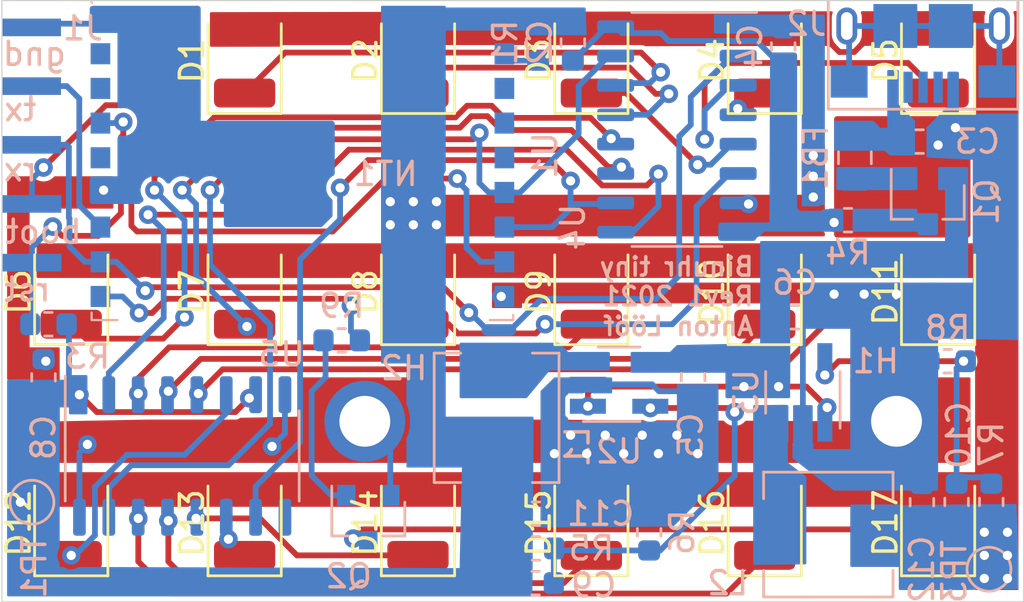
<source format=kicad_pcb>
(kicad_pcb (version 20171130) (host pcbnew "(5.1.5)-3")

  (general
    (thickness 1.6)
    (drawings 10)
    (tracks 407)
    (zones 0)
    (modules 52)
    (nets 41)
  )

  (page A4)
  (layers
    (0 F.Cu signal hide)
    (31 B.Cu signal hide)
    (32 B.Adhes user)
    (33 F.Adhes user)
    (34 B.Paste user)
    (35 F.Paste user)
    (36 B.SilkS user)
    (37 F.SilkS user)
    (38 B.Mask user)
    (39 F.Mask user)
    (40 Dwgs.User user)
    (41 Cmts.User user)
    (42 Eco1.User user)
    (43 Eco2.User user)
    (44 Edge.Cuts user)
    (45 Margin user)
    (46 B.CrtYd user)
    (47 F.CrtYd user)
    (48 B.Fab user hide)
    (49 F.Fab user hide)
  )

  (setup
    (last_trace_width 0.25)
    (trace_clearance 0.2)
    (zone_clearance 0.2)
    (zone_45_only no)
    (trace_min 0.2)
    (via_size 0.8)
    (via_drill 0.4)
    (via_min_size 0.4)
    (via_min_drill 0.3)
    (uvia_size 0.3)
    (uvia_drill 0.1)
    (uvias_allowed no)
    (uvia_min_size 0.2)
    (uvia_min_drill 0.1)
    (edge_width 0.05)
    (segment_width 0.2)
    (pcb_text_width 0.3)
    (pcb_text_size 1.5 1.5)
    (mod_edge_width 0.12)
    (mod_text_size 1 1)
    (mod_text_width 0.15)
    (pad_size 1.524 1.524)
    (pad_drill 0.762)
    (pad_to_mask_clearance 0.051)
    (solder_mask_min_width 0.25)
    (aux_axis_origin 0 0)
    (visible_elements 7FFFFFFF)
    (pcbplotparams
      (layerselection 0x010fc_ffffffff)
      (usegerberextensions false)
      (usegerberattributes false)
      (usegerberadvancedattributes false)
      (creategerberjobfile false)
      (excludeedgelayer true)
      (linewidth 0.100000)
      (plotframeref false)
      (viasonmask false)
      (mode 1)
      (useauxorigin false)
      (hpglpennumber 1)
      (hpglpenspeed 20)
      (hpglpendiameter 15.000000)
      (psnegative false)
      (psa4output false)
      (plotreference true)
      (plotvalue true)
      (plotinvisibletext false)
      (padsonsilk false)
      (subtractmaskfromsilk false)
      (outputformat 1)
      (mirror false)
      (drillshape 1)
      (scaleselection 1)
      (outputdirectory ""))
  )

  (net 0 "")
  (net 1 vled)
  (net 2 /led_h4)
  (net 3 /led_h3)
  (net 4 /led_h2)
  (net 5 /led_h1)
  (net 6 /led_h0)
  (net 7 /led_m5)
  (net 8 /led_m4)
  (net 9 /led_m3)
  (net 10 /led_m2)
  (net 11 /led_m1)
  (net 12 /led_m0)
  (net 13 /led_s5)
  (net 14 /led_s4)
  (net 15 /led_s3)
  (net 16 /led_s2)
  (net 17 /led_s1)
  (net 18 /vin_dirty)
  (net 19 "Net-(FB1-Pad1)")
  (net 20 /rst)
  (net 21 boot)
  (net 22 /prog_rx)
  (net 23 /prog_tx)
  (net 24 GND)
  (net 25 "Net-(J2-Pad6)")
  (net 26 /shift_data)
  (net 27 /shift_clk)
  (net 28 /store_clk)
  (net 29 +3V3)
  (net 30 "Net-(Q1-Pad3)")
  (net 31 /vin)
  (net 32 "Net-(Q2-Pad1)")
  (net 33 /led_s0)
  (net 34 /shift_carry)
  (net 35 /3v3_fb)
  (net 36 /vled_fb)
  (net 37 /3v3_sw)
  (net 38 /vled_sw)
  (net 39 /led_s0_ctrl)
  (net 40 /mcu_en)

  (net_class Default "This is the default net class."
    (clearance 0.2)
    (trace_width 0.25)
    (via_dia 0.8)
    (via_drill 0.4)
    (uvia_dia 0.3)
    (uvia_drill 0.1)
    (add_net +3V3)
    (add_net /3v3_fb)
    (add_net /3v3_sw)
    (add_net /led_h0)
    (add_net /led_h1)
    (add_net /led_h2)
    (add_net /led_h3)
    (add_net /led_h4)
    (add_net /led_m0)
    (add_net /led_m1)
    (add_net /led_m2)
    (add_net /led_m3)
    (add_net /led_m4)
    (add_net /led_m5)
    (add_net /led_s0)
    (add_net /led_s0_ctrl)
    (add_net /led_s1)
    (add_net /led_s2)
    (add_net /led_s3)
    (add_net /led_s4)
    (add_net /led_s5)
    (add_net /mcu_en)
    (add_net /prog_rx)
    (add_net /prog_tx)
    (add_net /rst)
    (add_net /shift_carry)
    (add_net /shift_clk)
    (add_net /shift_data)
    (add_net /store_clk)
    (add_net /vin)
    (add_net /vin_dirty)
    (add_net /vled_fb)
    (add_net /vled_sw)
    (add_net GND)
    (add_net "Net-(FB1-Pad1)")
    (add_net "Net-(J2-Pad6)")
    (add_net "Net-(Q1-Pad3)")
    (add_net "Net-(Q2-Pad1)")
    (add_net boot)
    (add_net vled)
  )

  (module TestPoint:TestPoint_Pad_D1.5mm (layer B.Cu) (tedit 5A0F774F) (tstamp 612FF380)
    (at 109.7 130.6)
    (descr "SMD pad as test Point, diameter 1.5mm")
    (tags "test point SMD pad")
    (path /616DF0FA)
    (attr virtual)
    (fp_text reference TP3 (at -1.5 0.1 90) (layer B.SilkS)
      (effects (font (size 1 1) (thickness 0.15)) (justify mirror))
    )
    (fp_text value TestPoint (at 0 -1.75) (layer B.Fab)
      (effects (font (size 1 1) (thickness 0.15)) (justify mirror))
    )
    (fp_circle (center 0 0) (end 0 -0.95) (layer B.SilkS) (width 0.12))
    (fp_circle (center 0 0) (end 1.25 0) (layer B.CrtYd) (width 0.05))
    (fp_text user %R (at 0 1.65) (layer B.Fab)
      (effects (font (size 1 1) (thickness 0.15)) (justify mirror))
    )
    (pad 1 smd circle (at 0 0) (size 1.5 1.5) (layers B.Cu B.Mask)
      (net 1 vled))
  )

  (module TestPoint:TestPoint_Pad_D1.5mm (layer B.Cu) (tedit 5A0F774F) (tstamp 612FF370)
    (at 68.3 127.7)
    (descr "SMD pad as test Point, diameter 1.5mm")
    (tags "test point SMD pad")
    (path /616DFA07)
    (attr virtual)
    (fp_text reference TP1 (at 0.1 2.8 90) (layer B.SilkS)
      (effects (font (size 1 1) (thickness 0.15)) (justify mirror))
    )
    (fp_text value TestPoint (at 0 -1.75) (layer B.Fab)
      (effects (font (size 1 1) (thickness 0.15)) (justify mirror))
    )
    (fp_circle (center 0 0) (end 0 -0.95) (layer B.SilkS) (width 0.12))
    (fp_circle (center 0 0) (end 1.25 0) (layer B.CrtYd) (width 0.05))
    (fp_text user %R (at 0 1.65) (layer B.Fab)
      (effects (font (size 1 1) (thickness 0.15)) (justify mirror))
    )
    (pad 1 smd circle (at 0 0) (size 1.5 1.5) (layers B.Cu B.Mask)
      (net 29 +3V3))
  )

  (module RF_Module:ESP-WROOM-02 (layer B.Cu) (tedit 5B5B45D7) (tstamp 6128B5BF)
    (at 80 112.8 180)
    (descr http://espressif.com/sites/default/files/documentation/0c-esp-wroom-02_datasheet_en.pdf)
    (tags "ESP WROOM-02 espressif esp8266ex")
    (path /61216F95)
    (attr smd)
    (fp_text reference U1 (at -10.5 0.1 270) (layer B.SilkS)
      (effects (font (size 1 1) (thickness 0.15)) (justify mirror))
    )
    (fp_text value ESP-WROOM-02 (at 0 -8.33) (layer B.Fab)
      (effects (font (size 1 1) (thickness 0.15)) (justify mirror))
    )
    (fp_text user %R (at 0 0) (layer B.Fab)
      (effects (font (size 1 1) (thickness 0.15)) (justify mirror))
    )
    (fp_text user "KEEP-OUT ZONE" (at 0 16) (layer Cmts.User)
      (effects (font (size 1 1) (thickness 0.15)))
    )
    (fp_text user Antenna (at 0 10) (layer Cmts.User)
      (effects (font (size 1 1) (thickness 0.15)))
    )
    (fp_text user "5 mm" (at 11.8 11.2) (layer Cmts.User)
      (effects (font (size 0.5 0.5) (thickness 0.1)))
    )
    (fp_text user "5 mm" (at -11.2 11.2) (layer Cmts.User)
      (effects (font (size 0.5 0.5) (thickness 0.1)))
    )
    (fp_text user "5 mm" (at 7.8 15.9 270) (layer Cmts.User)
      (effects (font (size 0.5 0.5) (thickness 0.1)))
    )
    (fp_line (start -14 6.8) (end -14 18.1) (layer Dwgs.User) (width 0.1))
    (fp_line (start 9 -6.9) (end 9 13.1) (layer B.Fab) (width 0.1))
    (fp_line (start -9 -6.9) (end 9 -6.9) (layer B.Fab) (width 0.1))
    (fp_line (start -9 13.1) (end -9 7.5) (layer B.Fab) (width 0.1))
    (fp_line (start -9 13.1) (end 9 13.1) (layer B.Fab) (width 0.1))
    (fp_line (start -9.41 -7.15) (end -9.41 6.55) (layer B.CrtYd) (width 0.05))
    (fp_line (start -9.41 -7.15) (end 9.41 -7.15) (layer B.CrtYd) (width 0.05))
    (fp_line (start 9.41 6.55) (end 9.41 -7.15) (layer B.CrtYd) (width 0.05))
    (fp_line (start -14.25 18.35) (end 14.25 18.35) (layer B.CrtYd) (width 0.05))
    (fp_line (start -9 6.5) (end -9 -6.9) (layer B.Fab) (width 0.1))
    (fp_line (start -9 7.5) (end -8.5 7) (layer B.Fab) (width 0.1))
    (fp_line (start -8.5 7) (end -9 6.5) (layer B.Fab) (width 0.1))
    (fp_line (start -9 6.8) (end -9 13.1) (layer Dwgs.User) (width 0.1))
    (fp_line (start 14 6.8) (end -14 6.8) (layer Dwgs.User) (width 0.1))
    (fp_line (start 9 13.1) (end 9 6.78) (layer Dwgs.User) (width 0.1))
    (fp_line (start -9 13.1) (end 9 13.1) (layer Dwgs.User) (width 0.1))
    (fp_line (start 14 6.8) (end 14 18.1) (layer Dwgs.User) (width 0.1))
    (fp_line (start 14 18.1) (end -14 18.1) (layer Dwgs.User) (width 0.1))
    (fp_line (start -14.25 18.35) (end -14.25 6.55) (layer B.CrtYd) (width 0.05))
    (fp_line (start 14.25 18.35) (end 14.25 6.55) (layer B.CrtYd) (width 0.05))
    (fp_line (start -14.25 6.55) (end -9.41 6.55) (layer B.CrtYd) (width 0.05))
    (fp_line (start 9.41 6.55) (end 14.25 6.55) (layer B.CrtYd) (width 0.05))
    (fp_line (start -12 18.1) (end -14 16.485) (layer Dwgs.User) (width 0.1))
    (fp_line (start -10 18.1) (end -14 14.87) (layer Dwgs.User) (width 0.1))
    (fp_line (start -8 18.1) (end -14 13.255) (layer Dwgs.User) (width 0.1))
    (fp_line (start -6 18.1) (end -14 11.64) (layer Dwgs.User) (width 0.1))
    (fp_line (start -4 18.1) (end -14 10.025) (layer Dwgs.User) (width 0.1))
    (fp_line (start -2 18.1) (end -14 8.41) (layer Dwgs.User) (width 0.1))
    (fp_line (start 0 18.1) (end -14 6.795) (layer Dwgs.User) (width 0.1))
    (fp_line (start 2 18.1) (end -12 6.795) (layer Dwgs.User) (width 0.1))
    (fp_line (start 4 18.1) (end -10 6.795) (layer Dwgs.User) (width 0.1))
    (fp_line (start -8 6.795) (end 6 18.1) (layer Dwgs.User) (width 0.1))
    (fp_line (start 8 18.1) (end -6 6.795) (layer Dwgs.User) (width 0.1))
    (fp_line (start 10 18.1) (end -4 6.795) (layer Dwgs.User) (width 0.1))
    (fp_line (start 12 18.1) (end -2 6.795) (layer Dwgs.User) (width 0.1))
    (fp_line (start 14 18.1) (end 0 6.795) (layer Dwgs.User) (width 0.1))
    (fp_line (start 14 16.485) (end 2 6.795) (layer Dwgs.User) (width 0.1))
    (fp_line (start 14 14.87) (end 4 6.795) (layer Dwgs.User) (width 0.1))
    (fp_line (start 14 13.255) (end 6 6.795) (layer Dwgs.User) (width 0.1))
    (fp_line (start 14 11.64) (end 8 6.795) (layer Dwgs.User) (width 0.1))
    (fp_line (start 14 10.025) (end 10 6.795) (layer Dwgs.User) (width 0.1))
    (fp_line (start 14 8.41) (end 12 6.795) (layer Dwgs.User) (width 0.1))
    (fp_line (start 9.2 10.7) (end 13.8 10.7) (layer Cmts.User) (width 0.1))
    (fp_line (start 13.8 10.7) (end 13.6 10.9) (layer Cmts.User) (width 0.1))
    (fp_line (start 13.8 10.7) (end 13.6 10.5) (layer Cmts.User) (width 0.1))
    (fp_line (start 9.2 10.7) (end 9.4 10.9) (layer Cmts.User) (width 0.1))
    (fp_line (start 9.2 10.7) (end 9.4 10.5) (layer Cmts.User) (width 0.1))
    (fp_line (start -13.8 10.7) (end -13.6 10.9) (layer Cmts.User) (width 0.1))
    (fp_line (start -13.8 10.7) (end -13.6 10.5) (layer Cmts.User) (width 0.1))
    (fp_line (start -9.2 10.7) (end -9.4 10.5) (layer Cmts.User) (width 0.1))
    (fp_line (start -13.8 10.7) (end -9.2 10.7) (layer Cmts.User) (width 0.1))
    (fp_line (start -9.2 10.7) (end -9.4 10.9) (layer Cmts.User) (width 0.1))
    (fp_line (start 8.3 13.3) (end 8.1 13.5) (layer Cmts.User) (width 0.1))
    (fp_line (start 8.3 13.3) (end 8.5 13.5) (layer Cmts.User) (width 0.1))
    (fp_line (start 8.3 17.9) (end 8.5 17.7) (layer Cmts.User) (width 0.1))
    (fp_line (start 8.3 13.3) (end 8.3 17.9) (layer Cmts.User) (width 0.1))
    (fp_line (start 8.3 17.9) (end 8.1 17.7) (layer Cmts.User) (width 0.1))
    (fp_line (start -9.12 -6.8) (end -9.12 -7.02) (layer B.SilkS) (width 0.1))
    (fp_line (start -9.12 -7.02) (end -8.1 -7.02) (layer B.SilkS) (width 0.1))
    (fp_line (start 9.12 -6.7) (end 9.12 -7) (layer B.SilkS) (width 0.1))
    (fp_line (start 8 -7.02) (end 9.12 -7.02) (layer B.SilkS) (width 0.1))
    (fp_line (start -9.12 13.22) (end 9.12 13.22) (layer B.SilkS) (width 0.1))
    (fp_line (start 9.12 13.22) (end 9.12 6.7) (layer B.SilkS) (width 0.1))
    (fp_line (start -9.12 13.22) (end -9.12 6.9) (layer B.SilkS) (width 0.1))
    (fp_line (start -9.12 6.9) (end -11 6.9) (layer B.SilkS) (width 0.1))
    (pad 19 smd rect (at 1.12 -0.58 180) (size 4.3 4.3) (layers B.Cu B.Paste B.Mask)
      (net 24 GND))
    (pad 1 smd rect (at -8.7375 6 180) (size 0.85 0.9125) (layers B.Cu B.Paste B.Mask)
      (net 29 +3V3))
    (pad 2 smd rect (at -8.7375 4.5 180) (size 0.85 0.9125) (layers B.Cu B.Paste B.Mask)
      (net 40 /mcu_en))
    (pad 3 smd rect (at -8.7375 3 180) (size 0.85 0.9125) (layers B.Cu B.Paste B.Mask))
    (pad 4 smd rect (at -8.7375 1.5 180) (size 0.85 0.9125) (layers B.Cu B.Paste B.Mask))
    (pad 5 smd rect (at -8.7375 0 180) (size 0.85 0.9125) (layers B.Cu B.Paste B.Mask))
    (pad 6 smd rect (at -8.7375 -1.5 180) (size 0.85 0.9125) (layers B.Cu B.Paste B.Mask)
      (net 27 /shift_clk))
    (pad 7 smd rect (at -8.7375 -3 180) (size 0.85 0.9125) (layers B.Cu B.Paste B.Mask)
      (net 28 /store_clk))
    (pad 8 smd rect (at -8.7375 -4.5 180) (size 0.85 0.9125) (layers B.Cu B.Paste B.Mask)
      (net 21 boot))
    (pad 9 smd rect (at -8.7375 -6 180) (size 0.85 0.9125) (layers B.Cu B.Paste B.Mask)
      (net 24 GND))
    (pad 10 smd rect (at 8.7375 -6 180) (size 0.85 0.9125) (layers B.Cu B.Paste B.Mask)
      (net 39 /led_s0_ctrl))
    (pad 11 smd rect (at 8.7375 -4.5 180) (size 0.85 0.9125) (layers B.Cu B.Paste B.Mask)
      (net 22 /prog_rx))
    (pad 12 smd rect (at 8.7375 -3 180) (size 0.85 0.9125) (layers B.Cu B.Paste B.Mask)
      (net 23 /prog_tx))
    (pad 13 smd rect (at 8.7375 -1.5 180) (size 0.85 0.9125) (layers B.Cu B.Paste B.Mask)
      (net 24 GND))
    (pad 14 smd rect (at 8.7375 0 180) (size 0.85 0.9125) (layers B.Cu B.Paste B.Mask))
    (pad 15 smd rect (at 8.7375 1.5 180) (size 0.85 0.9125) (layers B.Cu B.Paste B.Mask)
      (net 20 /rst))
    (pad 16 smd rect (at 8.7375 3 180) (size 0.85 0.9125) (layers B.Cu B.Paste B.Mask))
    (pad 17 smd rect (at 8.7375 4.5 180) (size 0.85 0.9125) (layers B.Cu B.Paste B.Mask))
    (pad 18 smd rect (at 8.7375 6 180) (size 0.85 0.9125) (layers B.Cu B.Paste B.Mask)
      (net 24 GND))
    (model ${KISYS3DMOD}/RF_Module.3dshapes/ESP-WROOM-02.wrl
      (at (xyz 0 0 0))
      (scale (xyz 1 1 1))
      (rotate (xyz 0 0 0))
    )
  )

  (module MountingHole:MountingHole_2.2mm_M2_ISO7380_Pad locked (layer B.Cu) (tedit 56D1B4CB) (tstamp 612BD147)
    (at 82.7 124.2)
    (descr "Mounting Hole 2.2mm, M2, ISO7380")
    (tags "mounting hole 2.2mm m2 iso7380")
    (path /61480B1D)
    (attr virtual)
    (fp_text reference H2 (at 1.7 -2.3) (layer B.SilkS)
      (effects (font (size 1 1) (thickness 0.15)) (justify mirror))
    )
    (fp_text value MountingHole_Pad (at 0 -2.75) (layer B.Fab)
      (effects (font (size 1 1) (thickness 0.15)) (justify mirror))
    )
    (fp_circle (center 0 0) (end 2 0) (layer B.CrtYd) (width 0.05))
    (fp_circle (center 0 0) (end 1.75 0) (layer Cmts.User) (width 0.15))
    (fp_text user %R (at 0.3 0) (layer B.Fab)
      (effects (font (size 1 1) (thickness 0.15)) (justify mirror))
    )
    (pad 1 thru_hole circle (at 0 0) (size 3.5 3.5) (drill 2.2) (layers *.Cu *.Mask)
      (net 24 GND))
  )

  (module MountingHole:MountingHole_2.2mm_M2_ISO7380_Pad locked (layer B.Cu) (tedit 56D1B4CB) (tstamp 612BA33A)
    (at 105.7 124.2)
    (descr "Mounting Hole 2.2mm, M2, ISO7380")
    (tags "mounting hole 2.2mm m2 iso7380")
    (path /61480981)
    (attr virtual)
    (fp_text reference H1 (at -0.9 -2.6) (layer B.SilkS)
      (effects (font (size 1 1) (thickness 0.15)) (justify mirror))
    )
    (fp_text value MountingHole_Pad (at 0 -2.75) (layer B.Fab)
      (effects (font (size 1 1) (thickness 0.15)) (justify mirror))
    )
    (fp_circle (center 0 0) (end 2 0) (layer B.CrtYd) (width 0.05))
    (fp_circle (center 0 0) (end 1.75 0) (layer Cmts.User) (width 0.15))
    (fp_text user %R (at 0.3 0) (layer B.Fab)
      (effects (font (size 1 1) (thickness 0.15)) (justify mirror))
    )
    (pad 1 thru_hole circle (at 0 0) (size 3.5 3.5) (drill 2.2) (layers *.Cu *.Mask)
      (net 24 GND))
  )

  (module good_things:TSM-105-01-L_SH (layer B.Cu) (tedit 6127C3A8) (tstamp 6128A6FD)
    (at 68.5 112.2 270)
    (path /61226712)
    (fp_text reference J1 (at -5 -2 180) (layer B.SilkS)
      (effects (font (size 1 1) (thickness 0.15)) (justify mirror))
    )
    (fp_text value programmer (at 0 12.7 90) (layer B.Fab)
      (effects (font (size 1 1) (thickness 0.15)) (justify mirror))
    )
    (pad 4 smd rect (at 2.5965 0.198 270) (size 0.762 2.54) (layers B.Cu B.Paste B.Mask)
      (net 21 boot))
    (pad 5 smd rect (at 5.1365 0.198 270) (size 0.762 2.54) (layers B.Cu B.Paste B.Mask)
      (net 20 /rst))
    (pad 1 smd rect (at -5.0395 0.214 270) (size 0.762 2.54) (layers B.Cu B.Paste B.Mask)
      (net 24 GND))
    (pad 3 smd rect (at 0.0405 0.214 270) (size 0.762 2.54) (layers B.Cu B.Paste B.Mask)
      (net 22 /prog_rx))
    (pad 2 smd rect (at -2.4995 0.214 270) (size 0.762 2.54) (layers B.Cu B.Paste B.Mask)
      (net 23 /prog_tx))
  )

  (module Package_SO:STC_SOP-16_3.9x9.9mm_P1.27mm (layer B.Cu) (tedit 5D9F72B1) (tstamp 61281A2E)
    (at 74.8 125.7 270)
    (descr "STC  SOP, 16 Pin (https://www.stcmicro.com/datasheet/STC15F2K60S2-en.pdf#page=156), generated with kicad-footprint-generator ipc_gullwing_generator.py")
    (tags "STC SOP SO")
    (path /612DB5CE)
    (attr smd)
    (fp_text reference U5 (at -4.4 -4.3 180) (layer B.SilkS)
      (effects (font (size 1 1) (thickness 0.15)) (justify mirror))
    )
    (fp_text value NPIC6C596 (at 0 -5.9 90) (layer B.Fab)
      (effects (font (size 1 1) (thickness 0.15)) (justify mirror))
    )
    (fp_text user %R (at 0 0 90) (layer B.Fab)
      (effects (font (size 0.98 0.98) (thickness 0.15)) (justify mirror))
    )
    (fp_line (start 3.7 5.2) (end -3.7 5.2) (layer B.CrtYd) (width 0.05))
    (fp_line (start 3.7 -5.2) (end 3.7 5.2) (layer B.CrtYd) (width 0.05))
    (fp_line (start -3.7 -5.2) (end 3.7 -5.2) (layer B.CrtYd) (width 0.05))
    (fp_line (start -3.7 5.2) (end -3.7 -5.2) (layer B.CrtYd) (width 0.05))
    (fp_line (start -1.95 3.975) (end -0.975 4.95) (layer B.Fab) (width 0.1))
    (fp_line (start -1.95 -4.95) (end -1.95 3.975) (layer B.Fab) (width 0.1))
    (fp_line (start 1.95 -4.95) (end -1.95 -4.95) (layer B.Fab) (width 0.1))
    (fp_line (start 1.95 4.95) (end 1.95 -4.95) (layer B.Fab) (width 0.1))
    (fp_line (start -0.975 4.95) (end 1.95 4.95) (layer B.Fab) (width 0.1))
    (fp_line (start 0 5.06) (end -3.45 5.06) (layer B.SilkS) (width 0.12))
    (fp_line (start 0 5.06) (end 1.95 5.06) (layer B.SilkS) (width 0.12))
    (fp_line (start 0 -5.06) (end -1.95 -5.06) (layer B.SilkS) (width 0.12))
    (fp_line (start 0 -5.06) (end 1.95 -5.06) (layer B.SilkS) (width 0.12))
    (pad 16 smd roundrect (at 2.65 4.445 270) (size 1.6 0.55) (layers B.Cu B.Paste B.Mask) (roundrect_rratio 0.25)
      (net 24 GND))
    (pad 15 smd roundrect (at 2.65 3.175 270) (size 1.6 0.55) (layers B.Cu B.Paste B.Mask) (roundrect_rratio 0.25)
      (net 27 /shift_clk))
    (pad 14 smd roundrect (at 2.65 1.905 270) (size 1.6 0.55) (layers B.Cu B.Paste B.Mask) (roundrect_rratio 0.25)
      (net 17 /led_s1))
    (pad 13 smd roundrect (at 2.65 0.635 270) (size 1.6 0.55) (layers B.Cu B.Paste B.Mask) (roundrect_rratio 0.25)
      (net 16 /led_s2))
    (pad 12 smd roundrect (at 2.65 -0.635 270) (size 1.6 0.55) (layers B.Cu B.Paste B.Mask) (roundrect_rratio 0.25)
      (net 15 /led_s3))
    (pad 11 smd roundrect (at 2.65 -1.905 270) (size 1.6 0.55) (layers B.Cu B.Paste B.Mask) (roundrect_rratio 0.25)
      (net 14 /led_s4))
    (pad 10 smd roundrect (at 2.65 -3.175 270) (size 1.6 0.55) (layers B.Cu B.Paste B.Mask) (roundrect_rratio 0.25)
      (net 28 /store_clk))
    (pad 9 smd roundrect (at 2.65 -4.445 270) (size 1.6 0.55) (layers B.Cu B.Paste B.Mask) (roundrect_rratio 0.25))
    (pad 8 smd roundrect (at -2.65 -4.445 270) (size 1.6 0.55) (layers B.Cu B.Paste B.Mask) (roundrect_rratio 0.25)
      (net 24 GND))
    (pad 7 smd roundrect (at -2.65 -3.175 270) (size 1.6 0.55) (layers B.Cu B.Paste B.Mask) (roundrect_rratio 0.25)
      (net 29 +3V3))
    (pad 6 smd roundrect (at -2.65 -1.905 270) (size 1.6 0.55) (layers B.Cu B.Paste B.Mask) (roundrect_rratio 0.25)
      (net 13 /led_s5))
    (pad 5 smd roundrect (at -2.65 -0.635 270) (size 1.6 0.55) (layers B.Cu B.Paste B.Mask) (roundrect_rratio 0.25)
      (net 12 /led_m0))
    (pad 4 smd roundrect (at -2.65 0.635 270) (size 1.6 0.55) (layers B.Cu B.Paste B.Mask) (roundrect_rratio 0.25)
      (net 11 /led_m1))
    (pad 3 smd roundrect (at -2.65 1.905 270) (size 1.6 0.55) (layers B.Cu B.Paste B.Mask) (roundrect_rratio 0.25)
      (net 10 /led_m2))
    (pad 2 smd roundrect (at -2.65 3.175 270) (size 1.6 0.55) (layers B.Cu B.Paste B.Mask) (roundrect_rratio 0.25)
      (net 34 /shift_carry))
    (pad 1 smd roundrect (at -2.65 4.445 270) (size 1.6 0.55) (layers B.Cu B.Paste B.Mask) (roundrect_rratio 0.25)
      (net 29 +3V3))
    (model ${KISYS3DMOD}/Package_SO.3dshapes/STC_SOP-16_3.9x9.9mm_P1.27mm.wrl
      (at (xyz 0 0 0))
      (scale (xyz 1 1 1))
      (rotate (xyz 0 0 0))
    )
  )

  (module Package_SO:STC_SOP-16_3.9x9.9mm_P1.27mm (layer B.Cu) (tedit 5D9F72B1) (tstamp 61281A0C)
    (at 96.2 111.575 180)
    (descr "STC  SOP, 16 Pin (https://www.stcmicro.com/datasheet/STC15F2K60S2-en.pdf#page=156), generated with kicad-footprint-generator ipc_gullwing_generator.py")
    (tags "STC SOP SO")
    (path /61301332)
    (attr smd)
    (fp_text reference U4 (at 4.5 -4.225 90) (layer B.SilkS)
      (effects (font (size 1 1) (thickness 0.15)) (justify mirror))
    )
    (fp_text value NPIC6C596 (at 0 -5.9) (layer B.Fab)
      (effects (font (size 1 1) (thickness 0.15)) (justify mirror))
    )
    (fp_text user %R (at 0 0) (layer B.Fab)
      (effects (font (size 0.98 0.98) (thickness 0.15)) (justify mirror))
    )
    (fp_line (start 3.7 5.2) (end -3.7 5.2) (layer B.CrtYd) (width 0.05))
    (fp_line (start 3.7 -5.2) (end 3.7 5.2) (layer B.CrtYd) (width 0.05))
    (fp_line (start -3.7 -5.2) (end 3.7 -5.2) (layer B.CrtYd) (width 0.05))
    (fp_line (start -3.7 5.2) (end -3.7 -5.2) (layer B.CrtYd) (width 0.05))
    (fp_line (start -1.95 3.975) (end -0.975 4.95) (layer B.Fab) (width 0.1))
    (fp_line (start -1.95 -4.95) (end -1.95 3.975) (layer B.Fab) (width 0.1))
    (fp_line (start 1.95 -4.95) (end -1.95 -4.95) (layer B.Fab) (width 0.1))
    (fp_line (start 1.95 4.95) (end 1.95 -4.95) (layer B.Fab) (width 0.1))
    (fp_line (start -0.975 4.95) (end 1.95 4.95) (layer B.Fab) (width 0.1))
    (fp_line (start 0 5.06) (end -3.45 5.06) (layer B.SilkS) (width 0.12))
    (fp_line (start 0 5.06) (end 1.95 5.06) (layer B.SilkS) (width 0.12))
    (fp_line (start 0 -5.06) (end -1.95 -5.06) (layer B.SilkS) (width 0.12))
    (fp_line (start 0 -5.06) (end 1.95 -5.06) (layer B.SilkS) (width 0.12))
    (pad 16 smd roundrect (at 2.65 4.445 180) (size 1.6 0.55) (layers B.Cu B.Paste B.Mask) (roundrect_rratio 0.25)
      (net 24 GND))
    (pad 15 smd roundrect (at 2.65 3.175 180) (size 1.6 0.55) (layers B.Cu B.Paste B.Mask) (roundrect_rratio 0.25)
      (net 27 /shift_clk))
    (pad 14 smd roundrect (at 2.65 1.905 180) (size 1.6 0.55) (layers B.Cu B.Paste B.Mask) (roundrect_rratio 0.25)
      (net 2 /led_h4))
    (pad 13 smd roundrect (at 2.65 0.635 180) (size 1.6 0.55) (layers B.Cu B.Paste B.Mask) (roundrect_rratio 0.25)
      (net 3 /led_h3))
    (pad 12 smd roundrect (at 2.65 -0.635 180) (size 1.6 0.55) (layers B.Cu B.Paste B.Mask) (roundrect_rratio 0.25)
      (net 7 /led_m5))
    (pad 11 smd roundrect (at 2.65 -1.905 180) (size 1.6 0.55) (layers B.Cu B.Paste B.Mask) (roundrect_rratio 0.25)
      (net 8 /led_m4))
    (pad 10 smd roundrect (at 2.65 -3.175 180) (size 1.6 0.55) (layers B.Cu B.Paste B.Mask) (roundrect_rratio 0.25)
      (net 28 /store_clk))
    (pad 9 smd roundrect (at 2.65 -4.445 180) (size 1.6 0.55) (layers B.Cu B.Paste B.Mask) (roundrect_rratio 0.25)
      (net 34 /shift_carry))
    (pad 8 smd roundrect (at -2.65 -4.445 180) (size 1.6 0.55) (layers B.Cu B.Paste B.Mask) (roundrect_rratio 0.25)
      (net 24 GND))
    (pad 7 smd roundrect (at -2.65 -3.175 180) (size 1.6 0.55) (layers B.Cu B.Paste B.Mask) (roundrect_rratio 0.25)
      (net 29 +3V3))
    (pad 6 smd roundrect (at -2.65 -1.905 180) (size 1.6 0.55) (layers B.Cu B.Paste B.Mask) (roundrect_rratio 0.25)
      (net 9 /led_m3))
    (pad 5 smd roundrect (at -2.65 -0.635 180) (size 1.6 0.55) (layers B.Cu B.Paste B.Mask) (roundrect_rratio 0.25)
      (net 4 /led_h2))
    (pad 4 smd roundrect (at -2.65 0.635 180) (size 1.6 0.55) (layers B.Cu B.Paste B.Mask) (roundrect_rratio 0.25)
      (net 5 /led_h1))
    (pad 3 smd roundrect (at -2.65 1.905 180) (size 1.6 0.55) (layers B.Cu B.Paste B.Mask) (roundrect_rratio 0.25)
      (net 6 /led_h0))
    (pad 2 smd roundrect (at -2.65 3.175 180) (size 1.6 0.55) (layers B.Cu B.Paste B.Mask) (roundrect_rratio 0.25)
      (net 26 /shift_data))
    (pad 1 smd roundrect (at -2.65 4.445 180) (size 1.6 0.55) (layers B.Cu B.Paste B.Mask) (roundrect_rratio 0.25)
      (net 29 +3V3))
    (model ${KISYS3DMOD}/Package_SO.3dshapes/STC_SOP-16_3.9x9.9mm_P1.27mm.wrl
      (at (xyz 0 0 0))
      (scale (xyz 1 1 1))
      (rotate (xyz 0 0 0))
    )
  )

  (module Package_TO_SOT_SMD:SOT-23-5_HandSoldering (layer B.Cu) (tedit 5A0AB76C) (tstamp 612819EA)
    (at 101.65 122.95 90)
    (descr "5-pin SOT23 package")
    (tags "SOT-23-5 hand-soldering")
    (path /6146CF49)
    (attr smd)
    (fp_text reference U3 (at 0 -2.45 90) (layer B.SilkS)
      (effects (font (size 1 1) (thickness 0.15)) (justify mirror))
    )
    (fp_text value RT8097AHGB (at 0 -2.9 90) (layer B.Fab)
      (effects (font (size 1 1) (thickness 0.15)) (justify mirror))
    )
    (fp_line (start 2.38 -1.8) (end -2.38 -1.8) (layer B.CrtYd) (width 0.05))
    (fp_line (start 2.38 -1.8) (end 2.38 1.8) (layer B.CrtYd) (width 0.05))
    (fp_line (start -2.38 1.8) (end -2.38 -1.8) (layer B.CrtYd) (width 0.05))
    (fp_line (start -2.38 1.8) (end 2.38 1.8) (layer B.CrtYd) (width 0.05))
    (fp_line (start 0.9 1.55) (end 0.9 -1.55) (layer B.Fab) (width 0.1))
    (fp_line (start 0.9 -1.55) (end -0.9 -1.55) (layer B.Fab) (width 0.1))
    (fp_line (start -0.9 0.9) (end -0.9 -1.55) (layer B.Fab) (width 0.1))
    (fp_line (start 0.9 1.55) (end -0.25 1.55) (layer B.Fab) (width 0.1))
    (fp_line (start -0.9 0.9) (end -0.25 1.55) (layer B.Fab) (width 0.1))
    (fp_line (start 0.9 1.61) (end -1.55 1.61) (layer B.SilkS) (width 0.12))
    (fp_line (start -0.9 -1.61) (end 0.9 -1.61) (layer B.SilkS) (width 0.12))
    (fp_text user %R (at 0 0 180) (layer B.Fab)
      (effects (font (size 0.5 0.5) (thickness 0.075)) (justify mirror))
    )
    (pad 5 smd rect (at 1.35 0.95 90) (size 1.56 0.65) (layers B.Cu B.Paste B.Mask)
      (net 36 /vled_fb))
    (pad 4 smd rect (at 1.35 -0.95 90) (size 1.56 0.65) (layers B.Cu B.Paste B.Mask)
      (net 31 /vin))
    (pad 3 smd rect (at -1.35 -0.95 90) (size 1.56 0.65) (layers B.Cu B.Paste B.Mask)
      (net 38 /vled_sw))
    (pad 2 smd rect (at -1.35 0 90) (size 1.56 0.65) (layers B.Cu B.Paste B.Mask)
      (net 24 GND))
    (pad 1 smd rect (at -1.35 0.95 90) (size 1.56 0.65) (layers B.Cu B.Paste B.Mask)
      (net 31 /vin))
    (model ${KISYS3DMOD}/Package_TO_SOT_SMD.3dshapes/SOT-23-5.wrl
      (at (xyz 0 0 0))
      (scale (xyz 1 1 1))
      (rotate (xyz 0 0 0))
    )
  )

  (module Package_TO_SOT_SMD:SOT-23-5_HandSoldering (layer B.Cu) (tedit 5A0AB76C) (tstamp 612819D5)
    (at 93.7 122.6)
    (descr "5-pin SOT23 package")
    (tags "SOT-23-5 hand-soldering")
    (path /613E036C)
    (attr smd)
    (fp_text reference U2 (at 0 2.9) (layer B.SilkS)
      (effects (font (size 1 1) (thickness 0.15)) (justify mirror))
    )
    (fp_text value RT8097AHGB (at 0 -2.9) (layer B.Fab)
      (effects (font (size 1 1) (thickness 0.15)) (justify mirror))
    )
    (fp_line (start 2.38 -1.8) (end -2.38 -1.8) (layer B.CrtYd) (width 0.05))
    (fp_line (start 2.38 -1.8) (end 2.38 1.8) (layer B.CrtYd) (width 0.05))
    (fp_line (start -2.38 1.8) (end -2.38 -1.8) (layer B.CrtYd) (width 0.05))
    (fp_line (start -2.38 1.8) (end 2.38 1.8) (layer B.CrtYd) (width 0.05))
    (fp_line (start 0.9 1.55) (end 0.9 -1.55) (layer B.Fab) (width 0.1))
    (fp_line (start 0.9 -1.55) (end -0.9 -1.55) (layer B.Fab) (width 0.1))
    (fp_line (start -0.9 0.9) (end -0.9 -1.55) (layer B.Fab) (width 0.1))
    (fp_line (start 0.9 1.55) (end -0.25 1.55) (layer B.Fab) (width 0.1))
    (fp_line (start -0.9 0.9) (end -0.25 1.55) (layer B.Fab) (width 0.1))
    (fp_line (start 0.9 1.61) (end -1.55 1.61) (layer B.SilkS) (width 0.12))
    (fp_line (start -0.9 -1.61) (end 0.9 -1.61) (layer B.SilkS) (width 0.12))
    (fp_text user %R (at 0 0 -90) (layer B.Fab)
      (effects (font (size 0.5 0.5) (thickness 0.075)) (justify mirror))
    )
    (pad 5 smd rect (at 1.35 0.95) (size 1.56 0.65) (layers B.Cu B.Paste B.Mask)
      (net 35 /3v3_fb))
    (pad 4 smd rect (at 1.35 -0.95) (size 1.56 0.65) (layers B.Cu B.Paste B.Mask)
      (net 31 /vin))
    (pad 3 smd rect (at -1.35 -0.95) (size 1.56 0.65) (layers B.Cu B.Paste B.Mask)
      (net 37 /3v3_sw))
    (pad 2 smd rect (at -1.35 0) (size 1.56 0.65) (layers B.Cu B.Paste B.Mask)
      (net 24 GND))
    (pad 1 smd rect (at -1.35 0.95) (size 1.56 0.65) (layers B.Cu B.Paste B.Mask)
      (net 31 /vin))
    (model ${KISYS3DMOD}/Package_TO_SOT_SMD.3dshapes/SOT-23-5.wrl
      (at (xyz 0 0 0))
      (scale (xyz 1 1 1))
      (rotate (xyz 0 0 0))
    )
  )

  (module Resistor_SMD:R_0603_1608Metric (layer B.Cu) (tedit 5B301BBD) (tstamp 61281950)
    (at 81.7 120.7)
    (descr "Resistor SMD 0603 (1608 Metric), square (rectangular) end terminal, IPC_7351 nominal, (Body size source: http://www.tortai-tech.com/upload/download/2011102023233369053.pdf), generated with kicad-footprint-generator")
    (tags resistor)
    (path /6138C201)
    (attr smd)
    (fp_text reference R9 (at 0 -1.5) (layer B.SilkS)
      (effects (font (size 1 1) (thickness 0.15)) (justify mirror))
    )
    (fp_text value 330 (at 0 -1.43) (layer B.Fab)
      (effects (font (size 1 1) (thickness 0.15)) (justify mirror))
    )
    (fp_text user %R (at 0 0) (layer B.Fab)
      (effects (font (size 0.4 0.4) (thickness 0.06)) (justify mirror))
    )
    (fp_line (start 1.48 -0.73) (end -1.48 -0.73) (layer B.CrtYd) (width 0.05))
    (fp_line (start 1.48 0.73) (end 1.48 -0.73) (layer B.CrtYd) (width 0.05))
    (fp_line (start -1.48 0.73) (end 1.48 0.73) (layer B.CrtYd) (width 0.05))
    (fp_line (start -1.48 -0.73) (end -1.48 0.73) (layer B.CrtYd) (width 0.05))
    (fp_line (start -0.162779 -0.51) (end 0.162779 -0.51) (layer B.SilkS) (width 0.12))
    (fp_line (start -0.162779 0.51) (end 0.162779 0.51) (layer B.SilkS) (width 0.12))
    (fp_line (start 0.8 -0.4) (end -0.8 -0.4) (layer B.Fab) (width 0.1))
    (fp_line (start 0.8 0.4) (end 0.8 -0.4) (layer B.Fab) (width 0.1))
    (fp_line (start -0.8 0.4) (end 0.8 0.4) (layer B.Fab) (width 0.1))
    (fp_line (start -0.8 -0.4) (end -0.8 0.4) (layer B.Fab) (width 0.1))
    (pad 2 smd roundrect (at 0.7875 0) (size 0.875 0.95) (layers B.Cu B.Paste B.Mask) (roundrect_rratio 0.25)
      (net 39 /led_s0_ctrl))
    (pad 1 smd roundrect (at -0.7875 0) (size 0.875 0.95) (layers B.Cu B.Paste B.Mask) (roundrect_rratio 0.25)
      (net 32 "Net-(Q2-Pad1)"))
    (model ${KISYS3DMOD}/Resistor_SMD.3dshapes/R_0603_1608Metric.wrl
      (at (xyz 0 0 0))
      (scale (xyz 1 1 1))
      (rotate (xyz 0 0 0))
    )
  )

  (module Resistor_SMD:R_0603_1608Metric (layer B.Cu) (tedit 5B301BBD) (tstamp 6128193F)
    (at 107.9125 121.6 180)
    (descr "Resistor SMD 0603 (1608 Metric), square (rectangular) end terminal, IPC_7351 nominal, (Body size source: http://www.tortai-tech.com/upload/download/2011102023233369053.pdf), generated with kicad-footprint-generator")
    (tags resistor)
    (path /6146CF83)
    (attr smd)
    (fp_text reference R8 (at 0 1.43) (layer B.SilkS)
      (effects (font (size 1 1) (thickness 0.15)) (justify mirror))
    )
    (fp_text value 47k (at 0 -1.43) (layer B.Fab)
      (effects (font (size 1 1) (thickness 0.15)) (justify mirror))
    )
    (fp_text user %R (at 0 0) (layer B.Fab)
      (effects (font (size 0.4 0.4) (thickness 0.06)) (justify mirror))
    )
    (fp_line (start 1.48 -0.73) (end -1.48 -0.73) (layer B.CrtYd) (width 0.05))
    (fp_line (start 1.48 0.73) (end 1.48 -0.73) (layer B.CrtYd) (width 0.05))
    (fp_line (start -1.48 0.73) (end 1.48 0.73) (layer B.CrtYd) (width 0.05))
    (fp_line (start -1.48 -0.73) (end -1.48 0.73) (layer B.CrtYd) (width 0.05))
    (fp_line (start -0.162779 -0.51) (end 0.162779 -0.51) (layer B.SilkS) (width 0.12))
    (fp_line (start -0.162779 0.51) (end 0.162779 0.51) (layer B.SilkS) (width 0.12))
    (fp_line (start 0.8 -0.4) (end -0.8 -0.4) (layer B.Fab) (width 0.1))
    (fp_line (start 0.8 0.4) (end 0.8 -0.4) (layer B.Fab) (width 0.1))
    (fp_line (start -0.8 0.4) (end 0.8 0.4) (layer B.Fab) (width 0.1))
    (fp_line (start -0.8 -0.4) (end -0.8 0.4) (layer B.Fab) (width 0.1))
    (pad 2 smd roundrect (at 0.7875 0 180) (size 0.875 0.95) (layers B.Cu B.Paste B.Mask) (roundrect_rratio 0.25)
      (net 24 GND))
    (pad 1 smd roundrect (at -0.7875 0 180) (size 0.875 0.95) (layers B.Cu B.Paste B.Mask) (roundrect_rratio 0.25)
      (net 36 /vled_fb))
    (model ${KISYS3DMOD}/Resistor_SMD.3dshapes/R_0603_1608Metric.wrl
      (at (xyz 0 0 0))
      (scale (xyz 1 1 1))
      (rotate (xyz 0 0 0))
    )
  )

  (module Resistor_SMD:R_0603_1608Metric (layer B.Cu) (tedit 5B301BBD) (tstamp 6128192E)
    (at 109.8 127.6875 90)
    (descr "Resistor SMD 0603 (1608 Metric), square (rectangular) end terminal, IPC_7351 nominal, (Body size source: http://www.tortai-tech.com/upload/download/2011102023233369053.pdf), generated with kicad-footprint-generator")
    (tags resistor)
    (path /6146CF7D)
    (attr smd)
    (fp_text reference R7 (at 2.4875 0 90) (layer B.SilkS)
      (effects (font (size 1 1) (thickness 0.15)) (justify mirror))
    )
    (fp_text value 100k (at 0 -1.43 90) (layer B.Fab)
      (effects (font (size 1 1) (thickness 0.15)) (justify mirror))
    )
    (fp_text user %R (at 0 0 90) (layer B.Fab)
      (effects (font (size 0.4 0.4) (thickness 0.06)) (justify mirror))
    )
    (fp_line (start 1.48 -0.73) (end -1.48 -0.73) (layer B.CrtYd) (width 0.05))
    (fp_line (start 1.48 0.73) (end 1.48 -0.73) (layer B.CrtYd) (width 0.05))
    (fp_line (start -1.48 0.73) (end 1.48 0.73) (layer B.CrtYd) (width 0.05))
    (fp_line (start -1.48 -0.73) (end -1.48 0.73) (layer B.CrtYd) (width 0.05))
    (fp_line (start -0.162779 -0.51) (end 0.162779 -0.51) (layer B.SilkS) (width 0.12))
    (fp_line (start -0.162779 0.51) (end 0.162779 0.51) (layer B.SilkS) (width 0.12))
    (fp_line (start 0.8 -0.4) (end -0.8 -0.4) (layer B.Fab) (width 0.1))
    (fp_line (start 0.8 0.4) (end 0.8 -0.4) (layer B.Fab) (width 0.1))
    (fp_line (start -0.8 0.4) (end 0.8 0.4) (layer B.Fab) (width 0.1))
    (fp_line (start -0.8 -0.4) (end -0.8 0.4) (layer B.Fab) (width 0.1))
    (pad 2 smd roundrect (at 0.7875 0 90) (size 0.875 0.95) (layers B.Cu B.Paste B.Mask) (roundrect_rratio 0.25)
      (net 36 /vled_fb))
    (pad 1 smd roundrect (at -0.7875 0 90) (size 0.875 0.95) (layers B.Cu B.Paste B.Mask) (roundrect_rratio 0.25)
      (net 1 vled))
    (model ${KISYS3DMOD}/Resistor_SMD.3dshapes/R_0603_1608Metric.wrl
      (at (xyz 0 0 0))
      (scale (xyz 1 1 1))
      (rotate (xyz 0 0 0))
    )
  )

  (module Resistor_SMD:R_0603_1608Metric (layer B.Cu) (tedit 5B301BBD) (tstamp 6128191D)
    (at 95 129 90)
    (descr "Resistor SMD 0603 (1608 Metric), square (rectangular) end terminal, IPC_7351 nominal, (Body size source: http://www.tortai-tech.com/upload/download/2011102023233369053.pdf), generated with kicad-footprint-generator")
    (tags resistor)
    (path /614430BC)
    (attr smd)
    (fp_text reference R6 (at 0 1.43 90) (layer B.SilkS)
      (effects (font (size 1 1) (thickness 0.15)) (justify mirror))
    )
    (fp_text value 20k (at 0 -1.43 90) (layer B.Fab)
      (effects (font (size 1 1) (thickness 0.15)) (justify mirror))
    )
    (fp_text user %R (at 0 0 90) (layer B.Fab)
      (effects (font (size 0.4 0.4) (thickness 0.06)) (justify mirror))
    )
    (fp_line (start 1.48 -0.73) (end -1.48 -0.73) (layer B.CrtYd) (width 0.05))
    (fp_line (start 1.48 0.73) (end 1.48 -0.73) (layer B.CrtYd) (width 0.05))
    (fp_line (start -1.48 0.73) (end 1.48 0.73) (layer B.CrtYd) (width 0.05))
    (fp_line (start -1.48 -0.73) (end -1.48 0.73) (layer B.CrtYd) (width 0.05))
    (fp_line (start -0.162779 -0.51) (end 0.162779 -0.51) (layer B.SilkS) (width 0.12))
    (fp_line (start -0.162779 0.51) (end 0.162779 0.51) (layer B.SilkS) (width 0.12))
    (fp_line (start 0.8 -0.4) (end -0.8 -0.4) (layer B.Fab) (width 0.1))
    (fp_line (start 0.8 0.4) (end 0.8 -0.4) (layer B.Fab) (width 0.1))
    (fp_line (start -0.8 0.4) (end 0.8 0.4) (layer B.Fab) (width 0.1))
    (fp_line (start -0.8 -0.4) (end -0.8 0.4) (layer B.Fab) (width 0.1))
    (pad 2 smd roundrect (at 0.7875 0 90) (size 0.875 0.95) (layers B.Cu B.Paste B.Mask) (roundrect_rratio 0.25)
      (net 24 GND))
    (pad 1 smd roundrect (at -0.7875 0 90) (size 0.875 0.95) (layers B.Cu B.Paste B.Mask) (roundrect_rratio 0.25)
      (net 35 /3v3_fb))
    (model ${KISYS3DMOD}/Resistor_SMD.3dshapes/R_0603_1608Metric.wrl
      (at (xyz 0 0 0))
      (scale (xyz 1 1 1))
      (rotate (xyz 0 0 0))
    )
  )

  (module Resistor_SMD:R_0603_1608Metric (layer B.Cu) (tedit 5B301BBD) (tstamp 6128190C)
    (at 90.1 129.7)
    (descr "Resistor SMD 0603 (1608 Metric), square (rectangular) end terminal, IPC_7351 nominal, (Body size source: http://www.tortai-tech.com/upload/download/2011102023233369053.pdf), generated with kicad-footprint-generator")
    (tags resistor)
    (path /61441922)
    (attr smd)
    (fp_text reference R5 (at 2.4 0) (layer B.SilkS)
      (effects (font (size 1 1) (thickness 0.15)) (justify mirror))
    )
    (fp_text value 90k (at 0 -1.43) (layer B.Fab)
      (effects (font (size 1 1) (thickness 0.15)) (justify mirror))
    )
    (fp_text user %R (at 0 0) (layer B.Fab)
      (effects (font (size 0.4 0.4) (thickness 0.06)) (justify mirror))
    )
    (fp_line (start 1.48 -0.73) (end -1.48 -0.73) (layer B.CrtYd) (width 0.05))
    (fp_line (start 1.48 0.73) (end 1.48 -0.73) (layer B.CrtYd) (width 0.05))
    (fp_line (start -1.48 0.73) (end 1.48 0.73) (layer B.CrtYd) (width 0.05))
    (fp_line (start -1.48 -0.73) (end -1.48 0.73) (layer B.CrtYd) (width 0.05))
    (fp_line (start -0.162779 -0.51) (end 0.162779 -0.51) (layer B.SilkS) (width 0.12))
    (fp_line (start -0.162779 0.51) (end 0.162779 0.51) (layer B.SilkS) (width 0.12))
    (fp_line (start 0.8 -0.4) (end -0.8 -0.4) (layer B.Fab) (width 0.1))
    (fp_line (start 0.8 0.4) (end 0.8 -0.4) (layer B.Fab) (width 0.1))
    (fp_line (start -0.8 0.4) (end 0.8 0.4) (layer B.Fab) (width 0.1))
    (fp_line (start -0.8 -0.4) (end -0.8 0.4) (layer B.Fab) (width 0.1))
    (pad 2 smd roundrect (at 0.7875 0) (size 0.875 0.95) (layers B.Cu B.Paste B.Mask) (roundrect_rratio 0.25)
      (net 35 /3v3_fb))
    (pad 1 smd roundrect (at -0.7875 0) (size 0.875 0.95) (layers B.Cu B.Paste B.Mask) (roundrect_rratio 0.25)
      (net 29 +3V3))
    (model ${KISYS3DMOD}/Resistor_SMD.3dshapes/R_0603_1608Metric.wrl
      (at (xyz 0 0 0))
      (scale (xyz 1 1 1))
      (rotate (xyz 0 0 0))
    )
  )

  (module Resistor_SMD:R_0603_1608Metric (layer B.Cu) (tedit 5B301BBD) (tstamp 6128CD08)
    (at 103.6 115.5 180)
    (descr "Resistor SMD 0603 (1608 Metric), square (rectangular) end terminal, IPC_7351 nominal, (Body size source: http://www.tortai-tech.com/upload/download/2011102023233369053.pdf), generated with kicad-footprint-generator")
    (tags resistor)
    (path /6140D12F)
    (attr smd)
    (fp_text reference R4 (at 0 -1.4) (layer B.SilkS)
      (effects (font (size 1 1) (thickness 0.15)) (justify mirror))
    )
    (fp_text value 10k (at 0 -1.43) (layer B.Fab)
      (effects (font (size 1 1) (thickness 0.15)) (justify mirror))
    )
    (fp_text user %R (at 0 0) (layer B.Fab)
      (effects (font (size 0.4 0.4) (thickness 0.06)) (justify mirror))
    )
    (fp_line (start 1.48 -0.73) (end -1.48 -0.73) (layer B.CrtYd) (width 0.05))
    (fp_line (start 1.48 0.73) (end 1.48 -0.73) (layer B.CrtYd) (width 0.05))
    (fp_line (start -1.48 0.73) (end 1.48 0.73) (layer B.CrtYd) (width 0.05))
    (fp_line (start -1.48 -0.73) (end -1.48 0.73) (layer B.CrtYd) (width 0.05))
    (fp_line (start -0.162779 -0.51) (end 0.162779 -0.51) (layer B.SilkS) (width 0.12))
    (fp_line (start -0.162779 0.51) (end 0.162779 0.51) (layer B.SilkS) (width 0.12))
    (fp_line (start 0.8 -0.4) (end -0.8 -0.4) (layer B.Fab) (width 0.1))
    (fp_line (start 0.8 0.4) (end 0.8 -0.4) (layer B.Fab) (width 0.1))
    (fp_line (start -0.8 0.4) (end 0.8 0.4) (layer B.Fab) (width 0.1))
    (fp_line (start -0.8 -0.4) (end -0.8 0.4) (layer B.Fab) (width 0.1))
    (pad 2 smd roundrect (at 0.7875 0 180) (size 0.875 0.95) (layers B.Cu B.Paste B.Mask) (roundrect_rratio 0.25)
      (net 24 GND))
    (pad 1 smd roundrect (at -0.7875 0 180) (size 0.875 0.95) (layers B.Cu B.Paste B.Mask) (roundrect_rratio 0.25)
      (net 30 "Net-(Q1-Pad3)"))
    (model ${KISYS3DMOD}/Resistor_SMD.3dshapes/R_0603_1608Metric.wrl
      (at (xyz 0 0 0))
      (scale (xyz 1 1 1))
      (rotate (xyz 0 0 0))
    )
  )

  (module Resistor_SMD:R_0603_1608Metric (layer B.Cu) (tedit 5B301BBD) (tstamp 612818EA)
    (at 69.0125 120 180)
    (descr "Resistor SMD 0603 (1608 Metric), square (rectangular) end terminal, IPC_7351 nominal, (Body size source: http://www.tortai-tech.com/upload/download/2011102023233369053.pdf), generated with kicad-footprint-generator")
    (tags resistor)
    (path /61223BFC)
    (attr smd)
    (fp_text reference R3 (at -1.6875 -1.4) (layer B.SilkS)
      (effects (font (size 1 1) (thickness 0.15)) (justify mirror))
    )
    (fp_text value 10k (at 0 -1.43) (layer B.Fab)
      (effects (font (size 1 1) (thickness 0.15)) (justify mirror))
    )
    (fp_text user %R (at 0 0) (layer B.Fab)
      (effects (font (size 0.4 0.4) (thickness 0.06)) (justify mirror))
    )
    (fp_line (start 1.48 -0.73) (end -1.48 -0.73) (layer B.CrtYd) (width 0.05))
    (fp_line (start 1.48 0.73) (end 1.48 -0.73) (layer B.CrtYd) (width 0.05))
    (fp_line (start -1.48 0.73) (end 1.48 0.73) (layer B.CrtYd) (width 0.05))
    (fp_line (start -1.48 -0.73) (end -1.48 0.73) (layer B.CrtYd) (width 0.05))
    (fp_line (start -0.162779 -0.51) (end 0.162779 -0.51) (layer B.SilkS) (width 0.12))
    (fp_line (start -0.162779 0.51) (end 0.162779 0.51) (layer B.SilkS) (width 0.12))
    (fp_line (start 0.8 -0.4) (end -0.8 -0.4) (layer B.Fab) (width 0.1))
    (fp_line (start 0.8 0.4) (end 0.8 -0.4) (layer B.Fab) (width 0.1))
    (fp_line (start -0.8 0.4) (end 0.8 0.4) (layer B.Fab) (width 0.1))
    (fp_line (start -0.8 -0.4) (end -0.8 0.4) (layer B.Fab) (width 0.1))
    (pad 2 smd roundrect (at 0.7875 0 180) (size 0.875 0.95) (layers B.Cu B.Paste B.Mask) (roundrect_rratio 0.25)
      (net 20 /rst))
    (pad 1 smd roundrect (at -0.7875 0 180) (size 0.875 0.95) (layers B.Cu B.Paste B.Mask) (roundrect_rratio 0.25)
      (net 29 +3V3))
    (model ${KISYS3DMOD}/Resistor_SMD.3dshapes/R_0603_1608Metric.wrl
      (at (xyz 0 0 0))
      (scale (xyz 1 1 1))
      (rotate (xyz 0 0 0))
    )
  )

  (module Resistor_SMD:R_0603_1608Metric (layer B.Cu) (tedit 5B301BBD) (tstamp 612818C8)
    (at 90.2 107.8125 270)
    (descr "Resistor SMD 0603 (1608 Metric), square (rectangular) end terminal, IPC_7351 nominal, (Body size source: http://www.tortai-tech.com/upload/download/2011102023233369053.pdf), generated with kicad-footprint-generator")
    (tags resistor)
    (path /6121C777)
    (attr smd)
    (fp_text reference R1 (at 0 1.43 90) (layer B.SilkS)
      (effects (font (size 1 1) (thickness 0.15)) (justify mirror))
    )
    (fp_text value 10k (at 0 -1.43 90) (layer B.Fab)
      (effects (font (size 1 1) (thickness 0.15)) (justify mirror))
    )
    (fp_text user %R (at 0 0 90) (layer B.Fab)
      (effects (font (size 0.4 0.4) (thickness 0.06)) (justify mirror))
    )
    (fp_line (start 1.48 -0.73) (end -1.48 -0.73) (layer B.CrtYd) (width 0.05))
    (fp_line (start 1.48 0.73) (end 1.48 -0.73) (layer B.CrtYd) (width 0.05))
    (fp_line (start -1.48 0.73) (end 1.48 0.73) (layer B.CrtYd) (width 0.05))
    (fp_line (start -1.48 -0.73) (end -1.48 0.73) (layer B.CrtYd) (width 0.05))
    (fp_line (start -0.162779 -0.51) (end 0.162779 -0.51) (layer B.SilkS) (width 0.12))
    (fp_line (start -0.162779 0.51) (end 0.162779 0.51) (layer B.SilkS) (width 0.12))
    (fp_line (start 0.8 -0.4) (end -0.8 -0.4) (layer B.Fab) (width 0.1))
    (fp_line (start 0.8 0.4) (end 0.8 -0.4) (layer B.Fab) (width 0.1))
    (fp_line (start -0.8 0.4) (end 0.8 0.4) (layer B.Fab) (width 0.1))
    (fp_line (start -0.8 -0.4) (end -0.8 0.4) (layer B.Fab) (width 0.1))
    (pad 2 smd roundrect (at 0.7875 0 270) (size 0.875 0.95) (layers B.Cu B.Paste B.Mask) (roundrect_rratio 0.25)
      (net 40 /mcu_en))
    (pad 1 smd roundrect (at -0.7875 0 270) (size 0.875 0.95) (layers B.Cu B.Paste B.Mask) (roundrect_rratio 0.25)
      (net 29 +3V3))
    (model ${KISYS3DMOD}/Resistor_SMD.3dshapes/R_0603_1608Metric.wrl
      (at (xyz 0 0 0))
      (scale (xyz 1 1 1))
      (rotate (xyz 0 0 0))
    )
  )

  (module Package_TO_SOT_SMD:SOT-23 (layer B.Cu) (tedit 5A02FF57) (tstamp 612BE2E2)
    (at 82.85 128.4 270)
    (descr "SOT-23, Standard")
    (tags SOT-23)
    (path /6137CB80)
    (attr smd)
    (fp_text reference Q2 (at 2.5 0.85 180) (layer B.SilkS)
      (effects (font (size 1 1) (thickness 0.15)) (justify mirror))
    )
    (fp_text value Q_NMOS_GSD (at 0 -2.5 90) (layer B.Fab)
      (effects (font (size 1 1) (thickness 0.15)) (justify mirror))
    )
    (fp_line (start 0.76 -1.58) (end -0.7 -1.58) (layer B.SilkS) (width 0.12))
    (fp_line (start 0.76 1.58) (end -1.4 1.58) (layer B.SilkS) (width 0.12))
    (fp_line (start -1.7 -1.75) (end -1.7 1.75) (layer B.CrtYd) (width 0.05))
    (fp_line (start 1.7 -1.75) (end -1.7 -1.75) (layer B.CrtYd) (width 0.05))
    (fp_line (start 1.7 1.75) (end 1.7 -1.75) (layer B.CrtYd) (width 0.05))
    (fp_line (start -1.7 1.75) (end 1.7 1.75) (layer B.CrtYd) (width 0.05))
    (fp_line (start 0.76 1.58) (end 0.76 0.65) (layer B.SilkS) (width 0.12))
    (fp_line (start 0.76 -1.58) (end 0.76 -0.65) (layer B.SilkS) (width 0.12))
    (fp_line (start -0.7 -1.52) (end 0.7 -1.52) (layer B.Fab) (width 0.1))
    (fp_line (start 0.7 1.52) (end 0.7 -1.52) (layer B.Fab) (width 0.1))
    (fp_line (start -0.7 0.95) (end -0.15 1.52) (layer B.Fab) (width 0.1))
    (fp_line (start -0.15 1.52) (end 0.7 1.52) (layer B.Fab) (width 0.1))
    (fp_line (start -0.7 0.95) (end -0.7 -1.5) (layer B.Fab) (width 0.1))
    (fp_text user %R (at 0 0 180) (layer B.Fab)
      (effects (font (size 0.5 0.5) (thickness 0.075)) (justify mirror))
    )
    (pad 3 smd rect (at 1 0 270) (size 0.9 0.8) (layers B.Cu B.Paste B.Mask)
      (net 33 /led_s0))
    (pad 2 smd rect (at -1 -0.95 270) (size 0.9 0.8) (layers B.Cu B.Paste B.Mask)
      (net 24 GND))
    (pad 1 smd rect (at -1 0.95 270) (size 0.9 0.8) (layers B.Cu B.Paste B.Mask)
      (net 32 "Net-(Q2-Pad1)"))
    (model ${KISYS3DMOD}/Package_TO_SOT_SMD.3dshapes/SOT-23.wrl
      (at (xyz 0 0 0))
      (scale (xyz 1 1 1))
      (rotate (xyz 0 0 0))
    )
  )

  (module Package_TO_SOT_SMD:SOT-23 (layer B.Cu) (tedit 5A02FF57) (tstamp 6128CD65)
    (at 107.05 114.7 270)
    (descr "SOT-23, Standard")
    (tags SOT-23)
    (path /6140B28D)
    (attr smd)
    (fp_text reference Q1 (at 0 -2.55 90) (layer B.SilkS)
      (effects (font (size 1 1) (thickness 0.15)) (justify mirror))
    )
    (fp_text value Q_PMOS_DSG (at 0 -2.5 90) (layer B.Fab)
      (effects (font (size 1 1) (thickness 0.15)) (justify mirror))
    )
    (fp_line (start 0.76 -1.58) (end -0.7 -1.58) (layer B.SilkS) (width 0.12))
    (fp_line (start 0.76 1.58) (end -1.4 1.58) (layer B.SilkS) (width 0.12))
    (fp_line (start -1.7 -1.75) (end -1.7 1.75) (layer B.CrtYd) (width 0.05))
    (fp_line (start 1.7 -1.75) (end -1.7 -1.75) (layer B.CrtYd) (width 0.05))
    (fp_line (start 1.7 1.75) (end 1.7 -1.75) (layer B.CrtYd) (width 0.05))
    (fp_line (start -1.7 1.75) (end 1.7 1.75) (layer B.CrtYd) (width 0.05))
    (fp_line (start 0.76 1.58) (end 0.76 0.65) (layer B.SilkS) (width 0.12))
    (fp_line (start 0.76 -1.58) (end 0.76 -0.65) (layer B.SilkS) (width 0.12))
    (fp_line (start -0.7 -1.52) (end 0.7 -1.52) (layer B.Fab) (width 0.1))
    (fp_line (start 0.7 1.52) (end 0.7 -1.52) (layer B.Fab) (width 0.1))
    (fp_line (start -0.7 0.95) (end -0.15 1.52) (layer B.Fab) (width 0.1))
    (fp_line (start -0.15 1.52) (end 0.7 1.52) (layer B.Fab) (width 0.1))
    (fp_line (start -0.7 0.95) (end -0.7 -1.5) (layer B.Fab) (width 0.1))
    (fp_text user %R (at 5.3 -1.7 180) (layer B.Fab)
      (effects (font (size 0.5 0.5) (thickness 0.075)) (justify mirror))
    )
    (pad 3 smd rect (at 1 0 270) (size 0.9 0.8) (layers B.Cu B.Paste B.Mask)
      (net 30 "Net-(Q1-Pad3)"))
    (pad 2 smd rect (at -1 -0.95 270) (size 0.9 0.8) (layers B.Cu B.Paste B.Mask)
      (net 31 /vin))
    (pad 1 smd rect (at -1 0.95 270) (size 0.9 0.8) (layers B.Cu B.Paste B.Mask)
      (net 19 "Net-(FB1-Pad1)"))
    (model ${KISYS3DMOD}/Package_TO_SOT_SMD.3dshapes/SOT-23.wrl
      (at (xyz 0 0 0))
      (scale (xyz 1 1 1))
      (rotate (xyz 0 0 0))
    )
  )

  (module NetTie:NetTie-2_SMD_Pad0.5mm (layer B.Cu) (tedit 5A1CF6D3) (tstamp 6128188D)
    (at 88.5 120.25 180)
    (descr "Net tie, 2 pin, 0.5mm square SMD pads")
    (tags "net tie")
    (path /61328909)
    (attr virtual)
    (fp_text reference NT1 (at 4.9 6.75) (layer B.SilkS)
      (effects (font (size 1 1) (thickness 0.15)) (justify mirror))
    )
    (fp_text value Net-Tie_2 (at 0 -1.2) (layer B.Fab)
      (effects (font (size 1 1) (thickness 0.15)) (justify mirror))
    )
    (fp_line (start -1 0.5) (end -1 -0.5) (layer B.CrtYd) (width 0.05))
    (fp_line (start -1 -0.5) (end 1 -0.5) (layer B.CrtYd) (width 0.05))
    (fp_line (start 1 -0.5) (end 1 0.5) (layer B.CrtYd) (width 0.05))
    (fp_line (start 1 0.5) (end -1 0.5) (layer B.CrtYd) (width 0.05))
    (fp_poly (pts (xy -0.5 0.25) (xy 0.5 0.25) (xy 0.5 -0.25) (xy -0.5 -0.25)) (layer B.Cu) (width 0))
    (pad 2 smd circle (at 0.5 0 180) (size 0.5 0.5) (layers B.Cu)
      (net 22 /prog_rx))
    (pad 1 smd circle (at -0.5 0 180) (size 0.5 0.5) (layers B.Cu)
      (net 26 /shift_data))
  )

  (module Inductor_SMD:L_Sunlord_MWSA0518_5.4x5.2mm (layer B.Cu) (tedit 5DB5FB51) (tstamp 61281882)
    (at 102.75 129.1)
    (descr "Inductor, Sunlord, MWSA0518, 5.4mmx5.2mm")
    (tags "inductor Sunlord smd")
    (path /6146CF65)
    (attr smd)
    (fp_text reference L2 (at -4.35 2.1) (layer B.SilkS)
      (effects (font (size 1 1) (thickness 0.15)) (justify mirror))
    )
    (fp_text value 1u5 (at 0 -4.1) (layer B.Fab)
      (effects (font (size 1 1) (thickness 0.15)) (justify mirror))
    )
    (fp_line (start 2.8 -2.7) (end 2.8 -1.55) (layer B.SilkS) (width 0.12))
    (fp_line (start 2.8 2.7) (end 2.8 1.55) (layer B.SilkS) (width 0.12))
    (fp_line (start -2.8 -2.7) (end -2.8 -1.55) (layer B.SilkS) (width 0.12))
    (fp_line (start -2.8 2.7) (end -2.8 1.55) (layer B.SilkS) (width 0.12))
    (fp_line (start -2.8 -2.7) (end 2.8 -2.7) (layer B.SilkS) (width 0.12))
    (fp_line (start -2.8 2.7) (end 2.8 2.7) (layer B.SilkS) (width 0.12))
    (fp_line (start -3.25 -2.85) (end -3.25 2.85) (layer B.CrtYd) (width 0.05))
    (fp_line (start 3.25 -2.85) (end -3.25 -2.85) (layer B.CrtYd) (width 0.05))
    (fp_line (start 3.25 2.85) (end 3.25 -2.85) (layer B.CrtYd) (width 0.05))
    (fp_line (start -3.25 2.85) (end 3.25 2.85) (layer B.CrtYd) (width 0.05))
    (fp_line (start -2.7 -2.6) (end -2.7 2.6) (layer B.Fab) (width 0.1))
    (fp_line (start 2.7 -2.6) (end -2.7 -2.6) (layer B.Fab) (width 0.1))
    (fp_line (start 2.7 2.6) (end 2.7 -2.6) (layer B.Fab) (width 0.1))
    (fp_line (start -2.7 2.6) (end 2.7 2.6) (layer B.Fab) (width 0.1))
    (fp_text user %R (at 0 0) (layer F.Fab)
      (effects (font (size 1 1) (thickness 0.15)))
    )
    (pad 2 smd rect (at 2.05 0) (size 1.9 2.5) (layers B.Cu B.Paste B.Mask)
      (net 1 vled))
    (pad 1 smd rect (at -2.05 0) (size 1.9 2.5) (layers B.Cu B.Paste B.Mask)
      (net 38 /vled_sw))
    (model ${KISYS3DMOD}/Inductor_SMD.3dshapes/L_Sunlord_MWSA0518.wrl
      (at (xyz 0 0 0))
      (scale (xyz 1 1 1))
      (rotate (xyz 0 0 0))
    )
  )

  (module Inductor_SMD:L_Sunlord_MWSA0518_5.4x5.2mm (layer B.Cu) (tedit 5DB5FB51) (tstamp 6128186D)
    (at 88.4 124.05 270)
    (descr "Inductor, Sunlord, MWSA0518, 5.4mmx5.2mm")
    (tags "inductor Sunlord smd")
    (path /6142E74D)
    (attr smd)
    (fp_text reference L1 (at 1.25 -3.5 90) (layer B.SilkS)
      (effects (font (size 1 1) (thickness 0.15)) (justify mirror))
    )
    (fp_text value 1u5 (at 0 -4.1 90) (layer B.Fab)
      (effects (font (size 1 1) (thickness 0.15)) (justify mirror))
    )
    (fp_line (start 2.8 -2.7) (end 2.8 -1.55) (layer B.SilkS) (width 0.12))
    (fp_line (start 2.8 2.7) (end 2.8 1.55) (layer B.SilkS) (width 0.12))
    (fp_line (start -2.8 -2.7) (end -2.8 -1.55) (layer B.SilkS) (width 0.12))
    (fp_line (start -2.8 2.7) (end -2.8 1.55) (layer B.SilkS) (width 0.12))
    (fp_line (start -2.8 -2.7) (end 2.8 -2.7) (layer B.SilkS) (width 0.12))
    (fp_line (start -2.8 2.7) (end 2.8 2.7) (layer B.SilkS) (width 0.12))
    (fp_line (start -3.25 -2.85) (end -3.25 2.85) (layer B.CrtYd) (width 0.05))
    (fp_line (start 3.25 -2.85) (end -3.25 -2.85) (layer B.CrtYd) (width 0.05))
    (fp_line (start 3.25 2.85) (end 3.25 -2.85) (layer B.CrtYd) (width 0.05))
    (fp_line (start -3.25 2.85) (end 3.25 2.85) (layer B.CrtYd) (width 0.05))
    (fp_line (start -2.7 -2.6) (end -2.7 2.6) (layer B.Fab) (width 0.1))
    (fp_line (start 2.7 -2.6) (end -2.7 -2.6) (layer B.Fab) (width 0.1))
    (fp_line (start 2.7 2.6) (end 2.7 -2.6) (layer B.Fab) (width 0.1))
    (fp_line (start -2.7 2.6) (end 2.7 2.6) (layer B.Fab) (width 0.1))
    (fp_text user %R (at 0 0 90) (layer B.Fab)
      (effects (font (size 1 1) (thickness 0.15)) (justify mirror))
    )
    (pad 2 smd rect (at 2.05 0 270) (size 1.9 2.5) (layers B.Cu B.Paste B.Mask)
      (net 29 +3V3))
    (pad 1 smd rect (at -2.05 0 270) (size 1.9 2.5) (layers B.Cu B.Paste B.Mask)
      (net 37 /3v3_sw))
    (model ${KISYS3DMOD}/Inductor_SMD.3dshapes/L_Sunlord_MWSA0518.wrl
      (at (xyz 0 0 0))
      (scale (xyz 1 1 1))
      (rotate (xyz 0 0 0))
    )
  )

  (module good_things:USB_MICRO_10118193-0001LF (layer B.Cu) (tedit 604E675E) (tstamp 61300D97)
    (at 106.85 107.1)
    (path /612154A6)
    (fp_text reference J2 (at -5.05 -0.1) (layer B.SilkS)
      (effects (font (size 1 1) (thickness 0.15)) (justify mirror))
    )
    (fp_text value USB_B_Micro (at 0 17) (layer B.Fab)
      (effects (font (size 1 1) (thickness 0.15)) (justify mirror))
    )
    (fp_line (start -4.1 -1.5) (end -3.7 -1.5) (layer B.SilkS) (width 0.12))
    (fp_line (start -4.1 3.6) (end -4.1 -1.5) (layer B.SilkS) (width 0.12))
    (fp_line (start 4.1 3.6) (end -4.1 3.6) (layer B.SilkS) (width 0.12))
    (fp_line (start 4.1 -1.5) (end 4.1 3.6) (layer B.SilkS) (width 0.12))
    (fp_line (start 4 -1.5) (end 4.1 -1.5) (layer B.SilkS) (width 0.12))
    (fp_line (start 3.9 -1.5) (end 4 -1.5) (layer B.SilkS) (width 0.12))
    (fp_line (start -3.8 -1.5) (end 3.9 -1.5) (layer B.SilkS) (width 0.12))
    (pad 6 thru_hole oval (at -3.3 0) (size 0.9 1.6) (drill oval 0.5 1.2) (layers *.Cu *.Mask)
      (net 25 "Net-(J2-Pad6)"))
    (pad 6 thru_hole oval (at 3.3 0) (size 0.9 1.6) (drill oval 0.5 1.2) (layers *.Cu *.Mask)
      (net 25 "Net-(J2-Pad6)"))
    (pad 6 smd rect (at 1.2 0) (size 1.9 1.9) (layers B.Cu B.Paste B.Mask)
      (net 25 "Net-(J2-Pad6)"))
    (pad 6 smd rect (at -1.2 0) (size 1.9 1.9) (layers B.Cu B.Paste B.Mask)
      (net 25 "Net-(J2-Pad6)"))
    (pad 6 smd rect (at 3.2 2.4) (size 1.6 1.4) (layers B.Cu B.Paste B.Mask)
      (net 25 "Net-(J2-Pad6)"))
    (pad 6 smd rect (at -3.2 2.4) (size 1.6 1.4) (layers B.Cu B.Paste B.Mask)
      (net 25 "Net-(J2-Pad6)"))
    (pad 5 smd rect (at 1.3 2.65) (size 0.4 1.35) (layers B.Cu B.Paste B.Mask)
      (net 24 GND))
    (pad 4 smd rect (at 0.65 2.65) (size 0.4 1.35) (layers B.Cu B.Paste B.Mask))
    (pad 3 smd rect (at 0 2.65) (size 0.4 1.35) (layers B.Cu B.Paste B.Mask))
    (pad 2 smd rect (at -0.65 2.65) (size 0.4 1.35) (layers B.Cu B.Paste B.Mask))
    (pad 1 smd rect (at -1.3 2.65) (size 0.4 1.35) (layers B.Cu B.Paste B.Mask)
      (net 18 /vin_dirty))
  )

  (module Inductor_SMD:L_0805_2012Metric (layer B.Cu) (tedit 5B36C52B) (tstamp 6128B421)
    (at 103.9 112.8 90)
    (descr "Inductor SMD 0805 (2012 Metric), square (rectangular) end terminal, IPC_7351 nominal, (Body size source: https://docs.google.com/spreadsheets/d/1BsfQQcO9C6DZCsRaXUlFlo91Tg2WpOkGARC1WS5S8t0/edit?usp=sharing), generated with kicad-footprint-generator")
    (tags inductor)
    (path /613F5DF9)
    (attr smd)
    (fp_text reference FB1 (at 0 -1.7 90) (layer B.SilkS)
      (effects (font (size 1 1) (thickness 0.15)) (justify mirror))
    )
    (fp_text value 1A (at 0 -1.65 90) (layer B.Fab)
      (effects (font (size 1 1) (thickness 0.15)) (justify mirror))
    )
    (fp_text user %R (at 0 0 90) (layer B.Fab)
      (effects (font (size 0.5 0.5) (thickness 0.08)) (justify mirror))
    )
    (fp_line (start 1.68 -0.95) (end -1.68 -0.95) (layer B.CrtYd) (width 0.05))
    (fp_line (start 1.68 0.95) (end 1.68 -0.95) (layer B.CrtYd) (width 0.05))
    (fp_line (start -1.68 0.95) (end 1.68 0.95) (layer B.CrtYd) (width 0.05))
    (fp_line (start -1.68 -0.95) (end -1.68 0.95) (layer B.CrtYd) (width 0.05))
    (fp_line (start -0.258578 -0.71) (end 0.258578 -0.71) (layer B.SilkS) (width 0.12))
    (fp_line (start -0.258578 0.71) (end 0.258578 0.71) (layer B.SilkS) (width 0.12))
    (fp_line (start 1 -0.6) (end -1 -0.6) (layer B.Fab) (width 0.1))
    (fp_line (start 1 0.6) (end 1 -0.6) (layer B.Fab) (width 0.1))
    (fp_line (start -1 0.6) (end 1 0.6) (layer B.Fab) (width 0.1))
    (fp_line (start -1 -0.6) (end -1 0.6) (layer B.Fab) (width 0.1))
    (pad 2 smd roundrect (at 0.9375 0 90) (size 0.975 1.4) (layers B.Cu B.Paste B.Mask) (roundrect_rratio 0.25)
      (net 18 /vin_dirty))
    (pad 1 smd roundrect (at -0.9375 0 90) (size 0.975 1.4) (layers B.Cu B.Paste B.Mask) (roundrect_rratio 0.25)
      (net 19 "Net-(FB1-Pad1)"))
    (model ${KISYS3DMOD}/Inductor_SMD.3dshapes/L_0805_2012Metric.wrl
      (at (xyz 0 0 0))
      (scale (xyz 1 1 1))
      (rotate (xyz 0 0 0))
    )
  )

  (module LED_SMD:LED_1210_3225Metric (layer F.Cu) (tedit 5B301BBE) (tstamp 6128662F)
    (at 107.5 128.6 90)
    (descr "LED SMD 1210 (3225 Metric), square (rectangular) end terminal, IPC_7351 nominal, (Body size source: http://www.tortai-tech.com/upload/download/2011102023233369053.pdf), generated with kicad-footprint-generator")
    (tags diode)
    (path /613539F6)
    (attr smd)
    (fp_text reference D17 (at 0 -2.28 90) (layer F.SilkS)
      (effects (font (size 1 1) (thickness 0.15)))
    )
    (fp_text value red (at 0 2.28 90) (layer F.Fab)
      (effects (font (size 1 1) (thickness 0.15)))
    )
    (fp_text user %R (at 0 0 90) (layer F.Fab)
      (effects (font (size 0.8 0.8) (thickness 0.12)))
    )
    (fp_line (start 2.28 1.58) (end -2.28 1.58) (layer F.CrtYd) (width 0.05))
    (fp_line (start 2.28 -1.58) (end 2.28 1.58) (layer F.CrtYd) (width 0.05))
    (fp_line (start -2.28 -1.58) (end 2.28 -1.58) (layer F.CrtYd) (width 0.05))
    (fp_line (start -2.28 1.58) (end -2.28 -1.58) (layer F.CrtYd) (width 0.05))
    (fp_line (start -2.285 1.585) (end 1.6 1.585) (layer F.SilkS) (width 0.12))
    (fp_line (start -2.285 -1.585) (end -2.285 1.585) (layer F.SilkS) (width 0.12))
    (fp_line (start 1.6 -1.585) (end -2.285 -1.585) (layer F.SilkS) (width 0.12))
    (fp_line (start 1.6 1.25) (end 1.6 -1.25) (layer F.Fab) (width 0.1))
    (fp_line (start -1.6 1.25) (end 1.6 1.25) (layer F.Fab) (width 0.1))
    (fp_line (start -1.6 -0.625) (end -1.6 1.25) (layer F.Fab) (width 0.1))
    (fp_line (start -0.975 -1.25) (end -1.6 -0.625) (layer F.Fab) (width 0.1))
    (fp_line (start 1.6 -1.25) (end -0.975 -1.25) (layer F.Fab) (width 0.1))
    (pad 2 smd roundrect (at 1.4 0 90) (size 1.25 2.65) (layers F.Cu F.Paste F.Mask) (roundrect_rratio 0.2)
      (net 1 vled))
    (pad 1 smd roundrect (at -1.4 0 90) (size 1.25 2.65) (layers F.Cu F.Paste F.Mask) (roundrect_rratio 0.2)
      (net 33 /led_s0))
    (model ${KISYS3DMOD}/LED_SMD.3dshapes/LED_1210_3225Metric.wrl
      (at (xyz 0 0 0))
      (scale (xyz 1 1 1))
      (rotate (xyz 0 0 0))
    )
  )

  (module LED_SMD:LED_1210_3225Metric (layer F.Cu) (tedit 5B301BBE) (tstamp 6128673D)
    (at 100 128.6 90)
    (descr "LED SMD 1210 (3225 Metric), square (rectangular) end terminal, IPC_7351 nominal, (Body size source: http://www.tortai-tech.com/upload/download/2011102023233369053.pdf), generated with kicad-footprint-generator")
    (tags diode)
    (path /613539F0)
    (attr smd)
    (fp_text reference D16 (at 0 -2.28 90) (layer F.SilkS)
      (effects (font (size 1 1) (thickness 0.15)))
    )
    (fp_text value red (at 0 2.28 90) (layer F.Fab)
      (effects (font (size 1 1) (thickness 0.15)))
    )
    (fp_text user %R (at 0 0 90) (layer F.Fab)
      (effects (font (size 0.8 0.8) (thickness 0.12)))
    )
    (fp_line (start 2.28 1.58) (end -2.28 1.58) (layer F.CrtYd) (width 0.05))
    (fp_line (start 2.28 -1.58) (end 2.28 1.58) (layer F.CrtYd) (width 0.05))
    (fp_line (start -2.28 -1.58) (end 2.28 -1.58) (layer F.CrtYd) (width 0.05))
    (fp_line (start -2.28 1.58) (end -2.28 -1.58) (layer F.CrtYd) (width 0.05))
    (fp_line (start -2.285 1.585) (end 1.6 1.585) (layer F.SilkS) (width 0.12))
    (fp_line (start -2.285 -1.585) (end -2.285 1.585) (layer F.SilkS) (width 0.12))
    (fp_line (start 1.6 -1.585) (end -2.285 -1.585) (layer F.SilkS) (width 0.12))
    (fp_line (start 1.6 1.25) (end 1.6 -1.25) (layer F.Fab) (width 0.1))
    (fp_line (start -1.6 1.25) (end 1.6 1.25) (layer F.Fab) (width 0.1))
    (fp_line (start -1.6 -0.625) (end -1.6 1.25) (layer F.Fab) (width 0.1))
    (fp_line (start -0.975 -1.25) (end -1.6 -0.625) (layer F.Fab) (width 0.1))
    (fp_line (start 1.6 -1.25) (end -0.975 -1.25) (layer F.Fab) (width 0.1))
    (pad 2 smd roundrect (at 1.4 0 90) (size 1.25 2.65) (layers F.Cu F.Paste F.Mask) (roundrect_rratio 0.2)
      (net 1 vled))
    (pad 1 smd roundrect (at -1.4 0 90) (size 1.25 2.65) (layers F.Cu F.Paste F.Mask) (roundrect_rratio 0.2)
      (net 17 /led_s1))
    (model ${KISYS3DMOD}/LED_SMD.3dshapes/LED_1210_3225Metric.wrl
      (at (xyz 0 0 0))
      (scale (xyz 1 1 1))
      (rotate (xyz 0 0 0))
    )
  )

  (module LED_SMD:LED_1210_3225Metric (layer F.Cu) (tedit 5B301BBE) (tstamp 6128669B)
    (at 92.5 128.6 90)
    (descr "LED SMD 1210 (3225 Metric), square (rectangular) end terminal, IPC_7351 nominal, (Body size source: http://www.tortai-tech.com/upload/download/2011102023233369053.pdf), generated with kicad-footprint-generator")
    (tags diode)
    (path /613539EA)
    (attr smd)
    (fp_text reference D15 (at 0 -2.28 90) (layer F.SilkS)
      (effects (font (size 1 1) (thickness 0.15)))
    )
    (fp_text value red (at 0 2.28 90) (layer F.Fab)
      (effects (font (size 1 1) (thickness 0.15)))
    )
    (fp_text user %R (at 0 0 90) (layer F.Fab)
      (effects (font (size 0.8 0.8) (thickness 0.12)))
    )
    (fp_line (start 2.28 1.58) (end -2.28 1.58) (layer F.CrtYd) (width 0.05))
    (fp_line (start 2.28 -1.58) (end 2.28 1.58) (layer F.CrtYd) (width 0.05))
    (fp_line (start -2.28 -1.58) (end 2.28 -1.58) (layer F.CrtYd) (width 0.05))
    (fp_line (start -2.28 1.58) (end -2.28 -1.58) (layer F.CrtYd) (width 0.05))
    (fp_line (start -2.285 1.585) (end 1.6 1.585) (layer F.SilkS) (width 0.12))
    (fp_line (start -2.285 -1.585) (end -2.285 1.585) (layer F.SilkS) (width 0.12))
    (fp_line (start 1.6 -1.585) (end -2.285 -1.585) (layer F.SilkS) (width 0.12))
    (fp_line (start 1.6 1.25) (end 1.6 -1.25) (layer F.Fab) (width 0.1))
    (fp_line (start -1.6 1.25) (end 1.6 1.25) (layer F.Fab) (width 0.1))
    (fp_line (start -1.6 -0.625) (end -1.6 1.25) (layer F.Fab) (width 0.1))
    (fp_line (start -0.975 -1.25) (end -1.6 -0.625) (layer F.Fab) (width 0.1))
    (fp_line (start 1.6 -1.25) (end -0.975 -1.25) (layer F.Fab) (width 0.1))
    (pad 2 smd roundrect (at 1.4 0 90) (size 1.25 2.65) (layers F.Cu F.Paste F.Mask) (roundrect_rratio 0.2)
      (net 1 vled))
    (pad 1 smd roundrect (at -1.4 0 90) (size 1.25 2.65) (layers F.Cu F.Paste F.Mask) (roundrect_rratio 0.2)
      (net 16 /led_s2))
    (model ${KISYS3DMOD}/LED_SMD.3dshapes/LED_1210_3225Metric.wrl
      (at (xyz 0 0 0))
      (scale (xyz 1 1 1))
      (rotate (xyz 0 0 0))
    )
  )

  (module LED_SMD:LED_1210_3225Metric (layer F.Cu) (tedit 5B301BBE) (tstamp 612817B5)
    (at 85 128.6 90)
    (descr "LED SMD 1210 (3225 Metric), square (rectangular) end terminal, IPC_7351 nominal, (Body size source: http://www.tortai-tech.com/upload/download/2011102023233369053.pdf), generated with kicad-footprint-generator")
    (tags diode)
    (path /6135183A)
    (attr smd)
    (fp_text reference D14 (at 0 -2.28 90) (layer F.SilkS)
      (effects (font (size 1 1) (thickness 0.15)))
    )
    (fp_text value red (at 0 2.28 90) (layer F.Fab)
      (effects (font (size 1 1) (thickness 0.15)))
    )
    (fp_text user %R (at 0 0 90) (layer F.Fab)
      (effects (font (size 0.8 0.8) (thickness 0.12)))
    )
    (fp_line (start 2.28 1.58) (end -2.28 1.58) (layer F.CrtYd) (width 0.05))
    (fp_line (start 2.28 -1.58) (end 2.28 1.58) (layer F.CrtYd) (width 0.05))
    (fp_line (start -2.28 -1.58) (end 2.28 -1.58) (layer F.CrtYd) (width 0.05))
    (fp_line (start -2.28 1.58) (end -2.28 -1.58) (layer F.CrtYd) (width 0.05))
    (fp_line (start -2.285 1.585) (end 1.6 1.585) (layer F.SilkS) (width 0.12))
    (fp_line (start -2.285 -1.585) (end -2.285 1.585) (layer F.SilkS) (width 0.12))
    (fp_line (start 1.6 -1.585) (end -2.285 -1.585) (layer F.SilkS) (width 0.12))
    (fp_line (start 1.6 1.25) (end 1.6 -1.25) (layer F.Fab) (width 0.1))
    (fp_line (start -1.6 1.25) (end 1.6 1.25) (layer F.Fab) (width 0.1))
    (fp_line (start -1.6 -0.625) (end -1.6 1.25) (layer F.Fab) (width 0.1))
    (fp_line (start -0.975 -1.25) (end -1.6 -0.625) (layer F.Fab) (width 0.1))
    (fp_line (start 1.6 -1.25) (end -0.975 -1.25) (layer F.Fab) (width 0.1))
    (pad 2 smd roundrect (at 1.4 0 90) (size 1.25 2.65) (layers F.Cu F.Paste F.Mask) (roundrect_rratio 0.2)
      (net 1 vled))
    (pad 1 smd roundrect (at -1.4 0 90) (size 1.25 2.65) (layers F.Cu F.Paste F.Mask) (roundrect_rratio 0.2)
      (net 15 /led_s3))
    (model ${KISYS3DMOD}/LED_SMD.3dshapes/LED_1210_3225Metric.wrl
      (at (xyz 0 0 0))
      (scale (xyz 1 1 1))
      (rotate (xyz 0 0 0))
    )
  )

  (module LED_SMD:LED_1210_3225Metric (layer F.Cu) (tedit 5B301BBE) (tstamp 612817A2)
    (at 77.5 128.6 90)
    (descr "LED SMD 1210 (3225 Metric), square (rectangular) end terminal, IPC_7351 nominal, (Body size source: http://www.tortai-tech.com/upload/download/2011102023233369053.pdf), generated with kicad-footprint-generator")
    (tags diode)
    (path /61351834)
    (attr smd)
    (fp_text reference D13 (at 0 -2.28 90) (layer F.SilkS)
      (effects (font (size 1 1) (thickness 0.15)))
    )
    (fp_text value red (at 0 2.28 90) (layer F.Fab)
      (effects (font (size 1 1) (thickness 0.15)))
    )
    (fp_text user %R (at 0 0 90) (layer F.Fab)
      (effects (font (size 0.8 0.8) (thickness 0.12)))
    )
    (fp_line (start 2.28 1.58) (end -2.28 1.58) (layer F.CrtYd) (width 0.05))
    (fp_line (start 2.28 -1.58) (end 2.28 1.58) (layer F.CrtYd) (width 0.05))
    (fp_line (start -2.28 -1.58) (end 2.28 -1.58) (layer F.CrtYd) (width 0.05))
    (fp_line (start -2.28 1.58) (end -2.28 -1.58) (layer F.CrtYd) (width 0.05))
    (fp_line (start -2.285 1.585) (end 1.6 1.585) (layer F.SilkS) (width 0.12))
    (fp_line (start -2.285 -1.585) (end -2.285 1.585) (layer F.SilkS) (width 0.12))
    (fp_line (start 1.6 -1.585) (end -2.285 -1.585) (layer F.SilkS) (width 0.12))
    (fp_line (start 1.6 1.25) (end 1.6 -1.25) (layer F.Fab) (width 0.1))
    (fp_line (start -1.6 1.25) (end 1.6 1.25) (layer F.Fab) (width 0.1))
    (fp_line (start -1.6 -0.625) (end -1.6 1.25) (layer F.Fab) (width 0.1))
    (fp_line (start -0.975 -1.25) (end -1.6 -0.625) (layer F.Fab) (width 0.1))
    (fp_line (start 1.6 -1.25) (end -0.975 -1.25) (layer F.Fab) (width 0.1))
    (pad 2 smd roundrect (at 1.4 0 90) (size 1.25 2.65) (layers F.Cu F.Paste F.Mask) (roundrect_rratio 0.2)
      (net 1 vled))
    (pad 1 smd roundrect (at -1.4 0 90) (size 1.25 2.65) (layers F.Cu F.Paste F.Mask) (roundrect_rratio 0.2)
      (net 14 /led_s4))
    (model ${KISYS3DMOD}/LED_SMD.3dshapes/LED_1210_3225Metric.wrl
      (at (xyz 0 0 0))
      (scale (xyz 1 1 1))
      (rotate (xyz 0 0 0))
    )
  )

  (module LED_SMD:LED_1210_3225Metric (layer F.Cu) (tedit 5B301BBE) (tstamp 6128178F)
    (at 70 128.6 90)
    (descr "LED SMD 1210 (3225 Metric), square (rectangular) end terminal, IPC_7351 nominal, (Body size source: http://www.tortai-tech.com/upload/download/2011102023233369053.pdf), generated with kicad-footprint-generator")
    (tags diode)
    (path /6135182E)
    (attr smd)
    (fp_text reference D12 (at 0 -2.28 90) (layer F.SilkS)
      (effects (font (size 1 1) (thickness 0.15)))
    )
    (fp_text value red (at 0 2.28 90) (layer F.Fab)
      (effects (font (size 1 1) (thickness 0.15)))
    )
    (fp_text user %R (at 0 0 90) (layer F.Fab)
      (effects (font (size 0.8 0.8) (thickness 0.12)))
    )
    (fp_line (start 2.28 1.58) (end -2.28 1.58) (layer F.CrtYd) (width 0.05))
    (fp_line (start 2.28 -1.58) (end 2.28 1.58) (layer F.CrtYd) (width 0.05))
    (fp_line (start -2.28 -1.58) (end 2.28 -1.58) (layer F.CrtYd) (width 0.05))
    (fp_line (start -2.28 1.58) (end -2.28 -1.58) (layer F.CrtYd) (width 0.05))
    (fp_line (start -2.285 1.585) (end 1.6 1.585) (layer F.SilkS) (width 0.12))
    (fp_line (start -2.285 -1.585) (end -2.285 1.585) (layer F.SilkS) (width 0.12))
    (fp_line (start 1.6 -1.585) (end -2.285 -1.585) (layer F.SilkS) (width 0.12))
    (fp_line (start 1.6 1.25) (end 1.6 -1.25) (layer F.Fab) (width 0.1))
    (fp_line (start -1.6 1.25) (end 1.6 1.25) (layer F.Fab) (width 0.1))
    (fp_line (start -1.6 -0.625) (end -1.6 1.25) (layer F.Fab) (width 0.1))
    (fp_line (start -0.975 -1.25) (end -1.6 -0.625) (layer F.Fab) (width 0.1))
    (fp_line (start 1.6 -1.25) (end -0.975 -1.25) (layer F.Fab) (width 0.1))
    (pad 2 smd roundrect (at 1.4 0 90) (size 1.25 2.65) (layers F.Cu F.Paste F.Mask) (roundrect_rratio 0.2)
      (net 1 vled))
    (pad 1 smd roundrect (at -1.4 0 90) (size 1.25 2.65) (layers F.Cu F.Paste F.Mask) (roundrect_rratio 0.2)
      (net 13 /led_s5))
    (model ${KISYS3DMOD}/LED_SMD.3dshapes/LED_1210_3225Metric.wrl
      (at (xyz 0 0 0))
      (scale (xyz 1 1 1))
      (rotate (xyz 0 0 0))
    )
  )

  (module LED_SMD:LED_1210_3225Metric (layer F.Cu) (tedit 5B301BBE) (tstamp 61286665)
    (at 107.5 118.6 90)
    (descr "LED SMD 1210 (3225 Metric), square (rectangular) end terminal, IPC_7351 nominal, (Body size source: http://www.tortai-tech.com/upload/download/2011102023233369053.pdf), generated with kicad-footprint-generator")
    (tags diode)
    (path /61351828)
    (attr smd)
    (fp_text reference D11 (at 0 -2.28 90) (layer F.SilkS)
      (effects (font (size 1 1) (thickness 0.15)))
    )
    (fp_text value red (at 0 2.28 90) (layer F.Fab)
      (effects (font (size 1 1) (thickness 0.15)))
    )
    (fp_text user %R (at 0 0 90) (layer F.Fab)
      (effects (font (size 0.8 0.8) (thickness 0.12)))
    )
    (fp_line (start 2.28 1.58) (end -2.28 1.58) (layer F.CrtYd) (width 0.05))
    (fp_line (start 2.28 -1.58) (end 2.28 1.58) (layer F.CrtYd) (width 0.05))
    (fp_line (start -2.28 -1.58) (end 2.28 -1.58) (layer F.CrtYd) (width 0.05))
    (fp_line (start -2.28 1.58) (end -2.28 -1.58) (layer F.CrtYd) (width 0.05))
    (fp_line (start -2.285 1.585) (end 1.6 1.585) (layer F.SilkS) (width 0.12))
    (fp_line (start -2.285 -1.585) (end -2.285 1.585) (layer F.SilkS) (width 0.12))
    (fp_line (start 1.6 -1.585) (end -2.285 -1.585) (layer F.SilkS) (width 0.12))
    (fp_line (start 1.6 1.25) (end 1.6 -1.25) (layer F.Fab) (width 0.1))
    (fp_line (start -1.6 1.25) (end 1.6 1.25) (layer F.Fab) (width 0.1))
    (fp_line (start -1.6 -0.625) (end -1.6 1.25) (layer F.Fab) (width 0.1))
    (fp_line (start -0.975 -1.25) (end -1.6 -0.625) (layer F.Fab) (width 0.1))
    (fp_line (start 1.6 -1.25) (end -0.975 -1.25) (layer F.Fab) (width 0.1))
    (pad 2 smd roundrect (at 1.4 0 90) (size 1.25 2.65) (layers F.Cu F.Paste F.Mask) (roundrect_rratio 0.2)
      (net 1 vled))
    (pad 1 smd roundrect (at -1.4 0 90) (size 1.25 2.65) (layers F.Cu F.Paste F.Mask) (roundrect_rratio 0.2)
      (net 12 /led_m0))
    (model ${KISYS3DMOD}/LED_SMD.3dshapes/LED_1210_3225Metric.wrl
      (at (xyz 0 0 0))
      (scale (xyz 1 1 1))
      (rotate (xyz 0 0 0))
    )
  )

  (module LED_SMD:LED_1210_3225Metric (layer F.Cu) (tedit 5B301BBE) (tstamp 61286773)
    (at 100 118.6 90)
    (descr "LED SMD 1210 (3225 Metric), square (rectangular) end terminal, IPC_7351 nominal, (Body size source: http://www.tortai-tech.com/upload/download/2011102023233369053.pdf), generated with kicad-footprint-generator")
    (tags diode)
    (path /61351822)
    (attr smd)
    (fp_text reference D10 (at 0 -2.28 90) (layer F.SilkS)
      (effects (font (size 1 1) (thickness 0.15)))
    )
    (fp_text value red (at 0 2.28 90) (layer F.Fab)
      (effects (font (size 1 1) (thickness 0.15)))
    )
    (fp_text user %R (at 0 0 90) (layer F.Fab)
      (effects (font (size 0.8 0.8) (thickness 0.12)))
    )
    (fp_line (start 2.28 1.58) (end -2.28 1.58) (layer F.CrtYd) (width 0.05))
    (fp_line (start 2.28 -1.58) (end 2.28 1.58) (layer F.CrtYd) (width 0.05))
    (fp_line (start -2.28 -1.58) (end 2.28 -1.58) (layer F.CrtYd) (width 0.05))
    (fp_line (start -2.28 1.58) (end -2.28 -1.58) (layer F.CrtYd) (width 0.05))
    (fp_line (start -2.285 1.585) (end 1.6 1.585) (layer F.SilkS) (width 0.12))
    (fp_line (start -2.285 -1.585) (end -2.285 1.585) (layer F.SilkS) (width 0.12))
    (fp_line (start 1.6 -1.585) (end -2.285 -1.585) (layer F.SilkS) (width 0.12))
    (fp_line (start 1.6 1.25) (end 1.6 -1.25) (layer F.Fab) (width 0.1))
    (fp_line (start -1.6 1.25) (end 1.6 1.25) (layer F.Fab) (width 0.1))
    (fp_line (start -1.6 -0.625) (end -1.6 1.25) (layer F.Fab) (width 0.1))
    (fp_line (start -0.975 -1.25) (end -1.6 -0.625) (layer F.Fab) (width 0.1))
    (fp_line (start 1.6 -1.25) (end -0.975 -1.25) (layer F.Fab) (width 0.1))
    (pad 2 smd roundrect (at 1.4 0 90) (size 1.25 2.65) (layers F.Cu F.Paste F.Mask) (roundrect_rratio 0.2)
      (net 1 vled))
    (pad 1 smd roundrect (at -1.4 0 90) (size 1.25 2.65) (layers F.Cu F.Paste F.Mask) (roundrect_rratio 0.2)
      (net 11 /led_m1))
    (model ${KISYS3DMOD}/LED_SMD.3dshapes/LED_1210_3225Metric.wrl
      (at (xyz 0 0 0))
      (scale (xyz 1 1 1))
      (rotate (xyz 0 0 0))
    )
  )

  (module LED_SMD:LED_1210_3225Metric (layer F.Cu) (tedit 5B301BBE) (tstamp 612865F9)
    (at 92.5 118.6 90)
    (descr "LED SMD 1210 (3225 Metric), square (rectangular) end terminal, IPC_7351 nominal, (Body size source: http://www.tortai-tech.com/upload/download/2011102023233369053.pdf), generated with kicad-footprint-generator")
    (tags diode)
    (path /6135181C)
    (attr smd)
    (fp_text reference D9 (at 0 -2.28 90) (layer F.SilkS)
      (effects (font (size 1 1) (thickness 0.15)))
    )
    (fp_text value red (at 0 2.28 90) (layer F.Fab)
      (effects (font (size 1 1) (thickness 0.15)))
    )
    (fp_text user %R (at 0 0 90) (layer F.Fab)
      (effects (font (size 0.8 0.8) (thickness 0.12)))
    )
    (fp_line (start 2.28 1.58) (end -2.28 1.58) (layer F.CrtYd) (width 0.05))
    (fp_line (start 2.28 -1.58) (end 2.28 1.58) (layer F.CrtYd) (width 0.05))
    (fp_line (start -2.28 -1.58) (end 2.28 -1.58) (layer F.CrtYd) (width 0.05))
    (fp_line (start -2.28 1.58) (end -2.28 -1.58) (layer F.CrtYd) (width 0.05))
    (fp_line (start -2.285 1.585) (end 1.6 1.585) (layer F.SilkS) (width 0.12))
    (fp_line (start -2.285 -1.585) (end -2.285 1.585) (layer F.SilkS) (width 0.12))
    (fp_line (start 1.6 -1.585) (end -2.285 -1.585) (layer F.SilkS) (width 0.12))
    (fp_line (start 1.6 1.25) (end 1.6 -1.25) (layer F.Fab) (width 0.1))
    (fp_line (start -1.6 1.25) (end 1.6 1.25) (layer F.Fab) (width 0.1))
    (fp_line (start -1.6 -0.625) (end -1.6 1.25) (layer F.Fab) (width 0.1))
    (fp_line (start -0.975 -1.25) (end -1.6 -0.625) (layer F.Fab) (width 0.1))
    (fp_line (start 1.6 -1.25) (end -0.975 -1.25) (layer F.Fab) (width 0.1))
    (pad 2 smd roundrect (at 1.4 0 90) (size 1.25 2.65) (layers F.Cu F.Paste F.Mask) (roundrect_rratio 0.2)
      (net 1 vled))
    (pad 1 smd roundrect (at -1.4 0 90) (size 1.25 2.65) (layers F.Cu F.Paste F.Mask) (roundrect_rratio 0.2)
      (net 10 /led_m2))
    (model ${KISYS3DMOD}/LED_SMD.3dshapes/LED_1210_3225Metric.wrl
      (at (xyz 0 0 0))
      (scale (xyz 1 1 1))
      (rotate (xyz 0 0 0))
    )
  )

  (module LED_SMD:LED_1210_3225Metric (layer F.Cu) (tedit 5B301BBE) (tstamp 61281743)
    (at 85 118.6 90)
    (descr "LED SMD 1210 (3225 Metric), square (rectangular) end terminal, IPC_7351 nominal, (Body size source: http://www.tortai-tech.com/upload/download/2011102023233369053.pdf), generated with kicad-footprint-generator")
    (tags diode)
    (path /61351816)
    (attr smd)
    (fp_text reference D8 (at 0 -2.28 90) (layer F.SilkS)
      (effects (font (size 1 1) (thickness 0.15)))
    )
    (fp_text value red (at 0 2.28 90) (layer F.Fab)
      (effects (font (size 1 1) (thickness 0.15)))
    )
    (fp_text user %R (at 0 0 90) (layer F.Fab)
      (effects (font (size 0.8 0.8) (thickness 0.12)))
    )
    (fp_line (start 2.28 1.58) (end -2.28 1.58) (layer F.CrtYd) (width 0.05))
    (fp_line (start 2.28 -1.58) (end 2.28 1.58) (layer F.CrtYd) (width 0.05))
    (fp_line (start -2.28 -1.58) (end 2.28 -1.58) (layer F.CrtYd) (width 0.05))
    (fp_line (start -2.28 1.58) (end -2.28 -1.58) (layer F.CrtYd) (width 0.05))
    (fp_line (start -2.285 1.585) (end 1.6 1.585) (layer F.SilkS) (width 0.12))
    (fp_line (start -2.285 -1.585) (end -2.285 1.585) (layer F.SilkS) (width 0.12))
    (fp_line (start 1.6 -1.585) (end -2.285 -1.585) (layer F.SilkS) (width 0.12))
    (fp_line (start 1.6 1.25) (end 1.6 -1.25) (layer F.Fab) (width 0.1))
    (fp_line (start -1.6 1.25) (end 1.6 1.25) (layer F.Fab) (width 0.1))
    (fp_line (start -1.6 -0.625) (end -1.6 1.25) (layer F.Fab) (width 0.1))
    (fp_line (start -0.975 -1.25) (end -1.6 -0.625) (layer F.Fab) (width 0.1))
    (fp_line (start 1.6 -1.25) (end -0.975 -1.25) (layer F.Fab) (width 0.1))
    (pad 2 smd roundrect (at 1.4 0 90) (size 1.25 2.65) (layers F.Cu F.Paste F.Mask) (roundrect_rratio 0.2)
      (net 1 vled))
    (pad 1 smd roundrect (at -1.4 0 90) (size 1.25 2.65) (layers F.Cu F.Paste F.Mask) (roundrect_rratio 0.2)
      (net 9 /led_m3))
    (model ${KISYS3DMOD}/LED_SMD.3dshapes/LED_1210_3225Metric.wrl
      (at (xyz 0 0 0))
      (scale (xyz 1 1 1))
      (rotate (xyz 0 0 0))
    )
  )

  (module LED_SMD:LED_1210_3225Metric (layer F.Cu) (tedit 5B301BBE) (tstamp 61281730)
    (at 77.5 118.6 90)
    (descr "LED SMD 1210 (3225 Metric), square (rectangular) end terminal, IPC_7351 nominal, (Body size source: http://www.tortai-tech.com/upload/download/2011102023233369053.pdf), generated with kicad-footprint-generator")
    (tags diode)
    (path /6134E01E)
    (attr smd)
    (fp_text reference D7 (at 0 -2.28 90) (layer F.SilkS)
      (effects (font (size 1 1) (thickness 0.15)))
    )
    (fp_text value red (at 0 2.28 90) (layer F.Fab)
      (effects (font (size 1 1) (thickness 0.15)))
    )
    (fp_text user %R (at 0 0 90) (layer F.Fab)
      (effects (font (size 0.8 0.8) (thickness 0.12)))
    )
    (fp_line (start 2.28 1.58) (end -2.28 1.58) (layer F.CrtYd) (width 0.05))
    (fp_line (start 2.28 -1.58) (end 2.28 1.58) (layer F.CrtYd) (width 0.05))
    (fp_line (start -2.28 -1.58) (end 2.28 -1.58) (layer F.CrtYd) (width 0.05))
    (fp_line (start -2.28 1.58) (end -2.28 -1.58) (layer F.CrtYd) (width 0.05))
    (fp_line (start -2.285 1.585) (end 1.6 1.585) (layer F.SilkS) (width 0.12))
    (fp_line (start -2.285 -1.585) (end -2.285 1.585) (layer F.SilkS) (width 0.12))
    (fp_line (start 1.6 -1.585) (end -2.285 -1.585) (layer F.SilkS) (width 0.12))
    (fp_line (start 1.6 1.25) (end 1.6 -1.25) (layer F.Fab) (width 0.1))
    (fp_line (start -1.6 1.25) (end 1.6 1.25) (layer F.Fab) (width 0.1))
    (fp_line (start -1.6 -0.625) (end -1.6 1.25) (layer F.Fab) (width 0.1))
    (fp_line (start -0.975 -1.25) (end -1.6 -0.625) (layer F.Fab) (width 0.1))
    (fp_line (start 1.6 -1.25) (end -0.975 -1.25) (layer F.Fab) (width 0.1))
    (pad 2 smd roundrect (at 1.4 0 90) (size 1.25 2.65) (layers F.Cu F.Paste F.Mask) (roundrect_rratio 0.2)
      (net 1 vled))
    (pad 1 smd roundrect (at -1.4 0 90) (size 1.25 2.65) (layers F.Cu F.Paste F.Mask) (roundrect_rratio 0.2)
      (net 8 /led_m4))
    (model ${KISYS3DMOD}/LED_SMD.3dshapes/LED_1210_3225Metric.wrl
      (at (xyz 0 0 0))
      (scale (xyz 1 1 1))
      (rotate (xyz 0 0 0))
    )
  )

  (module LED_SMD:LED_1210_3225Metric (layer F.Cu) (tedit 5B301BBE) (tstamp 6128171D)
    (at 70 118.6 90)
    (descr "LED SMD 1210 (3225 Metric), square (rectangular) end terminal, IPC_7351 nominal, (Body size source: http://www.tortai-tech.com/upload/download/2011102023233369053.pdf), generated with kicad-footprint-generator")
    (tags diode)
    (path /6134DC52)
    (attr smd)
    (fp_text reference D6 (at 0 -2.28 90) (layer F.SilkS)
      (effects (font (size 1 1) (thickness 0.15)))
    )
    (fp_text value red (at 0 2.28 90) (layer F.Fab)
      (effects (font (size 1 1) (thickness 0.15)))
    )
    (fp_text user %R (at 0 0 90) (layer F.Fab)
      (effects (font (size 0.8 0.8) (thickness 0.12)))
    )
    (fp_line (start 2.28 1.58) (end -2.28 1.58) (layer F.CrtYd) (width 0.05))
    (fp_line (start 2.28 -1.58) (end 2.28 1.58) (layer F.CrtYd) (width 0.05))
    (fp_line (start -2.28 -1.58) (end 2.28 -1.58) (layer F.CrtYd) (width 0.05))
    (fp_line (start -2.28 1.58) (end -2.28 -1.58) (layer F.CrtYd) (width 0.05))
    (fp_line (start -2.285 1.585) (end 1.6 1.585) (layer F.SilkS) (width 0.12))
    (fp_line (start -2.285 -1.585) (end -2.285 1.585) (layer F.SilkS) (width 0.12))
    (fp_line (start 1.6 -1.585) (end -2.285 -1.585) (layer F.SilkS) (width 0.12))
    (fp_line (start 1.6 1.25) (end 1.6 -1.25) (layer F.Fab) (width 0.1))
    (fp_line (start -1.6 1.25) (end 1.6 1.25) (layer F.Fab) (width 0.1))
    (fp_line (start -1.6 -0.625) (end -1.6 1.25) (layer F.Fab) (width 0.1))
    (fp_line (start -0.975 -1.25) (end -1.6 -0.625) (layer F.Fab) (width 0.1))
    (fp_line (start 1.6 -1.25) (end -0.975 -1.25) (layer F.Fab) (width 0.1))
    (pad 2 smd roundrect (at 1.4 0 90) (size 1.25 2.65) (layers F.Cu F.Paste F.Mask) (roundrect_rratio 0.2)
      (net 1 vled))
    (pad 1 smd roundrect (at -1.4 0 90) (size 1.25 2.65) (layers F.Cu F.Paste F.Mask) (roundrect_rratio 0.2)
      (net 7 /led_m5))
    (model ${KISYS3DMOD}/LED_SMD.3dshapes/LED_1210_3225Metric.wrl
      (at (xyz 0 0 0))
      (scale (xyz 1 1 1))
      (rotate (xyz 0 0 0))
    )
  )

  (module LED_SMD:LED_1210_3225Metric (layer F.Cu) (tedit 5B301BBE) (tstamp 61286707)
    (at 107.5 108.6 90)
    (descr "LED SMD 1210 (3225 Metric), square (rectangular) end terminal, IPC_7351 nominal, (Body size source: http://www.tortai-tech.com/upload/download/2011102023233369053.pdf), generated with kicad-footprint-generator")
    (tags diode)
    (path /6134D7B4)
    (attr smd)
    (fp_text reference D5 (at 0 -2.28 90) (layer F.SilkS)
      (effects (font (size 1 1) (thickness 0.15)))
    )
    (fp_text value red (at 0 2.28 90) (layer F.Fab)
      (effects (font (size 1 1) (thickness 0.15)))
    )
    (fp_text user %R (at 0 0 90) (layer F.Fab)
      (effects (font (size 0.8 0.8) (thickness 0.12)))
    )
    (fp_line (start 2.28 1.58) (end -2.28 1.58) (layer F.CrtYd) (width 0.05))
    (fp_line (start 2.28 -1.58) (end 2.28 1.58) (layer F.CrtYd) (width 0.05))
    (fp_line (start -2.28 -1.58) (end 2.28 -1.58) (layer F.CrtYd) (width 0.05))
    (fp_line (start -2.28 1.58) (end -2.28 -1.58) (layer F.CrtYd) (width 0.05))
    (fp_line (start -2.285 1.585) (end 1.6 1.585) (layer F.SilkS) (width 0.12))
    (fp_line (start -2.285 -1.585) (end -2.285 1.585) (layer F.SilkS) (width 0.12))
    (fp_line (start 1.6 -1.585) (end -2.285 -1.585) (layer F.SilkS) (width 0.12))
    (fp_line (start 1.6 1.25) (end 1.6 -1.25) (layer F.Fab) (width 0.1))
    (fp_line (start -1.6 1.25) (end 1.6 1.25) (layer F.Fab) (width 0.1))
    (fp_line (start -1.6 -0.625) (end -1.6 1.25) (layer F.Fab) (width 0.1))
    (fp_line (start -0.975 -1.25) (end -1.6 -0.625) (layer F.Fab) (width 0.1))
    (fp_line (start 1.6 -1.25) (end -0.975 -1.25) (layer F.Fab) (width 0.1))
    (pad 2 smd roundrect (at 1.4 0 90) (size 1.25 2.65) (layers F.Cu F.Paste F.Mask) (roundrect_rratio 0.2)
      (net 1 vled))
    (pad 1 smd roundrect (at -1.4 0 90) (size 1.25 2.65) (layers F.Cu F.Paste F.Mask) (roundrect_rratio 0.2)
      (net 6 /led_h0))
    (model ${KISYS3DMOD}/LED_SMD.3dshapes/LED_1210_3225Metric.wrl
      (at (xyz 0 0 0))
      (scale (xyz 1 1 1))
      (rotate (xyz 0 0 0))
    )
  )

  (module LED_SMD:LED_1210_3225Metric (layer F.Cu) (tedit 5B301BBE) (tstamp 612866D1)
    (at 100 108.6 90)
    (descr "LED SMD 1210 (3225 Metric), square (rectangular) end terminal, IPC_7351 nominal, (Body size source: http://www.tortai-tech.com/upload/download/2011102023233369053.pdf), generated with kicad-footprint-generator")
    (tags diode)
    (path /6134D560)
    (attr smd)
    (fp_text reference D4 (at 0 -2.28 90) (layer F.SilkS)
      (effects (font (size 1 1) (thickness 0.15)))
    )
    (fp_text value red (at 0 2.28) (layer F.Fab)
      (effects (font (size 1 1) (thickness 0.15)))
    )
    (fp_text user %R (at 0 0 90) (layer F.Fab)
      (effects (font (size 0.8 0.8) (thickness 0.12)))
    )
    (fp_line (start 2.28 1.58) (end -2.28 1.58) (layer F.CrtYd) (width 0.05))
    (fp_line (start 2.28 -1.58) (end 2.28 1.58) (layer F.CrtYd) (width 0.05))
    (fp_line (start -2.28 -1.58) (end 2.28 -1.58) (layer F.CrtYd) (width 0.05))
    (fp_line (start -2.28 1.58) (end -2.28 -1.58) (layer F.CrtYd) (width 0.05))
    (fp_line (start -2.285 1.585) (end 1.6 1.585) (layer F.SilkS) (width 0.12))
    (fp_line (start -2.285 -1.585) (end -2.285 1.585) (layer F.SilkS) (width 0.12))
    (fp_line (start 1.6 -1.585) (end -2.285 -1.585) (layer F.SilkS) (width 0.12))
    (fp_line (start 1.6 1.25) (end 1.6 -1.25) (layer F.Fab) (width 0.1))
    (fp_line (start -1.6 1.25) (end 1.6 1.25) (layer F.Fab) (width 0.1))
    (fp_line (start -1.6 -0.625) (end -1.6 1.25) (layer F.Fab) (width 0.1))
    (fp_line (start -0.975 -1.25) (end -1.6 -0.625) (layer F.Fab) (width 0.1))
    (fp_line (start 1.6 -1.25) (end -0.975 -1.25) (layer F.Fab) (width 0.1))
    (pad 2 smd roundrect (at 1.4 0 90) (size 1.25 2.65) (layers F.Cu F.Paste F.Mask) (roundrect_rratio 0.2)
      (net 1 vled))
    (pad 1 smd roundrect (at -1.4 0 90) (size 1.25 2.65) (layers F.Cu F.Paste F.Mask) (roundrect_rratio 0.2)
      (net 5 /led_h1))
    (model ${KISYS3DMOD}/LED_SMD.3dshapes/LED_1210_3225Metric.wrl
      (at (xyz 0 0 0))
      (scale (xyz 1 1 1))
      (rotate (xyz 0 0 0))
    )
  )

  (module LED_SMD:LED_1210_3225Metric (layer F.Cu) (tedit 5B301BBE) (tstamp 612867A9)
    (at 92.5 108.6 90)
    (descr "LED SMD 1210 (3225 Metric), square (rectangular) end terminal, IPC_7351 nominal, (Body size source: http://www.tortai-tech.com/upload/download/2011102023233369053.pdf), generated with kicad-footprint-generator")
    (tags diode)
    (path /6134D204)
    (attr smd)
    (fp_text reference D3 (at 0 -2.28 90) (layer F.SilkS)
      (effects (font (size 1 1) (thickness 0.15)))
    )
    (fp_text value red (at 0 2.28 90) (layer F.Fab)
      (effects (font (size 1 1) (thickness 0.15)))
    )
    (fp_text user %R (at 0 0 90) (layer F.Fab)
      (effects (font (size 0.8 0.8) (thickness 0.12)))
    )
    (fp_line (start 2.28 1.58) (end -2.28 1.58) (layer F.CrtYd) (width 0.05))
    (fp_line (start 2.28 -1.58) (end 2.28 1.58) (layer F.CrtYd) (width 0.05))
    (fp_line (start -2.28 -1.58) (end 2.28 -1.58) (layer F.CrtYd) (width 0.05))
    (fp_line (start -2.28 1.58) (end -2.28 -1.58) (layer F.CrtYd) (width 0.05))
    (fp_line (start -2.285 1.585) (end 1.6 1.585) (layer F.SilkS) (width 0.12))
    (fp_line (start -2.285 -1.585) (end -2.285 1.585) (layer F.SilkS) (width 0.12))
    (fp_line (start 1.6 -1.585) (end -2.285 -1.585) (layer F.SilkS) (width 0.12))
    (fp_line (start 1.6 1.25) (end 1.6 -1.25) (layer F.Fab) (width 0.1))
    (fp_line (start -1.6 1.25) (end 1.6 1.25) (layer F.Fab) (width 0.1))
    (fp_line (start -1.6 -0.625) (end -1.6 1.25) (layer F.Fab) (width 0.1))
    (fp_line (start -0.975 -1.25) (end -1.6 -0.625) (layer F.Fab) (width 0.1))
    (fp_line (start 1.6 -1.25) (end -0.975 -1.25) (layer F.Fab) (width 0.1))
    (pad 2 smd roundrect (at 1.4 0 90) (size 1.25 2.65) (layers F.Cu F.Paste F.Mask) (roundrect_rratio 0.2)
      (net 1 vled))
    (pad 1 smd roundrect (at -1.4 0 90) (size 1.25 2.65) (layers F.Cu F.Paste F.Mask) (roundrect_rratio 0.2)
      (net 4 /led_h2))
    (model ${KISYS3DMOD}/LED_SMD.3dshapes/LED_1210_3225Metric.wrl
      (at (xyz 0 0 0))
      (scale (xyz 1 1 1))
      (rotate (xyz 0 0 0))
    )
  )

  (module LED_SMD:LED_1210_3225Metric (layer F.Cu) (tedit 5B301BBE) (tstamp 612816D1)
    (at 85 108.6 90)
    (descr "LED SMD 1210 (3225 Metric), square (rectangular) end terminal, IPC_7351 nominal, (Body size source: http://www.tortai-tech.com/upload/download/2011102023233369053.pdf), generated with kicad-footprint-generator")
    (tags diode)
    (path /6134CDD1)
    (attr smd)
    (fp_text reference D2 (at 0 -2.28 90) (layer F.SilkS)
      (effects (font (size 1 1) (thickness 0.15)))
    )
    (fp_text value red (at 0 2.28 90) (layer F.Fab)
      (effects (font (size 1 1) (thickness 0.15)))
    )
    (fp_text user %R (at 0 0 90) (layer F.Fab)
      (effects (font (size 0.8 0.8) (thickness 0.12)))
    )
    (fp_line (start 2.28 1.58) (end -2.28 1.58) (layer F.CrtYd) (width 0.05))
    (fp_line (start 2.28 -1.58) (end 2.28 1.58) (layer F.CrtYd) (width 0.05))
    (fp_line (start -2.28 -1.58) (end 2.28 -1.58) (layer F.CrtYd) (width 0.05))
    (fp_line (start -2.28 1.58) (end -2.28 -1.58) (layer F.CrtYd) (width 0.05))
    (fp_line (start -2.285 1.585) (end 1.6 1.585) (layer F.SilkS) (width 0.12))
    (fp_line (start -2.285 -1.585) (end -2.285 1.585) (layer F.SilkS) (width 0.12))
    (fp_line (start 1.6 -1.585) (end -2.285 -1.585) (layer F.SilkS) (width 0.12))
    (fp_line (start 1.6 1.25) (end 1.6 -1.25) (layer F.Fab) (width 0.1))
    (fp_line (start -1.6 1.25) (end 1.6 1.25) (layer F.Fab) (width 0.1))
    (fp_line (start -1.6 -0.625) (end -1.6 1.25) (layer F.Fab) (width 0.1))
    (fp_line (start -0.975 -1.25) (end -1.6 -0.625) (layer F.Fab) (width 0.1))
    (fp_line (start 1.6 -1.25) (end -0.975 -1.25) (layer F.Fab) (width 0.1))
    (pad 2 smd roundrect (at 1.4 0 90) (size 1.25 2.65) (layers F.Cu F.Paste F.Mask) (roundrect_rratio 0.2)
      (net 1 vled))
    (pad 1 smd roundrect (at -1.4 0 90) (size 1.25 2.65) (layers F.Cu F.Paste F.Mask) (roundrect_rratio 0.2)
      (net 3 /led_h3))
    (model ${KISYS3DMOD}/LED_SMD.3dshapes/LED_1210_3225Metric.wrl
      (at (xyz 0 0 0))
      (scale (xyz 1 1 1))
      (rotate (xyz 0 0 0))
    )
  )

  (module LED_SMD:LED_1210_3225Metric (layer F.Cu) (tedit 5B301BBE) (tstamp 612816BE)
    (at 77.5 108.6 90)
    (descr "LED SMD 1210 (3225 Metric), square (rectangular) end terminal, IPC_7351 nominal, (Body size source: http://www.tortai-tech.com/upload/download/2011102023233369053.pdf), generated with kicad-footprint-generator")
    (tags diode)
    (path /6134AD7D)
    (attr smd)
    (fp_text reference D1 (at 0 -2.28 90) (layer F.SilkS)
      (effects (font (size 1 1) (thickness 0.15)))
    )
    (fp_text value red (at 0 2.28 90) (layer F.Fab)
      (effects (font (size 1 1) (thickness 0.15)))
    )
    (fp_text user %R (at 0 0 90) (layer F.Fab)
      (effects (font (size 0.8 0.8) (thickness 0.12)))
    )
    (fp_line (start 2.28 1.58) (end -2.28 1.58) (layer F.CrtYd) (width 0.05))
    (fp_line (start 2.28 -1.58) (end 2.28 1.58) (layer F.CrtYd) (width 0.05))
    (fp_line (start -2.28 -1.58) (end 2.28 -1.58) (layer F.CrtYd) (width 0.05))
    (fp_line (start -2.28 1.58) (end -2.28 -1.58) (layer F.CrtYd) (width 0.05))
    (fp_line (start -2.285 1.585) (end 1.6 1.585) (layer F.SilkS) (width 0.12))
    (fp_line (start -2.285 -1.585) (end -2.285 1.585) (layer F.SilkS) (width 0.12))
    (fp_line (start 1.6 -1.585) (end -2.285 -1.585) (layer F.SilkS) (width 0.12))
    (fp_line (start 1.6 1.25) (end 1.6 -1.25) (layer F.Fab) (width 0.1))
    (fp_line (start -1.6 1.25) (end 1.6 1.25) (layer F.Fab) (width 0.1))
    (fp_line (start -1.6 -0.625) (end -1.6 1.25) (layer F.Fab) (width 0.1))
    (fp_line (start -0.975 -1.25) (end -1.6 -0.625) (layer F.Fab) (width 0.1))
    (fp_line (start 1.6 -1.25) (end -0.975 -1.25) (layer F.Fab) (width 0.1))
    (pad 2 smd roundrect (at 1.4 0 90) (size 1.25 2.65) (layers F.Cu F.Paste F.Mask) (roundrect_rratio 0.2)
      (net 1 vled))
    (pad 1 smd roundrect (at -1.4 0 90) (size 1.25 2.65) (layers F.Cu F.Paste F.Mask) (roundrect_rratio 0.2)
      (net 2 /led_h4))
    (model ${KISYS3DMOD}/LED_SMD.3dshapes/LED_1210_3225Metric.wrl
      (at (xyz 0 0 0))
      (scale (xyz 1 1 1))
      (rotate (xyz 0 0 0))
    )
  )

  (module Capacitor_SMD:C_0603_1608Metric (layer B.Cu) (tedit 5B301BBE) (tstamp 612816AB)
    (at 106.8 127.7 90)
    (descr "Capacitor SMD 0603 (1608 Metric), square (rectangular) end terminal, IPC_7351 nominal, (Body size source: http://www.tortai-tech.com/upload/download/2011102023233369053.pdf), generated with kicad-footprint-generator")
    (tags capacitor)
    (path /6146CF6C)
    (attr smd)
    (fp_text reference C12 (at -2.9 0 90) (layer B.SilkS)
      (effects (font (size 1 1) (thickness 0.15)) (justify mirror))
    )
    (fp_text value 22u (at 0 -1.43 90) (layer B.Fab)
      (effects (font (size 1 1) (thickness 0.15)) (justify mirror))
    )
    (fp_text user %R (at 0 0 90) (layer B.Fab)
      (effects (font (size 0.4 0.4) (thickness 0.06)) (justify mirror))
    )
    (fp_line (start 1.48 -0.73) (end -1.48 -0.73) (layer B.CrtYd) (width 0.05))
    (fp_line (start 1.48 0.73) (end 1.48 -0.73) (layer B.CrtYd) (width 0.05))
    (fp_line (start -1.48 0.73) (end 1.48 0.73) (layer B.CrtYd) (width 0.05))
    (fp_line (start -1.48 -0.73) (end -1.48 0.73) (layer B.CrtYd) (width 0.05))
    (fp_line (start -0.162779 -0.51) (end 0.162779 -0.51) (layer B.SilkS) (width 0.12))
    (fp_line (start -0.162779 0.51) (end 0.162779 0.51) (layer B.SilkS) (width 0.12))
    (fp_line (start 0.8 -0.4) (end -0.8 -0.4) (layer B.Fab) (width 0.1))
    (fp_line (start 0.8 0.4) (end 0.8 -0.4) (layer B.Fab) (width 0.1))
    (fp_line (start -0.8 0.4) (end 0.8 0.4) (layer B.Fab) (width 0.1))
    (fp_line (start -0.8 -0.4) (end -0.8 0.4) (layer B.Fab) (width 0.1))
    (pad 2 smd roundrect (at 0.7875 0 90) (size 0.875 0.95) (layers B.Cu B.Paste B.Mask) (roundrect_rratio 0.25)
      (net 24 GND))
    (pad 1 smd roundrect (at -0.7875 0 90) (size 0.875 0.95) (layers B.Cu B.Paste B.Mask) (roundrect_rratio 0.25)
      (net 1 vled))
    (model ${KISYS3DMOD}/Capacitor_SMD.3dshapes/C_0603_1608Metric.wrl
      (at (xyz 0 0 0))
      (scale (xyz 1 1 1))
      (rotate (xyz 0 0 0))
    )
  )

  (module Capacitor_SMD:C_0603_1608Metric (layer B.Cu) (tedit 5B301BBE) (tstamp 6128169A)
    (at 90.1 128.2)
    (descr "Capacitor SMD 0603 (1608 Metric), square (rectangular) end terminal, IPC_7351 nominal, (Body size source: http://www.tortai-tech.com/upload/download/2011102023233369053.pdf), generated with kicad-footprint-generator")
    (tags capacitor)
    (path /614333E1)
    (attr smd)
    (fp_text reference C11 (at 2.8 0) (layer B.SilkS)
      (effects (font (size 1 1) (thickness 0.15)) (justify mirror))
    )
    (fp_text value 22u (at 0 -1.43) (layer B.Fab)
      (effects (font (size 1 1) (thickness 0.15)) (justify mirror))
    )
    (fp_text user %R (at 0 0) (layer B.Fab)
      (effects (font (size 0.4 0.4) (thickness 0.06)) (justify mirror))
    )
    (fp_line (start 1.48 -0.73) (end -1.48 -0.73) (layer B.CrtYd) (width 0.05))
    (fp_line (start 1.48 0.73) (end 1.48 -0.73) (layer B.CrtYd) (width 0.05))
    (fp_line (start -1.48 0.73) (end 1.48 0.73) (layer B.CrtYd) (width 0.05))
    (fp_line (start -1.48 -0.73) (end -1.48 0.73) (layer B.CrtYd) (width 0.05))
    (fp_line (start -0.162779 -0.51) (end 0.162779 -0.51) (layer B.SilkS) (width 0.12))
    (fp_line (start -0.162779 0.51) (end 0.162779 0.51) (layer B.SilkS) (width 0.12))
    (fp_line (start 0.8 -0.4) (end -0.8 -0.4) (layer B.Fab) (width 0.1))
    (fp_line (start 0.8 0.4) (end 0.8 -0.4) (layer B.Fab) (width 0.1))
    (fp_line (start -0.8 0.4) (end 0.8 0.4) (layer B.Fab) (width 0.1))
    (fp_line (start -0.8 -0.4) (end -0.8 0.4) (layer B.Fab) (width 0.1))
    (pad 2 smd roundrect (at 0.7875 0) (size 0.875 0.95) (layers B.Cu B.Paste B.Mask) (roundrect_rratio 0.25)
      (net 24 GND))
    (pad 1 smd roundrect (at -0.7875 0) (size 0.875 0.95) (layers B.Cu B.Paste B.Mask) (roundrect_rratio 0.25)
      (net 29 +3V3))
    (model ${KISYS3DMOD}/Capacitor_SMD.3dshapes/C_0603_1608Metric.wrl
      (at (xyz 0 0 0))
      (scale (xyz 1 1 1))
      (rotate (xyz 0 0 0))
    )
  )

  (module Capacitor_SMD:C_0603_1608Metric (layer B.Cu) (tedit 5B301BBE) (tstamp 61281689)
    (at 108.3 127.6875 90)
    (descr "Capacitor SMD 0603 (1608 Metric), square (rectangular) end terminal, IPC_7351 nominal, (Body size source: http://www.tortai-tech.com/upload/download/2011102023233369053.pdf), generated with kicad-footprint-generator")
    (tags capacitor)
    (path /6146CF73)
    (attr smd)
    (fp_text reference C10 (at 2.8875 0.1 90) (layer B.SilkS)
      (effects (font (size 1 1) (thickness 0.15)) (justify mirror))
    )
    (fp_text value 10n (at 0 -1.43 90) (layer B.Fab)
      (effects (font (size 1 1) (thickness 0.15)) (justify mirror))
    )
    (fp_text user %R (at 0 0 90) (layer B.Fab)
      (effects (font (size 0.4 0.4) (thickness 0.06)) (justify mirror))
    )
    (fp_line (start 1.48 -0.73) (end -1.48 -0.73) (layer B.CrtYd) (width 0.05))
    (fp_line (start 1.48 0.73) (end 1.48 -0.73) (layer B.CrtYd) (width 0.05))
    (fp_line (start -1.48 0.73) (end 1.48 0.73) (layer B.CrtYd) (width 0.05))
    (fp_line (start -1.48 -0.73) (end -1.48 0.73) (layer B.CrtYd) (width 0.05))
    (fp_line (start -0.162779 -0.51) (end 0.162779 -0.51) (layer B.SilkS) (width 0.12))
    (fp_line (start -0.162779 0.51) (end 0.162779 0.51) (layer B.SilkS) (width 0.12))
    (fp_line (start 0.8 -0.4) (end -0.8 -0.4) (layer B.Fab) (width 0.1))
    (fp_line (start 0.8 0.4) (end 0.8 -0.4) (layer B.Fab) (width 0.1))
    (fp_line (start -0.8 0.4) (end 0.8 0.4) (layer B.Fab) (width 0.1))
    (fp_line (start -0.8 -0.4) (end -0.8 0.4) (layer B.Fab) (width 0.1))
    (pad 2 smd roundrect (at 0.7875 0 90) (size 0.875 0.95) (layers B.Cu B.Paste B.Mask) (roundrect_rratio 0.25)
      (net 36 /vled_fb))
    (pad 1 smd roundrect (at -0.7875 0 90) (size 0.875 0.95) (layers B.Cu B.Paste B.Mask) (roundrect_rratio 0.25)
      (net 1 vled))
    (model ${KISYS3DMOD}/Capacitor_SMD.3dshapes/C_0603_1608Metric.wrl
      (at (xyz 0 0 0))
      (scale (xyz 1 1 1))
      (rotate (xyz 0 0 0))
    )
  )

  (module Capacitor_SMD:C_0603_1608Metric (layer B.Cu) (tedit 5B301BBE) (tstamp 61281678)
    (at 90.0875 131.2)
    (descr "Capacitor SMD 0603 (1608 Metric), square (rectangular) end terminal, IPC_7351 nominal, (Body size source: http://www.tortai-tech.com/upload/download/2011102023233369053.pdf), generated with kicad-footprint-generator")
    (tags capacitor)
    (path /61438480)
    (attr smd)
    (fp_text reference C9 (at 2.5125 0.1) (layer B.SilkS)
      (effects (font (size 1 1) (thickness 0.15)) (justify mirror))
    )
    (fp_text value 10n (at 0 -1.43) (layer B.Fab)
      (effects (font (size 1 1) (thickness 0.15)) (justify mirror))
    )
    (fp_text user %R (at 0 0) (layer B.Fab)
      (effects (font (size 0.4 0.4) (thickness 0.06)) (justify mirror))
    )
    (fp_line (start 1.48 -0.73) (end -1.48 -0.73) (layer B.CrtYd) (width 0.05))
    (fp_line (start 1.48 0.73) (end 1.48 -0.73) (layer B.CrtYd) (width 0.05))
    (fp_line (start -1.48 0.73) (end 1.48 0.73) (layer B.CrtYd) (width 0.05))
    (fp_line (start -1.48 -0.73) (end -1.48 0.73) (layer B.CrtYd) (width 0.05))
    (fp_line (start -0.162779 -0.51) (end 0.162779 -0.51) (layer B.SilkS) (width 0.12))
    (fp_line (start -0.162779 0.51) (end 0.162779 0.51) (layer B.SilkS) (width 0.12))
    (fp_line (start 0.8 -0.4) (end -0.8 -0.4) (layer B.Fab) (width 0.1))
    (fp_line (start 0.8 0.4) (end 0.8 -0.4) (layer B.Fab) (width 0.1))
    (fp_line (start -0.8 0.4) (end 0.8 0.4) (layer B.Fab) (width 0.1))
    (fp_line (start -0.8 -0.4) (end -0.8 0.4) (layer B.Fab) (width 0.1))
    (pad 2 smd roundrect (at 0.7875 0) (size 0.875 0.95) (layers B.Cu B.Paste B.Mask) (roundrect_rratio 0.25)
      (net 35 /3v3_fb))
    (pad 1 smd roundrect (at -0.7875 0) (size 0.875 0.95) (layers B.Cu B.Paste B.Mask) (roundrect_rratio 0.25)
      (net 29 +3V3))
    (model ${KISYS3DMOD}/Capacitor_SMD.3dshapes/C_0603_1608Metric.wrl
      (at (xyz 0 0 0))
      (scale (xyz 1 1 1))
      (rotate (xyz 0 0 0))
    )
  )

  (module Capacitor_SMD:C_0603_1608Metric (layer B.Cu) (tedit 5B301BBE) (tstamp 61281667)
    (at 68.8 122.3 90)
    (descr "Capacitor SMD 0603 (1608 Metric), square (rectangular) end terminal, IPC_7351 nominal, (Body size source: http://www.tortai-tech.com/upload/download/2011102023233369053.pdf), generated with kicad-footprint-generator")
    (tags capacitor)
    (path /612E3F1C)
    (attr smd)
    (fp_text reference C8 (at -2.6 0 270) (layer B.SilkS)
      (effects (font (size 1 1) (thickness 0.15)) (justify mirror))
    )
    (fp_text value 100n (at 0 -1.43 90) (layer B.Fab)
      (effects (font (size 1 1) (thickness 0.15)) (justify mirror))
    )
    (fp_text user %R (at 0 0 90) (layer B.Fab)
      (effects (font (size 0.4 0.4) (thickness 0.06)) (justify mirror))
    )
    (fp_line (start 1.48 -0.73) (end -1.48 -0.73) (layer B.CrtYd) (width 0.05))
    (fp_line (start 1.48 0.73) (end 1.48 -0.73) (layer B.CrtYd) (width 0.05))
    (fp_line (start -1.48 0.73) (end 1.48 0.73) (layer B.CrtYd) (width 0.05))
    (fp_line (start -1.48 -0.73) (end -1.48 0.73) (layer B.CrtYd) (width 0.05))
    (fp_line (start -0.162779 -0.51) (end 0.162779 -0.51) (layer B.SilkS) (width 0.12))
    (fp_line (start -0.162779 0.51) (end 0.162779 0.51) (layer B.SilkS) (width 0.12))
    (fp_line (start 0.8 -0.4) (end -0.8 -0.4) (layer B.Fab) (width 0.1))
    (fp_line (start 0.8 0.4) (end 0.8 -0.4) (layer B.Fab) (width 0.1))
    (fp_line (start -0.8 0.4) (end 0.8 0.4) (layer B.Fab) (width 0.1))
    (fp_line (start -0.8 -0.4) (end -0.8 0.4) (layer B.Fab) (width 0.1))
    (pad 2 smd roundrect (at 0.7875 0 90) (size 0.875 0.95) (layers B.Cu B.Paste B.Mask) (roundrect_rratio 0.25)
      (net 24 GND))
    (pad 1 smd roundrect (at -0.7875 0 90) (size 0.875 0.95) (layers B.Cu B.Paste B.Mask) (roundrect_rratio 0.25)
      (net 29 +3V3))
    (model ${KISYS3DMOD}/Capacitor_SMD.3dshapes/C_0603_1608Metric.wrl
      (at (xyz 0 0 0))
      (scale (xyz 1 1 1))
      (rotate (xyz 0 0 0))
    )
  )

  (module Capacitor_SMD:C_0603_1608Metric (layer B.Cu) (tedit 5B301BBE) (tstamp 61281645)
    (at 101.3 119.7)
    (descr "Capacitor SMD 0603 (1608 Metric), square (rectangular) end terminal, IPC_7351 nominal, (Body size source: http://www.tortai-tech.com/upload/download/2011102023233369053.pdf), generated with kicad-footprint-generator")
    (tags capacitor)
    (path /6146CF50)
    (attr smd)
    (fp_text reference C6 (at 0 -1.5) (layer B.SilkS)
      (effects (font (size 1 1) (thickness 0.15)) (justify mirror))
    )
    (fp_text value 22u (at 0 -1.43) (layer B.Fab)
      (effects (font (size 1 1) (thickness 0.15)) (justify mirror))
    )
    (fp_text user %R (at 0 0) (layer B.Fab)
      (effects (font (size 0.4 0.4) (thickness 0.06)) (justify mirror))
    )
    (fp_line (start 1.48 -0.73) (end -1.48 -0.73) (layer B.CrtYd) (width 0.05))
    (fp_line (start 1.48 0.73) (end 1.48 -0.73) (layer B.CrtYd) (width 0.05))
    (fp_line (start -1.48 0.73) (end 1.48 0.73) (layer B.CrtYd) (width 0.05))
    (fp_line (start -1.48 -0.73) (end -1.48 0.73) (layer B.CrtYd) (width 0.05))
    (fp_line (start -0.162779 -0.51) (end 0.162779 -0.51) (layer B.SilkS) (width 0.12))
    (fp_line (start -0.162779 0.51) (end 0.162779 0.51) (layer B.SilkS) (width 0.12))
    (fp_line (start 0.8 -0.4) (end -0.8 -0.4) (layer B.Fab) (width 0.1))
    (fp_line (start 0.8 0.4) (end 0.8 -0.4) (layer B.Fab) (width 0.1))
    (fp_line (start -0.8 0.4) (end 0.8 0.4) (layer B.Fab) (width 0.1))
    (fp_line (start -0.8 -0.4) (end -0.8 0.4) (layer B.Fab) (width 0.1))
    (pad 2 smd roundrect (at 0.7875 0) (size 0.875 0.95) (layers B.Cu B.Paste B.Mask) (roundrect_rratio 0.25)
      (net 24 GND))
    (pad 1 smd roundrect (at -0.7875 0) (size 0.875 0.95) (layers B.Cu B.Paste B.Mask) (roundrect_rratio 0.25)
      (net 31 /vin))
    (model ${KISYS3DMOD}/Capacitor_SMD.3dshapes/C_0603_1608Metric.wrl
      (at (xyz 0 0 0))
      (scale (xyz 1 1 1))
      (rotate (xyz 0 0 0))
    )
  )

  (module Capacitor_SMD:C_0603_1608Metric (layer B.Cu) (tedit 5B301BBE) (tstamp 61281634)
    (at 96.9 122.2875 270)
    (descr "Capacitor SMD 0603 (1608 Metric), square (rectangular) end terminal, IPC_7351 nominal, (Body size source: http://www.tortai-tech.com/upload/download/2011102023233369053.pdf), generated with kicad-footprint-generator")
    (tags capacitor)
    (path /6141F68E)
    (attr smd)
    (fp_text reference C5 (at 2.5125 0.1 90) (layer B.SilkS)
      (effects (font (size 1 1) (thickness 0.15)) (justify mirror))
    )
    (fp_text value 22u (at 0 -1.43 90) (layer B.Fab)
      (effects (font (size 1 1) (thickness 0.15)) (justify mirror))
    )
    (fp_text user %R (at 0 0 90) (layer B.Fab)
      (effects (font (size 0.4 0.4) (thickness 0.06)) (justify mirror))
    )
    (fp_line (start 1.48 -0.73) (end -1.48 -0.73) (layer B.CrtYd) (width 0.05))
    (fp_line (start 1.48 0.73) (end 1.48 -0.73) (layer B.CrtYd) (width 0.05))
    (fp_line (start -1.48 0.73) (end 1.48 0.73) (layer B.CrtYd) (width 0.05))
    (fp_line (start -1.48 -0.73) (end -1.48 0.73) (layer B.CrtYd) (width 0.05))
    (fp_line (start -0.162779 -0.51) (end 0.162779 -0.51) (layer B.SilkS) (width 0.12))
    (fp_line (start -0.162779 0.51) (end 0.162779 0.51) (layer B.SilkS) (width 0.12))
    (fp_line (start 0.8 -0.4) (end -0.8 -0.4) (layer B.Fab) (width 0.1))
    (fp_line (start 0.8 0.4) (end 0.8 -0.4) (layer B.Fab) (width 0.1))
    (fp_line (start -0.8 0.4) (end 0.8 0.4) (layer B.Fab) (width 0.1))
    (fp_line (start -0.8 -0.4) (end -0.8 0.4) (layer B.Fab) (width 0.1))
    (pad 2 smd roundrect (at 0.7875 0 270) (size 0.875 0.95) (layers B.Cu B.Paste B.Mask) (roundrect_rratio 0.25)
      (net 24 GND))
    (pad 1 smd roundrect (at -0.7875 0 270) (size 0.875 0.95) (layers B.Cu B.Paste B.Mask) (roundrect_rratio 0.25)
      (net 31 /vin))
    (model ${KISYS3DMOD}/Capacitor_SMD.3dshapes/C_0603_1608Metric.wrl
      (at (xyz 0 0 0))
      (scale (xyz 1 1 1))
      (rotate (xyz 0 0 0))
    )
  )

  (module Capacitor_SMD:C_0603_1608Metric (layer B.Cu) (tedit 5B301BBE) (tstamp 61281623)
    (at 100.8 107.9875 270)
    (descr "Capacitor SMD 0603 (1608 Metric), square (rectangular) end terminal, IPC_7351 nominal, (Body size source: http://www.tortai-tech.com/upload/download/2011102023233369053.pdf), generated with kicad-footprint-generator")
    (tags capacitor)
    (path /6121B43A)
    (attr smd)
    (fp_text reference C4 (at 0 1.43 90) (layer B.SilkS)
      (effects (font (size 1 1) (thickness 0.15)) (justify mirror))
    )
    (fp_text value 100n (at 0 -1.43 90) (layer B.Fab)
      (effects (font (size 1 1) (thickness 0.15)) (justify mirror))
    )
    (fp_text user %R (at 0 0 90) (layer B.Fab)
      (effects (font (size 0.4 0.4) (thickness 0.06)) (justify mirror))
    )
    (fp_line (start 1.48 -0.73) (end -1.48 -0.73) (layer B.CrtYd) (width 0.05))
    (fp_line (start 1.48 0.73) (end 1.48 -0.73) (layer B.CrtYd) (width 0.05))
    (fp_line (start -1.48 0.73) (end 1.48 0.73) (layer B.CrtYd) (width 0.05))
    (fp_line (start -1.48 -0.73) (end -1.48 0.73) (layer B.CrtYd) (width 0.05))
    (fp_line (start -0.162779 -0.51) (end 0.162779 -0.51) (layer B.SilkS) (width 0.12))
    (fp_line (start -0.162779 0.51) (end 0.162779 0.51) (layer B.SilkS) (width 0.12))
    (fp_line (start 0.8 -0.4) (end -0.8 -0.4) (layer B.Fab) (width 0.1))
    (fp_line (start 0.8 0.4) (end 0.8 -0.4) (layer B.Fab) (width 0.1))
    (fp_line (start -0.8 0.4) (end 0.8 0.4) (layer B.Fab) (width 0.1))
    (fp_line (start -0.8 -0.4) (end -0.8 0.4) (layer B.Fab) (width 0.1))
    (pad 2 smd roundrect (at 0.7875 0 270) (size 0.875 0.95) (layers B.Cu B.Paste B.Mask) (roundrect_rratio 0.25)
      (net 24 GND))
    (pad 1 smd roundrect (at -0.7875 0 270) (size 0.875 0.95) (layers B.Cu B.Paste B.Mask) (roundrect_rratio 0.25)
      (net 29 +3V3))
    (model ${KISYS3DMOD}/Capacitor_SMD.3dshapes/C_0603_1608Metric.wrl
      (at (xyz 0 0 0))
      (scale (xyz 1 1 1))
      (rotate (xyz 0 0 0))
    )
  )

  (module Capacitor_SMD:C_0603_1608Metric (layer B.Cu) (tedit 5B301BBE) (tstamp 6128B3B2)
    (at 106.7 112.1)
    (descr "Capacitor SMD 0603 (1608 Metric), square (rectangular) end terminal, IPC_7351 nominal, (Body size source: http://www.tortai-tech.com/upload/download/2011102023233369053.pdf), generated with kicad-footprint-generator")
    (tags capacitor)
    (path /612D2754)
    (attr smd)
    (fp_text reference C3 (at 2.5 0) (layer B.SilkS)
      (effects (font (size 1 1) (thickness 0.15)) (justify mirror))
    )
    (fp_text value 10u (at 0 -1.43) (layer B.Fab)
      (effects (font (size 1 1) (thickness 0.15)) (justify mirror))
    )
    (fp_text user %R (at 0 0) (layer B.Fab)
      (effects (font (size 0.4 0.4) (thickness 0.06)) (justify mirror))
    )
    (fp_line (start 1.48 -0.73) (end -1.48 -0.73) (layer B.CrtYd) (width 0.05))
    (fp_line (start 1.48 0.73) (end 1.48 -0.73) (layer B.CrtYd) (width 0.05))
    (fp_line (start -1.48 0.73) (end 1.48 0.73) (layer B.CrtYd) (width 0.05))
    (fp_line (start -1.48 -0.73) (end -1.48 0.73) (layer B.CrtYd) (width 0.05))
    (fp_line (start -0.162779 -0.51) (end 0.162779 -0.51) (layer B.SilkS) (width 0.12))
    (fp_line (start -0.162779 0.51) (end 0.162779 0.51) (layer B.SilkS) (width 0.12))
    (fp_line (start 0.8 -0.4) (end -0.8 -0.4) (layer B.Fab) (width 0.1))
    (fp_line (start 0.8 0.4) (end 0.8 -0.4) (layer B.Fab) (width 0.1))
    (fp_line (start -0.8 0.4) (end 0.8 0.4) (layer B.Fab) (width 0.1))
    (fp_line (start -0.8 -0.4) (end -0.8 0.4) (layer B.Fab) (width 0.1))
    (pad 2 smd roundrect (at 0.7875 0) (size 0.875 0.95) (layers B.Cu B.Paste B.Mask) (roundrect_rratio 0.25)
      (net 24 GND))
    (pad 1 smd roundrect (at -0.7875 0) (size 0.875 0.95) (layers B.Cu B.Paste B.Mask) (roundrect_rratio 0.25)
      (net 18 /vin_dirty))
    (model ${KISYS3DMOD}/Capacitor_SMD.3dshapes/C_0603_1608Metric.wrl
      (at (xyz 0 0 0))
      (scale (xyz 1 1 1))
      (rotate (xyz 0 0 0))
    )
  )

  (module Capacitor_SMD:C_0603_1608Metric (layer B.Cu) (tedit 5B301BBE) (tstamp 61281601)
    (at 91.7 107.8125 270)
    (descr "Capacitor SMD 0603 (1608 Metric), square (rectangular) end terminal, IPC_7351 nominal, (Body size source: http://www.tortai-tech.com/upload/download/2011102023233369053.pdf), generated with kicad-footprint-generator")
    (tags capacitor)
    (path /6121A66F)
    (attr smd)
    (fp_text reference C2 (at 0 1.43 90) (layer B.SilkS)
      (effects (font (size 1 1) (thickness 0.15)) (justify mirror))
    )
    (fp_text value 1u (at 0 -1.43 90) (layer B.Fab)
      (effects (font (size 1 1) (thickness 0.15)) (justify mirror))
    )
    (fp_text user %R (at 0 0 90) (layer B.Fab)
      (effects (font (size 0.4 0.4) (thickness 0.06)) (justify mirror))
    )
    (fp_line (start 1.48 -0.73) (end -1.48 -0.73) (layer B.CrtYd) (width 0.05))
    (fp_line (start 1.48 0.73) (end 1.48 -0.73) (layer B.CrtYd) (width 0.05))
    (fp_line (start -1.48 0.73) (end 1.48 0.73) (layer B.CrtYd) (width 0.05))
    (fp_line (start -1.48 -0.73) (end -1.48 0.73) (layer B.CrtYd) (width 0.05))
    (fp_line (start -0.162779 -0.51) (end 0.162779 -0.51) (layer B.SilkS) (width 0.12))
    (fp_line (start -0.162779 0.51) (end 0.162779 0.51) (layer B.SilkS) (width 0.12))
    (fp_line (start 0.8 -0.4) (end -0.8 -0.4) (layer B.Fab) (width 0.1))
    (fp_line (start 0.8 0.4) (end 0.8 -0.4) (layer B.Fab) (width 0.1))
    (fp_line (start -0.8 0.4) (end 0.8 0.4) (layer B.Fab) (width 0.1))
    (fp_line (start -0.8 -0.4) (end -0.8 0.4) (layer B.Fab) (width 0.1))
    (pad 2 smd roundrect (at 0.7875 0 270) (size 0.875 0.95) (layers B.Cu B.Paste B.Mask) (roundrect_rratio 0.25)
      (net 24 GND))
    (pad 1 smd roundrect (at -0.7875 0 270) (size 0.875 0.95) (layers B.Cu B.Paste B.Mask) (roundrect_rratio 0.25)
      (net 29 +3V3))
    (model ${KISYS3DMOD}/Capacitor_SMD.3dshapes/C_0603_1608Metric.wrl
      (at (xyz 0 0 0))
      (scale (xyz 1 1 1))
      (rotate (xyz 0 0 0))
    )
  )

  (gr_text "Binuhr tiny \nRev1 2021\nAnton Lööf " (at 99.6 118.8) (layer B.SilkS)
    (effects (font (size 0.8 0.8) (thickness 0.15)) (justify left mirror))
  )
  (gr_text rst (at 68.1 118.5) (layer B.SilkS)
    (effects (font (size 1 1) (thickness 0.15)) (justify mirror))
  )
  (gr_text boot (at 68.8 116) (layer B.SilkS)
    (effects (font (size 1 1) (thickness 0.15)) (justify mirror))
  )
  (gr_text rx (at 67.8 113.3) (layer B.SilkS)
    (effects (font (size 1 1) (thickness 0.15)) (justify mirror))
  )
  (gr_text tx (at 67.8 110.7) (layer B.SilkS)
    (effects (font (size 1 1) (thickness 0.15)) (justify mirror))
  )
  (gr_text gnd (at 68.4 108.3) (layer B.SilkS)
    (effects (font (size 1 1) (thickness 0.15)) (justify mirror))
  )
  (gr_line (start 67 106) (end 67 132) (layer Edge.Cuts) (width 0.05) (tstamp 61287B72))
  (gr_line (start 111.2 106) (end 67 106) (layer Edge.Cuts) (width 0.05))
  (gr_line (start 111.2 132) (end 111.2 106) (layer Edge.Cuts) (width 0.05))
  (gr_line (start 67 132) (end 111.2 132) (layer Edge.Cuts) (width 0.05))

  (via (at 67.8 127.7) (size 0.8) (drill 0.4) (layers F.Cu B.Cu) (net 29) (tstamp 61304BDF))
  (via (at 103 115.6) (size 0.8) (drill 0.4) (layers F.Cu B.Cu) (net 24))
  (via (at 71.4 114.2) (size 0.8) (drill 0.4) (layers F.Cu B.Cu) (net 24))
  (via (at 107.5 112.25) (size 0.8) (drill 0.4) (layers F.Cu B.Cu) (net 24))
  (via (at 110.5 129) (size 0.8) (drill 0.4) (layers F.Cu B.Cu) (net 1))
  (via (at 110.5 130) (size 0.8) (drill 0.4) (layers F.Cu B.Cu) (net 1))
  (via (at 109.5 131) (size 0.8) (drill 0.4) (layers F.Cu B.Cu) (net 1))
  (via (at 110.5 131) (size 0.8) (drill 0.4) (layers F.Cu B.Cu) (net 1))
  (via (at 109.5 129) (size 0.8) (drill 0.4) (layers F.Cu B.Cu) (net 1))
  (via (at 109.5 130) (size 0.8) (drill 0.4) (layers F.Cu B.Cu) (net 1))
  (segment (start 103.871019 108.22501) (end 103.228981 108.22501) (width 0.25) (layer F.Cu) (net 1))
  (segment (start 104.896029 107.2) (end 103.871019 108.22501) (width 0.25) (layer F.Cu) (net 1))
  (segment (start 103.228981 108.22501) (end 102.203971 107.2) (width 0.25) (layer F.Cu) (net 1))
  (segment (start 101.325 107.2) (end 100 107.2) (width 0.25) (layer F.Cu) (net 1))
  (segment (start 107.5 107.2) (end 104.896029 107.2) (width 0.25) (layer F.Cu) (net 1))
  (segment (start 102.203971 107.2) (end 101.325 107.2) (width 0.25) (layer F.Cu) (net 1))
  (segment (start 95.099012 109.49736) (end 95.499011 109.097361) (width 0.25) (layer B.Cu) (net 2))
  (segment (start 93.825 109.57) (end 95.026372 109.57) (width 0.25) (layer B.Cu) (net 2))
  (via (at 95.499011 109.097361) (size 0.8) (drill 0.4) (layers F.Cu B.Cu) (net 2))
  (segment (start 95.026372 109.57) (end 95.099012 109.49736) (width 0.25) (layer B.Cu) (net 2))
  (segment (start 95.099012 108.697362) (end 95.499011 109.097361) (width 0.25) (layer F.Cu) (net 2))
  (segment (start 94.65165 108.25) (end 95.099012 108.697362) (width 0.25) (layer F.Cu) (net 2))
  (segment (start 77.5 110) (end 79.25 108.25) (width 0.25) (layer F.Cu) (net 2))
  (segment (start 79.25 108.25) (end 94.65165 108.25) (width 0.25) (layer F.Cu) (net 2))
  (segment (start 94.943746 110.94) (end 95.44999 110.433756) (width 0.25) (layer B.Cu) (net 3))
  (via (at 95.849989 110.033757) (size 0.8) (drill 0.4) (layers F.Cu B.Cu) (net 3))
  (segment (start 95.44999 110.433756) (end 95.849989 110.033757) (width 0.25) (layer B.Cu) (net 3))
  (segment (start 93.55 110.94) (end 94.943746 110.94) (width 0.25) (layer B.Cu) (net 3))
  (segment (start 94.150547 108.9) (end 95.284304 110.033757) (width 0.25) (layer F.Cu) (net 3))
  (segment (start 95.284304 110.033757) (end 95.849989 110.033757) (width 0.25) (layer F.Cu) (net 3))
  (segment (start 85 110) (end 86.1 108.9) (width 0.25) (layer F.Cu) (net 3))
  (segment (start 86.1 108.9) (end 94.150547 108.9) (width 0.25) (layer F.Cu) (net 3))
  (via (at 97.1 113.1) (size 0.8) (drill 0.4) (layers F.Cu B.Cu) (net 4))
  (segment (start 92.5 110) (end 94 110) (width 0.25) (layer F.Cu) (net 4))
  (segment (start 94 110) (end 96.700001 112.700001) (width 0.25) (layer F.Cu) (net 4))
  (segment (start 96.700001 112.700001) (end 97.1 113.1) (width 0.25) (layer F.Cu) (net 4))
  (segment (start 98.7 112.3) (end 98.465685 112.3) (width 0.25) (layer B.Cu) (net 4))
  (segment (start 98.465685 112.3) (end 97.665685 113.1) (width 0.25) (layer B.Cu) (net 4))
  (segment (start 97.665685 113.1) (end 97.1 113.1) (width 0.25) (layer B.Cu) (net 4))
  (via (at 98.832997 110.67499) (size 0.8) (drill 0.4) (layers F.Cu B.Cu) (net 5))
  (segment (start 100 110) (end 99.32501 110.67499) (width 0.25) (layer F.Cu) (net 5))
  (segment (start 99.32501 110.67499) (end 98.832997 110.67499) (width 0.25) (layer F.Cu) (net 5))
  (segment (start 97.4 111.434315) (end 97.4 112) (width 0.25) (layer B.Cu) (net 6))
  (segment (start 97.4 110.745) (end 97.4 111.434315) (width 0.25) (layer B.Cu) (net 6))
  (via (at 97.4 112) (size 0.8) (drill 0.4) (layers F.Cu B.Cu) (net 6))
  (segment (start 98.445 109.7) (end 97.4 110.745) (width 0.25) (layer B.Cu) (net 6))
  (segment (start 97.4 109.6) (end 97.4 112) (width 0.25) (layer F.Cu) (net 6))
  (segment (start 98.3 108.7) (end 97.4 109.6) (width 0.25) (layer F.Cu) (net 6))
  (segment (start 107.5 110) (end 106.2 108.7) (width 0.25) (layer F.Cu) (net 6))
  (segment (start 106.2 108.7) (end 98.3 108.7) (width 0.25) (layer F.Cu) (net 6))
  (via (at 74.9 119.7) (size 0.8) (drill 0.4) (layers F.Cu B.Cu) (net 7))
  (segment (start 70.625 120.625) (end 70 120) (width 0.25) (layer F.Cu) (net 7))
  (segment (start 73.975 120.625) (end 70.625 120.625) (width 0.25) (layer F.Cu) (net 7))
  (segment (start 74.9 119.7) (end 73.975 120.625) (width 0.25) (layer F.Cu) (net 7))
  (segment (start 93.368662 111.968662) (end 93.357061 111.968662) (width 0.25) (layer B.Cu) (net 7))
  (segment (start 93.6 112.2) (end 93.368662 111.968662) (width 0.25) (layer B.Cu) (net 7))
  (via (at 93.357061 111.968662) (size 0.8) (drill 0.4) (layers F.Cu B.Cu) (net 7))
  (segment (start 86.620946 111.049967) (end 76.184348 111.049967) (width 0.25) (layer F.Cu) (net 7))
  (segment (start 74.9 119.7) (end 74.9 115.5) (width 0.25) (layer B.Cu) (net 7))
  (segment (start 88.714758 111.074977) (end 88.189748 110.549967) (width 0.25) (layer F.Cu) (net 7))
  (via (at 73.6 114.2) (size 0.8) (drill 0.4) (layers F.Cu B.Cu) (net 7))
  (segment (start 73.6 113.634315) (end 73.6 114.2) (width 0.25) (layer F.Cu) (net 7))
  (segment (start 74.9 115.5) (end 73.6 114.2) (width 0.25) (layer B.Cu) (net 7))
  (segment (start 76.184348 111.049967) (end 73.6 113.634315) (width 0.25) (layer F.Cu) (net 7))
  (segment (start 87.120946 110.549967) (end 86.620946 111.049967) (width 0.25) (layer F.Cu) (net 7))
  (segment (start 93.357061 111.968662) (end 92.463376 111.074977) (width 0.25) (layer F.Cu) (net 7))
  (segment (start 88.189748 110.549967) (end 87.120946 110.549967) (width 0.25) (layer F.Cu) (net 7))
  (segment (start 92.463376 111.074977) (end 88.714758 111.074977) (width 0.25) (layer F.Cu) (net 7))
  (via (at 77.6 120.1) (size 0.8) (drill 0.4) (layers F.Cu B.Cu) (net 8))
  (segment (start 77.5 120) (end 77.6 120.1) (width 0.25) (layer F.Cu) (net 8))
  (via (at 93.8 113.2) (size 0.8) (drill 0.4) (layers F.Cu B.Cu) (net 8))
  (segment (start 93.55 113.45) (end 93.8 113.2) (width 0.25) (layer B.Cu) (net 8))
  (segment (start 91.634315 111.6) (end 88.60337 111.6) (width 0.25) (layer F.Cu) (net 8))
  (segment (start 88.60337 111.6) (end 88.003348 110.999978) (width 0.25) (layer F.Cu) (net 8))
  (segment (start 75.199999 113.800001) (end 74.8 114.2) (width 0.25) (layer F.Cu) (net 8))
  (segment (start 88.003348 110.999978) (end 87.307346 110.999978) (width 0.25) (layer F.Cu) (net 8))
  (segment (start 87.307346 110.999978) (end 86.807346 111.499978) (width 0.25) (layer F.Cu) (net 8))
  (segment (start 75.199999 114.599999) (end 74.8 114.2) (width 0.25) (layer B.Cu) (net 8))
  (segment (start 86.807346 111.499978) (end 77.500022 111.499978) (width 0.25) (layer F.Cu) (net 8))
  (segment (start 75.399999 117.899999) (end 75.399999 114.799999) (width 0.25) (layer B.Cu) (net 8))
  (segment (start 75.399999 114.799999) (end 75.199999 114.599999) (width 0.25) (layer B.Cu) (net 8))
  (segment (start 93.234315 113.2) (end 91.634315 111.6) (width 0.25) (layer F.Cu) (net 8))
  (segment (start 93.8 113.2) (end 93.234315 113.2) (width 0.25) (layer F.Cu) (net 8))
  (segment (start 77.500022 111.499978) (end 75.199999 113.800001) (width 0.25) (layer F.Cu) (net 8))
  (via (at 74.8 114.2) (size 0.8) (drill 0.4) (layers F.Cu B.Cu) (net 8))
  (segment (start 77.6 120.1) (end 75.399999 117.899999) (width 0.25) (layer B.Cu) (net 8))
  (segment (start 86.724999 120.399999) (end 90.100001 120.399999) (width 0.25) (layer F.Cu) (net 9))
  (segment (start 90.100001 120.399999) (end 90.5 120) (width 0.25) (layer F.Cu) (net 9))
  (segment (start 86.325 120) (end 86.724999 120.399999) (width 0.25) (layer F.Cu) (net 9))
  (segment (start 85 120) (end 86.325 120) (width 0.25) (layer F.Cu) (net 9))
  (via (at 90.5 120) (size 0.8) (drill 0.4) (layers F.Cu B.Cu) (net 9))
  (segment (start 91.065685 120) (end 90.5 120) (width 0.25) (layer B.Cu) (net 9))
  (segment (start 96 120) (end 91.065685 120) (width 0.25) (layer B.Cu) (net 9))
  (segment (start 97.050009 118.949991) (end 96 120) (width 0.25) (layer B.Cu) (net 9))
  (segment (start 98.355 113.6) (end 97.050009 114.904991) (width 0.25) (layer B.Cu) (net 9))
  (segment (start 97.050009 114.904991) (end 97.050009 118.949991) (width 0.25) (layer B.Cu) (net 9))
  (segment (start 72.895 123.05) (end 72.9 123.045) (width 0.25) (layer B.Cu) (net 10))
  (segment (start 72.9 123.045) (end 72.9 123) (width 0.25) (layer B.Cu) (net 10))
  (via (at 72.9 123) (size 0.8) (drill 0.4) (layers F.Cu B.Cu) (net 10))
  (segment (start 72.9 122.434315) (end 72.9 123) (width 0.25) (layer F.Cu) (net 10))
  (segment (start 72.9 122.334315) (end 72.9 122.434315) (width 0.25) (layer F.Cu) (net 10))
  (segment (start 91.5 121) (end 74.234315 121) (width 0.25) (layer F.Cu) (net 10))
  (segment (start 92.5 120) (end 91.5 121) (width 0.25) (layer F.Cu) (net 10))
  (segment (start 74.234315 121) (end 72.9 122.334315) (width 0.25) (layer F.Cu) (net 10))
  (via (at 74.2 122.9) (size 0.8) (drill 0.4) (layers F.Cu B.Cu) (net 11))
  (segment (start 74.165 123.05) (end 74.165 122.935) (width 0.25) (layer B.Cu) (net 11))
  (segment (start 74.165 122.935) (end 74.2 122.9) (width 0.25) (layer B.Cu) (net 11))
  (segment (start 74.599999 122.500001) (end 74.2 122.9) (width 0.25) (layer F.Cu) (net 11))
  (segment (start 75.6 121.5) (end 74.599999 122.500001) (width 0.25) (layer F.Cu) (net 11))
  (segment (start 100 120) (end 98.5 121.5) (width 0.25) (layer F.Cu) (net 11))
  (segment (start 98.5 121.5) (end 75.6 121.5) (width 0.25) (layer F.Cu) (net 11))
  (via (at 75.5 123) (size 0.8) (drill 0.4) (layers F.Cu B.Cu) (net 12))
  (segment (start 75.435 123.05) (end 75.45 123.05) (width 0.25) (layer B.Cu) (net 12))
  (segment (start 75.45 123.05) (end 75.5 123) (width 0.25) (layer B.Cu) (net 12))
  (segment (start 102.6 120) (end 106.175 120) (width 0.25) (layer F.Cu) (net 12))
  (segment (start 75.5 123) (end 76.54999 121.95001) (width 0.25) (layer F.Cu) (net 12))
  (segment (start 76.54999 121.95001) (end 100.64999 121.95001) (width 0.25) (layer F.Cu) (net 12))
  (segment (start 100.64999 121.95001) (end 102.6 120) (width 0.25) (layer F.Cu) (net 12))
  (segment (start 106.175 120) (end 107.5 120) (width 0.25) (layer F.Cu) (net 12))
  (via (at 70 130) (size 0.8) (drill 0.4) (layers F.Cu B.Cu) (net 13))
  (segment (start 71.02499 129.134098) (end 70.159088 130) (width 0.25) (layer B.Cu) (net 13))
  (segment (start 71.02499 127.0386) (end 71.02499 129.134098) (width 0.25) (layer B.Cu) (net 13))
  (segment (start 70.159088 130) (end 70 130) (width 0.25) (layer B.Cu) (net 13))
  (segment (start 76.7 123.055) (end 76.7 123.855) (width 0.25) (layer B.Cu) (net 13))
  (segment (start 76.705 123.05) (end 76.7 123.055) (width 0.25) (layer B.Cu) (net 13))
  (segment (start 76.7 123.855) (end 74.90501 125.64999) (width 0.25) (layer B.Cu) (net 13))
  (segment (start 74.90501 125.64999) (end 72.413599 125.649991) (width 0.25) (layer B.Cu) (net 13))
  (segment (start 72.413599 125.649991) (end 71.02499 127.0386) (width 0.25) (layer B.Cu) (net 13))
  (via (at 76.8 129.3) (size 0.8) (drill 0.4) (layers F.Cu B.Cu) (net 14))
  (segment (start 76.705 128.35) (end 76.705 129.205) (width 0.25) (layer B.Cu) (net 14))
  (segment (start 76.705 129.205) (end 76.8 129.3) (width 0.25) (layer B.Cu) (net 14))
  (segment (start 77.5 130) (end 76.8 129.3) (width 0.25) (layer F.Cu) (net 14))
  (via (at 75.4 128.399999) (size 0.8) (drill 0.4) (layers F.Cu B.Cu) (net 15))
  (segment (start 75.435 128.364999) (end 75.4 128.399999) (width 0.25) (layer B.Cu) (net 15))
  (segment (start 75.435 128.35) (end 75.435 128.364999) (width 0.25) (layer B.Cu) (net 15))
  (segment (start 85 130) (end 79.76319 130) (width 0.25) (layer F.Cu) (net 15))
  (segment (start 79.76319 130) (end 78.163189 128.399999) (width 0.25) (layer F.Cu) (net 15))
  (segment (start 75.965685 128.399999) (end 75.4 128.399999) (width 0.25) (layer F.Cu) (net 15))
  (segment (start 78.163189 128.399999) (end 75.965685 128.399999) (width 0.25) (layer F.Cu) (net 15))
  (segment (start 91.300021 131.199979) (end 75.134294 131.199979) (width 0.25) (layer F.Cu) (net 16))
  (segment (start 75.134294 131.199979) (end 74.2 130.265685) (width 0.25) (layer F.Cu) (net 16))
  (segment (start 92.5 130) (end 91.300021 131.199979) (width 0.25) (layer F.Cu) (net 16))
  (segment (start 74.2 128.385) (end 74.2 128.5) (width 0.25) (layer B.Cu) (net 16))
  (via (at 74.2 128.5) (size 0.8) (drill 0.4) (layers F.Cu B.Cu) (net 16))
  (segment (start 74.165 128.35) (end 74.2 128.385) (width 0.25) (layer B.Cu) (net 16))
  (segment (start 74.2 130.265685) (end 74.2 129.065685) (width 0.25) (layer F.Cu) (net 16))
  (segment (start 74.2 129.065685) (end 74.2 128.5) (width 0.25) (layer F.Cu) (net 16))
  (segment (start 100 130) (end 98.35001 131.64999) (width 0.25) (layer F.Cu) (net 17))
  (segment (start 72.9 128.965685) (end 72.9 128.4) (width 0.25) (layer F.Cu) (net 17))
  (segment (start 74.284305 131.64999) (end 72.9 130.265685) (width 0.25) (layer F.Cu) (net 17))
  (via (at 72.9 128.4) (size 0.8) (drill 0.4) (layers F.Cu B.Cu) (net 17))
  (segment (start 98.35001 131.64999) (end 74.284305 131.64999) (width 0.25) (layer F.Cu) (net 17))
  (segment (start 72.895 128.35) (end 72.895 128.395) (width 0.25) (layer B.Cu) (net 17))
  (segment (start 72.9 130.265685) (end 72.9 128.965685) (width 0.25) (layer F.Cu) (net 17))
  (segment (start 72.895 128.395) (end 72.9 128.4) (width 0.25) (layer B.Cu) (net 17))
  (via (at 72.25 111.25) (size 0.8) (drill 0.4) (layers F.Cu B.Cu) (net 20))
  (segment (start 71.2625 111.3) (end 72.2 111.3) (width 0.25) (layer B.Cu) (net 20))
  (segment (start 72.2 111.3) (end 72.25 111.25) (width 0.25) (layer B.Cu) (net 20))
  (via (at 69.2 115.777538) (size 0.8) (drill 0.4) (layers F.Cu B.Cu) (net 20))
  (segment (start 68.302 116.675538) (end 69.2 115.777538) (width 0.25) (layer B.Cu) (net 20))
  (segment (start 68.302 117.3365) (end 68.302 116.675538) (width 0.25) (layer B.Cu) (net 20))
  (segment (start 72.25 111.815685) (end 72.25 111.25) (width 0.25) (layer F.Cu) (net 20))
  (segment (start 69.2 115.777538) (end 69.599999 116.177537) (width 0.25) (layer F.Cu) (net 20))
  (segment (start 69.599999 116.177537) (end 71.172453 116.177537) (width 0.25) (layer F.Cu) (net 20))
  (segment (start 71.172453 116.177537) (end 72.14999 115.2) (width 0.25) (layer F.Cu) (net 20))
  (segment (start 72.14999 115.2) (end 72.14999 111.915695) (width 0.25) (layer F.Cu) (net 20))
  (segment (start 72.14999 111.915695) (end 72.25 111.815685) (width 0.25) (layer F.Cu) (net 20))
  (segment (start 68.325 117.3595) (end 68.302 117.3365) (width 0.25) (layer B.Cu) (net 20))
  (segment (start 68.325 120) (end 68.325 117.3595) (width 0.25) (layer B.Cu) (net 20))
  (via (at 86.7 113.7) (size 0.8) (drill 0.4) (layers F.Cu B.Cu) (net 21))
  (segment (start 87.7 117.3) (end 88.7375 117.3) (width 0.25) (layer B.Cu) (net 21))
  (segment (start 87.1 116.7) (end 87.7 117.3) (width 0.25) (layer B.Cu) (net 21))
  (segment (start 86.7 113.7) (end 86.7 113.8) (width 0.25) (layer B.Cu) (net 21))
  (segment (start 87.1 114.2) (end 87.1 116.7) (width 0.25) (layer B.Cu) (net 21))
  (segment (start 86.7 113.8) (end 87.1 114.2) (width 0.25) (layer B.Cu) (net 21))
  (via (at 68.8 113.221528) (size 0.8) (drill 0.4) (layers F.Cu B.Cu) (net 21))
  (segment (start 68.302 114.7965) (end 68.302 113.719528) (width 0.25) (layer B.Cu) (net 21))
  (segment (start 68.302 113.719528) (end 68.8 113.221528) (width 0.25) (layer B.Cu) (net 21))
  (segment (start 69.199999 112.821529) (end 68.8 113.221528) (width 0.25) (layer F.Cu) (net 21))
  (segment (start 86.7 113.7) (end 83.6 113.7) (width 0.25) (layer F.Cu) (net 21))
  (segment (start 83.6 113.7) (end 81.312211 115.987789) (width 0.25) (layer F.Cu) (net 21))
  (segment (start 81.312211 115.987789) (end 72.846409 115.987789) (width 0.25) (layer F.Cu) (net 21))
  (segment (start 72.846409 115.987789) (end 72.6 115.74138) (width 0.25) (layer F.Cu) (net 21))
  (segment (start 72.598001 110.524999) (end 71.496529 110.524999) (width 0.25) (layer F.Cu) (net 21))
  (segment (start 72.6 115.74138) (end 72.6 112.926996) (width 0.25) (layer F.Cu) (net 21))
  (segment (start 72.6 112.926996) (end 73.1 112.426996) (width 0.25) (layer F.Cu) (net 21))
  (segment (start 73.1 112.426996) (end 73.1 111.026998) (width 0.25) (layer F.Cu) (net 21))
  (segment (start 73.1 111.026998) (end 72.598001 110.524999) (width 0.25) (layer F.Cu) (net 21))
  (segment (start 71.496529 110.524999) (end 69.199999 112.821529) (width 0.25) (layer F.Cu) (net 21))
  (via (at 73.2 118.55) (size 0.8) (drill 0.4) (layers F.Cu B.Cu) (net 22))
  (segment (start 71.2625 117.3) (end 71.95 117.3) (width 0.25) (layer B.Cu) (net 22))
  (segment (start 71.95 117.3) (end 73.2 118.55) (width 0.25) (layer B.Cu) (net 22))
  (segment (start 87.25 119.5) (end 87.2 119.5) (width 0.25) (layer B.Cu) (net 22))
  (via (at 87.2 119.5) (size 0.8) (drill 0.4) (layers F.Cu B.Cu) (net 22))
  (segment (start 88 120.25) (end 87.25 119.5) (width 0.25) (layer B.Cu) (net 22))
  (segment (start 86.1 118.4) (end 86.800001 119.100001) (width 0.25) (layer F.Cu) (net 22))
  (segment (start 86.800001 119.100001) (end 87.2 119.5) (width 0.25) (layer F.Cu) (net 22))
  (segment (start 73.35 118.4) (end 86.1 118.4) (width 0.25) (layer F.Cu) (net 22))
  (segment (start 73.2 118.55) (end 73.35 118.4) (width 0.25) (layer F.Cu) (net 22))
  (segment (start 69.806 112.2405) (end 68.286 112.2405) (width 0.25) (layer B.Cu) (net 22))
  (segment (start 69.897001 112.331501) (end 69.806 112.2405) (width 0.25) (layer B.Cu) (net 22))
  (segment (start 69.925001 116.637501) (end 69.925001 115.429511) (width 0.25) (layer B.Cu) (net 22))
  (segment (start 69.897001 115.401511) (end 69.897001 112.331501) (width 0.25) (layer B.Cu) (net 22))
  (segment (start 70.5875 117.3) (end 69.925001 116.637501) (width 0.25) (layer B.Cu) (net 22))
  (segment (start 71.2625 117.3) (end 70.5875 117.3) (width 0.25) (layer B.Cu) (net 22))
  (segment (start 69.925001 115.429511) (end 69.897001 115.401511) (width 0.25) (layer B.Cu) (net 22))
  (segment (start 71.2625 115.76875) (end 70.347011 114.853261) (width 0.25) (layer B.Cu) (net 23))
  (segment (start 70.347011 114.853261) (end 70.347011 110.241511) (width 0.25) (layer B.Cu) (net 23))
  (segment (start 71.2625 115.8) (end 71.2625 115.76875) (width 0.25) (layer B.Cu) (net 23))
  (segment (start 69.806 109.7005) (end 68.286 109.7005) (width 0.25) (layer B.Cu) (net 23))
  (segment (start 70.347011 110.241511) (end 69.806 109.7005) (width 0.25) (layer B.Cu) (net 23))
  (via (at 88.6 118.8) (size 0.8) (drill 0.4) (layers F.Cu B.Cu) (net 24))
  (via (at 68.9 121.6) (size 0.8) (drill 0.4) (layers F.Cu B.Cu) (net 24))
  (segment (start 101.65 124.3) (end 101.65 120.1375) (width 0.25) (layer B.Cu) (net 24))
  (segment (start 93.38 122.6) (end 92.35 122.6) (width 0.25) (layer B.Cu) (net 24))
  (segment (start 96.9 123.075) (end 96.425 123.075) (width 0.25) (layer B.Cu) (net 24))
  (segment (start 95.126998 122.6) (end 93.38 122.6) (width 0.25) (layer B.Cu) (net 24))
  (segment (start 95.426997 122.899999) (end 95.126998 122.6) (width 0.25) (layer B.Cu) (net 24))
  (segment (start 96.249999 122.899999) (end 95.426997 122.899999) (width 0.25) (layer B.Cu) (net 24))
  (segment (start 96.425 123.075) (end 96.249999 122.899999) (width 0.25) (layer B.Cu) (net 24))
  (segment (start 101.65 120.1375) (end 102.0875 119.7) (width 0.25) (layer B.Cu) (net 24))
  (via (at 78.687347 125.287347) (size 0.8) (drill 0.4) (layers F.Cu B.Cu) (net 24))
  (segment (start 79.245 123.05) (end 79.245 124.729694) (width 0.25) (layer B.Cu) (net 24))
  (segment (start 79.245 124.729694) (end 78.687347 125.287347) (width 0.25) (layer B.Cu) (net 24))
  (segment (start 83.8 125.3) (end 82.7 124.2) (width 0.25) (layer B.Cu) (net 24))
  (segment (start 83.8 127.4) (end 83.8 125.3) (width 0.25) (layer B.Cu) (net 24))
  (via (at 90.9 125.6) (size 0.8) (drill 0.4) (layers F.Cu B.Cu) (net 24))
  (via (at 92.3 125.6) (size 0.8) (drill 0.4) (layers F.Cu B.Cu) (net 24))
  (via (at 93.9 125.6) (size 0.8) (drill 0.4) (layers F.Cu B.Cu) (net 24))
  (via (at 95.4 125.6) (size 0.8) (drill 0.4) (layers F.Cu B.Cu) (net 24))
  (via (at 97.1 125.6) (size 0.8) (drill 0.4) (layers F.Cu B.Cu) (net 24))
  (via (at 96.2 124.8) (size 0.8) (drill 0.4) (layers F.Cu B.Cu) (net 24))
  (via (at 94.7 124.8) (size 0.8) (drill 0.4) (layers F.Cu B.Cu) (net 24))
  (via (at 93.1 124.8) (size 0.8) (drill 0.4) (layers F.Cu B.Cu) (net 24))
  (via (at 91.6 124.8) (size 0.8) (drill 0.4) (layers F.Cu B.Cu) (net 24))
  (via (at 70.7 125.2) (size 0.8) (drill 0.4) (layers F.Cu B.Cu) (net 24))
  (segment (start 70.355 128.35) (end 70.355 125.545) (width 0.25) (layer B.Cu) (net 24))
  (segment (start 70.355 125.545) (end 70.7 125.2) (width 0.25) (layer B.Cu) (net 24))
  (via (at 105.7 118.7) (size 0.8) (drill 0.4) (layers F.Cu B.Cu) (net 24))
  (via (at 104.3 118.7) (size 0.8) (drill 0.4) (layers F.Cu B.Cu) (net 24))
  (via (at 103 118.7) (size 0.8) (drill 0.4) (layers F.Cu B.Cu) (net 24))
  (segment (start 93.17 107.13) (end 93.55 107.13) (width 0.25) (layer B.Cu) (net 24))
  (segment (start 91.7 108.6) (end 93.17 107.13) (width 0.25) (layer B.Cu) (net 24))
  (segment (start 93.825 107.405) (end 93.55 107.13) (width 0.25) (layer B.Cu) (net 24))
  (segment (start 100.679088 108.775) (end 99.654088 107.75) (width 0.25) (layer B.Cu) (net 24))
  (segment (start 100.8 108.775) (end 100.679088 108.775) (width 0.25) (layer B.Cu) (net 24))
  (segment (start 99.654088 107.75) (end 95.85 107.75) (width 0.25) (layer B.Cu) (net 24))
  (segment (start 95.505 107.405) (end 93.825 107.405) (width 0.25) (layer B.Cu) (net 24))
  (segment (start 95.85 107.75) (end 95.505 107.405) (width 0.25) (layer B.Cu) (net 24))
  (via (at 108.25 111.5) (size 0.8) (drill 0.4) (layers F.Cu B.Cu) (net 24))
  (segment (start 68.4465 107) (end 68.286 107.1605) (width 0.25) (layer B.Cu) (net 24))
  (segment (start 71.2625 106.8) (end 71.0625 107) (width 0.25) (layer B.Cu) (net 24))
  (segment (start 71.0625 107) (end 68.4465 107) (width 0.25) (layer B.Cu) (net 24))
  (segment (start 103.565685 115.6) (end 103.6 115.565685) (width 0.25) (layer F.Cu) (net 24))
  (segment (start 103 115.6) (end 103.565685 115.6) (width 0.25) (layer F.Cu) (net 24))
  (segment (start 103.65 107.2) (end 103.55 107.1) (width 0.25) (layer B.Cu) (net 25))
  (segment (start 103.65 109.5) (end 103.65 107.2) (width 0.25) (layer B.Cu) (net 25))
  (segment (start 103.55 107.1) (end 110.15 107.1) (width 0.25) (layer B.Cu) (net 25))
  (segment (start 110.15 109.4) (end 110.05 109.5) (width 0.25) (layer B.Cu) (net 25))
  (segment (start 110.15 107.1) (end 110.15 109.4) (width 0.25) (layer B.Cu) (net 25))
  (segment (start 89.249999 120.000001) (end 89 120.25) (width 0.25) (layer B.Cu) (net 26))
  (segment (start 95.3 118.9) (end 90.35 118.9) (width 0.25) (layer B.Cu) (net 26))
  (segment (start 98.475 108.4897) (end 96.8 110.1647) (width 0.25) (layer B.Cu) (net 26))
  (segment (start 96.3 117.9) (end 95.3 118.9) (width 0.25) (layer B.Cu) (net 26))
  (segment (start 96.8 110.1647) (end 96.8 111.373004) (width 0.25) (layer B.Cu) (net 26))
  (segment (start 98.475 108.4) (end 98.475 108.4897) (width 0.25) (layer B.Cu) (net 26))
  (segment (start 96.8 111.373004) (end 96.3 111.873004) (width 0.25) (layer B.Cu) (net 26))
  (segment (start 90.35 118.9) (end 89.249999 120.000001) (width 0.25) (layer B.Cu) (net 26))
  (segment (start 96.3 111.873004) (end 96.3 117.9) (width 0.25) (layer B.Cu) (net 26))
  (segment (start 88.7375 114.3) (end 88.0625 114.3) (width 0.25) (layer B.Cu) (net 27))
  (via (at 87.655347 111.724979) (size 0.8) (drill 0.4) (layers F.Cu B.Cu) (net 27))
  (segment (start 88.0625 114.3) (end 87.655347 113.892847) (width 0.25) (layer B.Cu) (net 27))
  (segment (start 87.655347 112.290664) (end 87.655347 111.724979) (width 0.25) (layer B.Cu) (net 27))
  (segment (start 87.655347 113.892847) (end 87.655347 112.290664) (width 0.25) (layer B.Cu) (net 27))
  (segment (start 93.175 108.475) (end 93.175 108.4) (width 0.25) (layer B.Cu) (net 27))
  (segment (start 91.95 111.7625) (end 91.95 109.7) (width 0.25) (layer B.Cu) (net 27))
  (segment (start 91.95 109.7) (end 93.175 108.475) (width 0.25) (layer B.Cu) (net 27))
  (segment (start 88.7375 114.3) (end 89.4125 114.3) (width 0.25) (layer B.Cu) (net 27))
  (segment (start 89.4125 114.3) (end 91.95 111.7625) (width 0.25) (layer B.Cu) (net 27))
  (segment (start 76.403244 113.797838) (end 76.003245 114.197837) (width 0.25) (layer F.Cu) (net 27))
  (segment (start 78.6 120.026998) (end 76.003245 117.430243) (width 0.25) (layer B.Cu) (net 27))
  (segment (start 76.003245 117.430243) (end 76.003245 114.763522) (width 0.25) (layer B.Cu) (net 27))
  (via (at 76.003245 114.197837) (size 0.8) (drill 0.4) (layers F.Cu B.Cu) (net 27))
  (segment (start 87.380348 111.999978) (end 78.201104 111.999978) (width 0.25) (layer F.Cu) (net 27))
  (segment (start 78.6 124.3) (end 78.6 120.026998) (width 0.25) (layer B.Cu) (net 27))
  (segment (start 76.003245 114.763522) (end 76.003245 114.197837) (width 0.25) (layer B.Cu) (net 27))
  (segment (start 76.8 126.1) (end 78.6 124.3) (width 0.25) (layer B.Cu) (net 27))
  (segment (start 87.655347 111.724979) (end 87.380348 111.999978) (width 0.25) (layer F.Cu) (net 27))
  (segment (start 71.625 127.075) (end 72.6 126.1) (width 0.25) (layer B.Cu) (net 27))
  (segment (start 72.6 126.1) (end 76.8 126.1) (width 0.25) (layer B.Cu) (net 27))
  (segment (start 71.625 128.35) (end 71.625 127.075) (width 0.25) (layer B.Cu) (net 27))
  (segment (start 78.201104 111.999978) (end 76.403244 113.797838) (width 0.25) (layer F.Cu) (net 27))
  (segment (start 88.7375 115.8) (end 88.7375 115.644062) (width 0.25) (layer B.Cu) (net 28))
  (segment (start 90.8 115.8) (end 88.7375 115.8) (width 0.25) (layer B.Cu) (net 28))
  (segment (start 93.125 114.8) (end 91.8 114.8) (width 0.25) (layer B.Cu) (net 28))
  (segment (start 88.7375 115.8) (end 88.6 115.8) (width 0.25) (layer B.Cu) (net 28))
  (segment (start 91.8 114.8) (end 91.6 115) (width 0.25) (layer B.Cu) (net 28))
  (segment (start 81.630022 115.465679) (end 81.630022 114.665685) (width 0.25) (layer B.Cu) (net 28))
  (segment (start 81.630022 114.665685) (end 81.630022 114.1) (width 0.25) (layer B.Cu) (net 28))
  (segment (start 79.900001 125.099999) (end 79.900001 117.1957) (width 0.25) (layer B.Cu) (net 28))
  (segment (start 77.975 128.35) (end 77.975 127.025) (width 0.25) (layer B.Cu) (net 28))
  (segment (start 77.975 127.025) (end 79.900001 125.099999) (width 0.25) (layer B.Cu) (net 28))
  (segment (start 79.900001 117.1957) (end 81.630022 115.465679) (width 0.25) (layer B.Cu) (net 28))
  (via (at 81.630022 114.1) (size 0.8) (drill 0.4) (layers F.Cu B.Cu) (net 28))
  (via (at 91.6 113.8) (size 0.8) (drill 0.4) (layers F.Cu B.Cu) (net 28))
  (segment (start 82.830022 112.9) (end 90.7 112.9) (width 0.25) (layer F.Cu) (net 28))
  (segment (start 90.7 112.9) (end 91.200001 113.400001) (width 0.25) (layer F.Cu) (net 28))
  (segment (start 90.8 115.8) (end 91.6 115) (width 0.25) (layer B.Cu) (net 28))
  (segment (start 91.200001 113.400001) (end 91.6 113.8) (width 0.25) (layer F.Cu) (net 28))
  (segment (start 81.630022 114.1) (end 82.830022 112.9) (width 0.25) (layer F.Cu) (net 28))
  (segment (start 91.6 115) (end 91.6 113.8) (width 0.25) (layer B.Cu) (net 28))
  (via (at 99.3 114.8) (size 0.8) (drill 0.4) (layers F.Cu B.Cu) (net 29))
  (via (at 70.355 123.05) (size 0.8) (drill 0.4) (layers F.Cu B.Cu) (net 29))
  (via (at 85.8 115.7) (size 0.8) (drill 0.4) (layers F.Cu B.Cu) (net 29))
  (via (at 84.8 115.7) (size 0.8) (drill 0.4) (layers F.Cu B.Cu) (net 29))
  (via (at 83.8 115.7) (size 0.8) (drill 0.4) (layers F.Cu B.Cu) (net 29))
  (via (at 83.8 114.7) (size 0.8) (drill 0.4) (layers F.Cu B.Cu) (net 29))
  (via (at 84.8 114.7) (size 0.8) (drill 0.4) (layers F.Cu B.Cu) (net 29))
  (via (at 85.8 114.7) (size 0.8) (drill 0.4) (layers F.Cu B.Cu) (net 29))
  (via (at 102.1 113.6) (size 0.8) (drill 0.4) (layers F.Cu B.Cu) (net 29))
  (via (at 102.1 112.7) (size 0.8) (drill 0.4) (layers F.Cu B.Cu) (net 29))
  (via (at 102.1 114.5) (size 0.8) (drill 0.4) (layers F.Cu B.Cu) (net 29))
  (segment (start 101.85 114.75) (end 102.1 114.5) (width 0.25) (layer B.Cu) (net 29))
  (via (at 77.7 123.199992) (size 0.8) (drill 0.4) (layers F.Cu B.Cu) (net 29))
  (segment (start 77.975 123.05) (end 77.849992 123.05) (width 0.25) (layer B.Cu) (net 29))
  (segment (start 77.849992 123.05) (end 77.7 123.199992) (width 0.25) (layer B.Cu) (net 29))
  (segment (start 77.300001 123.599991) (end 77.7 123.199992) (width 0.25) (layer F.Cu) (net 29))
  (segment (start 70.355 123.05) (end 71.105 123.8) (width 0.25) (layer F.Cu) (net 29))
  (segment (start 77.099992 123.8) (end 77.300001 123.599991) (width 0.25) (layer F.Cu) (net 29))
  (segment (start 71.105 123.8) (end 77.099992 123.8) (width 0.25) (layer F.Cu) (net 29))
  (segment (start 69.9 122.595) (end 69.9 120) (width 0.25) (layer B.Cu) (net 29))
  (segment (start 70.355 123.05) (end 69.9 122.595) (width 0.25) (layer B.Cu) (net 29))
  (via (at 92.35 123.55) (size 0.8) (drill 0.4) (layers F.Cu B.Cu) (net 31))
  (via (at 99.1 122.7) (size 0.8) (drill 0.4) (layers F.Cu B.Cu) (net 31))
  (segment (start 92.35 123.55) (end 92.35 122.975) (width 0.25) (layer F.Cu) (net 31))
  (segment (start 92.35 122.975) (end 92.625 122.7) (width 0.25) (layer F.Cu) (net 31))
  (segment (start 95.05 121.65) (end 98.05 121.65) (width 0.25) (layer B.Cu) (net 31))
  (segment (start 92.625 122.7) (end 99.1 122.7) (width 0.25) (layer F.Cu) (net 31))
  (segment (start 98.05 121.65) (end 99.1 122.7) (width 0.25) (layer B.Cu) (net 31))
  (via (at 100.6 122.7) (size 0.8) (drill 0.4) (layers F.Cu B.Cu) (net 31))
  (segment (start 100.6 122.7) (end 101.8 122.7) (width 0.25) (layer F.Cu) (net 31))
  (via (at 102.7 123.6) (size 0.8) (drill 0.4) (layers F.Cu B.Cu) (net 31))
  (segment (start 101.8 122.7) (end 102.7 123.6) (width 0.25) (layer F.Cu) (net 31))
  (segment (start 81.25 127.4) (end 81.9 127.4) (width 0.25) (layer B.Cu) (net 32))
  (segment (start 80.4 122.9) (end 80.4 126.55) (width 0.25) (layer B.Cu) (net 32))
  (segment (start 81 120.7) (end 81 122.3) (width 0.25) (layer B.Cu) (net 32))
  (segment (start 80.4 126.55) (end 81.25 127.4) (width 0.25) (layer B.Cu) (net 32))
  (segment (start 81 122.3) (end 80.4 122.9) (width 0.25) (layer B.Cu) (net 32))
  (segment (start 82.599999 128.874991) (end 82.2 129.27499) (width 0.25) (layer F.Cu) (net 33))
  (segment (start 82.85 129.4) (end 82.85 129.359305) (width 0.25) (layer B.Cu) (net 33))
  (segment (start 82.85 129.359305) (end 82.765685 129.27499) (width 0.25) (layer B.Cu) (net 33))
  (segment (start 82.765685 129.27499) (end 82.2 129.27499) (width 0.25) (layer B.Cu) (net 33))
  (segment (start 106.374991 128.874991) (end 82.599999 128.874991) (width 0.25) (layer F.Cu) (net 33))
  (segment (start 107.5 130) (end 106.374991 128.874991) (width 0.25) (layer F.Cu) (net 33))
  (via (at 82.2 129.27499) (size 0.8) (drill 0.4) (layers F.Cu B.Cu) (net 33))
  (via (at 95.4 113.5) (size 0.8) (drill 0.4) (layers F.Cu B.Cu) (net 34))
  (segment (start 95.4 114.9) (end 95.4 113.5) (width 0.25) (layer B.Cu) (net 34))
  (segment (start 94.3 116) (end 95.4 114.9) (width 0.25) (layer B.Cu) (net 34))
  (segment (start 93.55 116.02) (end 93.57 116) (width 0.25) (layer B.Cu) (net 34))
  (segment (start 93.57 116) (end 94.3 116) (width 0.25) (layer B.Cu) (net 34))
  (segment (start 73.890695 115.262779) (end 73.32501 115.262779) (width 0.25) (layer F.Cu) (net 34))
  (segment (start 73.725009 115.662778) (end 73.32501 115.262779) (width 0.25) (layer B.Cu) (net 34))
  (segment (start 92.973002 114) (end 91.422991 112.449989) (width 0.25) (layer F.Cu) (net 34))
  (segment (start 71.625 123.05) (end 71.625 122.101998) (width 0.25) (layer B.Cu) (net 34))
  (segment (start 79.194231 115.262779) (end 73.890695 115.262779) (width 0.25) (layer F.Cu) (net 34))
  (segment (start 95.4 113.5) (end 94.9 114) (width 0.25) (layer F.Cu) (net 34))
  (segment (start 82.007021 112.449989) (end 79.194231 115.262779) (width 0.25) (layer F.Cu) (net 34))
  (segment (start 91.422991 112.449989) (end 82.007021 112.449989) (width 0.25) (layer F.Cu) (net 34))
  (segment (start 71.625 122.101998) (end 73.999999 119.726999) (width 0.25) (layer B.Cu) (net 34))
  (segment (start 94.9 114) (end 92.973002 114) (width 0.25) (layer F.Cu) (net 34))
  (via (at 73.32501 115.262779) (size 0.8) (drill 0.4) (layers F.Cu B.Cu) (net 34))
  (segment (start 73.999999 119.726999) (end 73.999999 115.937768) (width 0.25) (layer B.Cu) (net 34))
  (segment (start 73.999999 115.937768) (end 73.725009 115.662778) (width 0.25) (layer B.Cu) (net 34))
  (segment (start 90.875 129.7125) (end 90.8875 129.7) (width 0.25) (layer B.Cu) (net 35))
  (segment (start 90.875 131.2) (end 90.875 129.7125) (width 0.25) (layer B.Cu) (net 35))
  (segment (start 90.975 129.7875) (end 90.8875 129.7) (width 0.25) (layer B.Cu) (net 35))
  (segment (start 95 129.7875) (end 90.975 129.7875) (width 0.25) (layer B.Cu) (net 35))
  (segment (start 95.02501 123.62501) (end 95.05 123.62501) (width 0.25) (layer F.Cu) (net 35))
  (via (at 95.05 123.62501) (size 0.8) (drill 0.4) (layers F.Cu B.Cu) (net 35))
  (segment (start 95 123.6) (end 95.02501 123.62501) (width 0.25) (layer F.Cu) (net 35))
  (via (at 98.7 123.8) (size 0.8) (drill 0.4) (layers F.Cu B.Cu) (net 35))
  (segment (start 95 129.7875) (end 95.475 129.7875) (width 0.25) (layer B.Cu) (net 35))
  (segment (start 95.05 123.62501) (end 98.52501 123.62501) (width 0.25) (layer F.Cu) (net 35))
  (segment (start 95.475 129.7875) (end 98.7 126.5625) (width 0.25) (layer B.Cu) (net 35))
  (segment (start 98.52501 123.62501) (end 98.7 123.8) (width 0.25) (layer F.Cu) (net 35))
  (segment (start 98.7 124.365685) (end 98.7 123.8) (width 0.25) (layer B.Cu) (net 35))
  (segment (start 98.7 126.5625) (end 98.7 124.365685) (width 0.25) (layer B.Cu) (net 35))
  (segment (start 109.8 126.625) (end 108.3 126.625) (width 0.25) (layer B.Cu) (net 36))
  (via (at 102.6 122.2) (size 0.8) (drill 0.4) (layers F.Cu B.Cu) (net 36))
  (segment (start 103.2 121.6) (end 108.6 121.6) (width 0.25) (layer F.Cu) (net 36))
  (segment (start 108.3 126.625) (end 108.3 121.9) (width 0.25) (layer B.Cu) (net 36))
  (via (at 108.6 121.6) (size 0.8) (drill 0.4) (layers F.Cu B.Cu) (net 36))
  (segment (start 108.3 121.9) (end 108.6 121.6) (width 0.25) (layer B.Cu) (net 36))
  (segment (start 102.6 122.2) (end 103.2 121.6) (width 0.25) (layer F.Cu) (net 36))
  (via (at 72.934054 119.514) (size 0.8) (drill 0.4) (layers F.Cu B.Cu) (net 39))
  (segment (start 71.2625 118.8) (end 72.220054 118.8) (width 0.25) (layer B.Cu) (net 39))
  (segment (start 72.220054 118.8) (end 72.934054 119.514) (width 0.25) (layer B.Cu) (net 39))
  (segment (start 82.1 120.3125) (end 82.4875 120.7) (width 0.25) (layer B.Cu) (net 39))
  (segment (start 81.9 119) (end 82.1 119.2) (width 0.25) (layer F.Cu) (net 39))
  (segment (start 81.9 118.9) (end 81.9 119) (width 0.25) (layer F.Cu) (net 39))
  (segment (start 81.9 118.9) (end 74.113739 118.9) (width 0.25) (layer F.Cu) (net 39))
  (segment (start 73.499739 119.514) (end 72.934054 119.514) (width 0.25) (layer F.Cu) (net 39))
  (segment (start 74.113739 118.9) (end 73.499739 119.514) (width 0.25) (layer F.Cu) (net 39))
  (via (at 82.1 119.2) (size 0.8) (drill 0.4) (layers F.Cu B.Cu) (net 39))
  (segment (start 82.1 119.2) (end 82.1 120.3125) (width 0.25) (layer B.Cu) (net 39))
  (segment (start 89.0375 108.6) (end 88.7375 108.3) (width 0.25) (layer B.Cu) (net 40))
  (segment (start 90.2 108.6) (end 89.0375 108.6) (width 0.25) (layer B.Cu) (net 40))

  (zone (net 31) (net_name /vin) (layer B.Cu) (tstamp 0) (hatch edge 0.508)
    (priority 1)
    (connect_pads yes (clearance 0.2))
    (min_thickness 0.1)
    (fill yes (arc_segments 32) (thermal_gap 0) (thermal_bridge_width 0.2))
    (polygon
      (pts
        (xy 107.5 113.2) (xy 108.8 113.2) (xy 108.8 118) (xy 101.1 118) (xy 101.1 122.4)
        (xy 99.8 122.4) (xy 99.8 120.4) (xy 99.8 116.4) (xy 101 116.4) (xy 107.8 116.4)
        (xy 107.8 114.2) (xy 107.5 114.2)
      )
    )
    (filled_polygon
      (pts
        (xy 108.75 117.95) (xy 101.1 117.95) (xy 101.090245 117.950961) (xy 101.080866 117.953806) (xy 101.072221 117.958427)
        (xy 101.064645 117.964645) (xy 101.058427 117.972221) (xy 101.053806 117.980866) (xy 101.050961 117.990245) (xy 101.05 118)
        (xy 101.05 122.35) (xy 99.85 122.35) (xy 99.85 116.45) (xy 107.8 116.45) (xy 107.809755 116.449039)
        (xy 107.819134 116.446194) (xy 107.827779 116.441573) (xy 107.835355 116.435355) (xy 107.841573 116.427779) (xy 107.846194 116.419134)
        (xy 107.849039 116.409755) (xy 107.85 116.4) (xy 107.85 114.2) (xy 107.849039 114.190245) (xy 107.846194 114.180866)
        (xy 107.841573 114.172221) (xy 107.835355 114.164645) (xy 107.827779 114.158427) (xy 107.819134 114.153806) (xy 107.809755 114.150961)
        (xy 107.8 114.15) (xy 107.55 114.15) (xy 107.55 113.25) (xy 108.75 113.25)
      )
    )
  )
  (zone (net 38) (net_name /vled_sw) (layer B.Cu) (tstamp 0) (hatch edge 0.508)
    (priority 1)
    (connect_pads yes (clearance 0.2))
    (min_thickness 0.1)
    (fill yes (arc_segments 32) (thermal_gap 0) (thermal_bridge_width 0.2))
    (polygon
      (pts
        (xy 101 123.486702) (xy 101 125.986702) (xy 101.8 126.6) (xy 101.8 130.3875) (xy 99.5 130.4125)
        (xy 99.5 123.5)
      )
    )
    (filled_polygon
      (pts
        (xy 100.95 125.986702) (xy 100.950961 125.996457) (xy 100.953806 126.005836) (xy 100.958427 126.014481) (xy 100.964645 126.022057)
        (xy 100.96958 126.026383) (xy 101.75 126.624671) (xy 101.75 130.338041) (xy 99.55 130.361954) (xy 99.55 123.549559)
        (xy 100.95 123.537147)
      )
    )
  )
  (zone (net 1) (net_name vled) (layer B.Cu) (tstamp 0) (hatch edge 0.508)
    (priority 1)
    (connect_pads yes (clearance 0.2))
    (min_thickness 0.1)
    (fill yes (arc_segments 32) (thermal_gap 0) (thermal_bridge_width 0.2))
    (polygon
      (pts
        (xy 106 127.8) (xy 105.9125 127.825) (xy 110.8875 127.775) (xy 111.025 131.45) (xy 108.55 131.5)
        (xy 105.8 131.5) (xy 105.8 130.5) (xy 103.7 130.5) (xy 103.7 127.8)
      )
    )
    (filled_polygon
      (pts
        (xy 110.925 130.114574) (xy 110.925 131.402009) (xy 108.549485 131.45) (xy 105.85 131.45) (xy 105.85 130.5)
        (xy 105.849039 130.490245) (xy 105.846194 130.480866) (xy 105.841573 130.472221) (xy 105.835355 130.464645) (xy 105.827779 130.458427)
        (xy 105.819134 130.453806) (xy 105.809755 130.450961) (xy 105.8 130.45) (xy 103.75 130.45) (xy 103.75 127.85)
        (xy 105.869413 127.85) (xy 105.87334 127.856088) (xy 105.880157 127.863131) (xy 105.888218 127.868708) (xy 105.897211 127.872605)
        (xy 105.906792 127.874673) (xy 105.913002 127.874997) (xy 110.839354 127.825486)
      )
    )
  )
  (zone (net 24) (net_name GND) (layer B.Cu) (tstamp 0) (hatch edge 0.508)
    (priority 1)
    (connect_pads yes (clearance 0.2))
    (min_thickness 0.1)
    (fill yes (arc_segments 32) (thermal_gap 0) (thermal_bridge_width 0.2))
    (polygon
      (pts
        (xy 102.1 123.5) (xy 102.1 125.4) (xy 103.7 125.4) (xy 103.7 120.2) (xy 101.6 120.2)
        (xy 101.6 118.2) (xy 107.5 118.2) (xy 107.5 127.2) (xy 103 127.2) (xy 101.2 125.8)
        (xy 101.2 123.5)
      )
    )
    (filled_polygon
      (pts
        (xy 107.45 127.15) (xy 103.017156 127.15) (xy 101.25 125.775545) (xy 101.25 125.189393) (xy 101.257087 125.176134)
        (xy 101.271382 125.129008) (xy 101.276209 125.08) (xy 101.276209 123.55) (xy 102.023791 123.55) (xy 102.023791 125.08)
        (xy 102.028618 125.129008) (xy 102.042913 125.176134) (xy 102.05 125.189393) (xy 102.05 125.4) (xy 102.050961 125.409755)
        (xy 102.053806 125.419134) (xy 102.058427 125.427779) (xy 102.064645 125.435355) (xy 102.072221 125.441573) (xy 102.080866 125.446194)
        (xy 102.090245 125.449039) (xy 102.1 125.45) (xy 103.7 125.45) (xy 103.709755 125.449039) (xy 103.719134 125.446194)
        (xy 103.727779 125.441573) (xy 103.735355 125.435355) (xy 103.741573 125.427779) (xy 103.746194 125.419134) (xy 103.749039 125.409755)
        (xy 103.75 125.4) (xy 103.75 120.2) (xy 103.749039 120.190245) (xy 103.746194 120.180866) (xy 103.741573 120.172221)
        (xy 103.735355 120.164645) (xy 103.727779 120.158427) (xy 103.719134 120.153806) (xy 103.709755 120.150961) (xy 103.7 120.15)
        (xy 101.65 120.15) (xy 101.65 118.25) (xy 107.45 118.25)
      )
    )
  )
  (zone (net 37) (net_name /3v3_sw) (layer B.Cu) (tstamp 0) (hatch edge 0.508)
    (priority 1)
    (connect_pads yes (clearance 0.2))
    (min_thickness 0.1)
    (fill yes (arc_segments 32) (thermal_gap 0) (thermal_bridge_width 0.2))
    (polygon
      (pts
        (xy 91.5 121.2) (xy 93.3 121.2) (xy 93.3 122) (xy 90.7 122) (xy 89.7 123.2)
        (xy 86.8 123.2) (xy 86.8 120.8) (xy 91.1 120.8)
      )
    )
    (filled_polygon
      (pts
        (xy 91.464645 121.235355) (xy 91.472221 121.241573) (xy 91.480866 121.246194) (xy 91.490245 121.249039) (xy 91.5 121.25)
        (xy 93.25 121.25) (xy 93.25 121.95) (xy 90.7 121.95) (xy 90.690245 121.950961) (xy 90.680866 121.953806)
        (xy 90.672221 121.958427) (xy 90.661589 121.967991) (xy 89.676582 123.15) (xy 86.85 123.15) (xy 86.85 120.85)
        (xy 91.07929 120.85)
      )
    )
  )
  (zone (net 31) (net_name /vin) (layer B.Cu) (tstamp 0) (hatch edge 0.508)
    (priority 1)
    (connect_pads yes (clearance 0.2))
    (min_thickness 0.1)
    (fill yes (arc_segments 32) (thermal_gap 0) (thermal_bridge_width 0.2))
    (polygon
      (pts
        (xy 101.1 122) (xy 101.1 123.2) (xy 98.3 123.2) (xy 98.3 122.1) (xy 94.2 122.1)
        (xy 94.2 121.2) (xy 95.9 121.2) (xy 96.2 120.9) (xy 101.1 120.8)
      )
    )
    (filled_polygon
      (pts
        (xy 101.05 123.15) (xy 98.35 123.15) (xy 98.35 122.1) (xy 98.349039 122.090245) (xy 98.346194 122.080866)
        (xy 98.341573 122.072221) (xy 98.335355 122.064645) (xy 98.327779 122.058427) (xy 98.319134 122.053806) (xy 98.309755 122.050961)
        (xy 98.3 122.05) (xy 94.25 122.05) (xy 94.25 121.25) (xy 95.9 121.25) (xy 95.909755 121.249039)
        (xy 95.919134 121.246194) (xy 95.927779 121.241573) (xy 95.935355 121.235355) (xy 96.22113 120.94958) (xy 101.05 120.851031)
      )
    )
  )
  (zone (net 29) (net_name +3V3) (layer B.Cu) (tstamp 0) (hatch edge 0.508)
    (priority 1)
    (connect_pads yes (clearance 0.2))
    (min_thickness 0.1)
    (fill yes (arc_segments 32) (thermal_gap 0) (thermal_bridge_width 0.2))
    (polygon
      (pts
        (xy 89.95 131.8) (xy 86.85 131.8) (xy 67.2 131.8) (xy 67.2 122.395409) (xy 68.999698 122.404591)
        (xy 70 122.400156) (xy 70 122.2) (xy 70.7 122.2) (xy 70.7 123.9) (xy 69.9 123.9)
        (xy 69.9 123.6) (xy 69.5 123.6) (xy 69.5 130.5) (xy 86.8 130.55) (xy 86.9 126.2)
        (xy 84.5 126.2) (xy 84.5 121.7) (xy 83.4 121.7) (xy 83.4 106.1) (xy 86.2 106.1)
        (xy 86.2 106.3) (xy 92.25 106.3) (xy 92.3 107.5) (xy 90.7 107.5) (xy 89.7 107.5)
        (xy 89.7 107.3) (xy 86.2 107.3) (xy 86.2 124) (xy 90 124)
      )
    )
    (filled_polygon
      (pts
        (xy 86.15 106.3) (xy 86.150961 106.309755) (xy 86.153806 106.319134) (xy 86.158427 106.327779) (xy 86.164645 106.335355)
        (xy 86.172221 106.341573) (xy 86.180866 106.346194) (xy 86.190245 106.349039) (xy 86.2 106.35) (xy 92.20204 106.35)
        (xy 92.247873 107.45) (xy 89.75 107.45) (xy 89.75 107.3) (xy 89.749039 107.290245) (xy 89.746194 107.280866)
        (xy 89.741573 107.272221) (xy 89.735355 107.264645) (xy 89.727779 107.258427) (xy 89.719134 107.253806) (xy 89.709755 107.250961)
        (xy 89.7 107.25) (xy 86.2 107.25) (xy 86.190245 107.250961) (xy 86.180866 107.253806) (xy 86.172221 107.258427)
        (xy 86.164645 107.264645) (xy 86.158427 107.272221) (xy 86.153806 107.280866) (xy 86.150961 107.290245) (xy 86.15 107.3)
        (xy 86.15 113.353165) (xy 86.123978 113.39211) (xy 86.074979 113.510402) (xy 86.05 113.635981) (xy 86.05 113.764019)
        (xy 86.074979 113.889598) (xy 86.123978 114.00789) (xy 86.15 114.046835) (xy 86.15 124) (xy 86.150961 124.009755)
        (xy 86.153806 124.019134) (xy 86.158427 124.027779) (xy 86.164645 124.035355) (xy 86.172221 124.041573) (xy 86.180866 124.046194)
        (xy 86.190245 124.049039) (xy 86.2 124.05) (xy 89.949678 124.05) (xy 89.900479 131.725) (xy 67.275 131.725)
        (xy 67.275 122.445792) (xy 68.999443 122.45459) (xy 68.99992 122.454591) (xy 70.000222 122.450156) (xy 70.009972 122.449152)
        (xy 70.019339 122.446265) (xy 70.027963 122.441606) (xy 70.035512 122.435354) (xy 70.041696 122.42775) (xy 70.046278 122.419085)
        (xy 70.049082 122.409693) (xy 70.05 122.400156) (xy 70.05 122.25) (xy 70.65 122.25) (xy 70.65 123.85)
        (xy 69.95 123.85) (xy 69.95 123.6) (xy 69.949039 123.590245) (xy 69.946194 123.580866) (xy 69.941573 123.572221)
        (xy 69.935355 123.564645) (xy 69.927779 123.558427) (xy 69.919134 123.553806) (xy 69.909755 123.550961) (xy 69.9 123.55)
        (xy 69.5 123.55) (xy 69.490245 123.550961) (xy 69.480866 123.553806) (xy 69.472221 123.558427) (xy 69.464645 123.564645)
        (xy 69.458427 123.572221) (xy 69.453806 123.580866) (xy 69.450961 123.590245) (xy 69.45 123.6) (xy 69.45 129.653165)
        (xy 69.423978 129.69211) (xy 69.374979 129.810402) (xy 69.35 129.935981) (xy 69.35 130.064019) (xy 69.374979 130.189598)
        (xy 69.423978 130.30789) (xy 69.45 130.346835) (xy 69.45 130.5) (xy 69.450961 130.509755) (xy 69.453806 130.519134)
        (xy 69.458427 130.527779) (xy 69.464645 130.535355) (xy 69.472221 130.541573) (xy 69.480866 130.546194) (xy 69.490245 130.549039)
        (xy 69.499855 130.55) (xy 69.653831 130.550445) (xy 69.69211 130.576022) (xy 69.810402 130.625021) (xy 69.935981 130.65)
        (xy 70.064019 130.65) (xy 70.189598 130.625021) (xy 70.30789 130.576022) (xy 70.343187 130.552437) (xy 86.799855 130.6)
        (xy 86.809613 130.599067) (xy 86.819001 130.596249) (xy 86.827658 130.591654) (xy 86.835253 130.585457) (xy 86.841493 130.577899)
        (xy 86.846138 130.569268) (xy 86.849011 130.559896) (xy 86.849987 130.551149) (xy 86.949987 126.201149) (xy 86.94925 126.191375)
        (xy 86.946622 126.181933) (xy 86.942201 126.173184) (xy 86.936159 126.165467) (xy 86.928727 126.159076) (xy 86.920191 126.154258)
        (xy 86.910879 126.151198) (xy 86.9 126.15) (xy 84.55 126.15) (xy 84.55 124.959956) (xy 84.623141 124.783378)
        (xy 84.7 124.396983) (xy 84.7 124.003017) (xy 84.623141 123.616622) (xy 84.55 123.440044) (xy 84.55 121.7)
        (xy 84.549039 121.690245) (xy 84.546194 121.680866) (xy 84.541573 121.672221) (xy 84.535355 121.664645) (xy 84.527779 121.658427)
        (xy 84.519134 121.653806) (xy 84.509755 121.650961) (xy 84.5 121.65) (xy 83.45 121.65) (xy 83.45 106.275)
        (xy 86.15 106.275)
      )
    )
  )
  (zone (net 24) (net_name GND) (layer B.Cu) (tstamp 0) (hatch edge 0.508)
    (priority 1)
    (connect_pads yes (clearance 0.2))
    (min_thickness 0.1)
    (fill yes (arc_segments 32) (thermal_gap 0) (thermal_bridge_width 0.2))
    (polygon
      (pts
        (xy 93.4 122.99266) (xy 91.5 122.99266) (xy 91.5 124.19266) (xy 96.2 124.19266) (xy 96.2 122.59266)
        (xy 98 122.59266) (xy 98 128.74266) (xy 90.3 128.79266) (xy 90.3 122.89266) (xy 90.9 122.3)
        (xy 93.4 122.3)
      )
    )
    (filled_polygon
      (pts
        (xy 93.35 122.94266) (xy 92.582283 122.94266) (xy 92.539598 122.924979) (xy 92.414019 122.9) (xy 92.285981 122.9)
        (xy 92.160402 122.924979) (xy 92.117717 122.94266) (xy 91.5 122.94266) (xy 91.490245 122.943621) (xy 91.480866 122.946466)
        (xy 91.472221 122.951087) (xy 91.464645 122.957305) (xy 91.458427 122.964881) (xy 91.453806 122.973526) (xy 91.450961 122.982905)
        (xy 91.45 122.99266) (xy 91.45 123.00567) (xy 91.430436 123.016127) (xy 91.392368 123.047368) (xy 91.361127 123.085436)
        (xy 91.337913 123.128866) (xy 91.323618 123.175992) (xy 91.318791 123.225) (xy 91.318791 123.875) (xy 91.323618 123.924008)
        (xy 91.337913 123.971134) (xy 91.361127 124.014564) (xy 91.392368 124.052632) (xy 91.430436 124.083873) (xy 91.45 124.09433)
        (xy 91.45 124.19266) (xy 91.450961 124.202415) (xy 91.453806 124.211794) (xy 91.458427 124.220439) (xy 91.464645 124.228015)
        (xy 91.472221 124.234233) (xy 91.480866 124.238854) (xy 91.490245 124.241699) (xy 91.5 124.24266) (xy 94.842607 124.24266)
        (xy 94.860402 124.250031) (xy 94.985981 124.27501) (xy 95.114019 124.27501) (xy 95.239598 124.250031) (xy 95.257393 124.24266)
        (xy 96.2 124.24266) (xy 96.209755 124.241699) (xy 96.219134 124.238854) (xy 96.227779 124.234233) (xy 96.235355 124.228015)
        (xy 96.241573 124.220439) (xy 96.246194 124.211794) (xy 96.249039 124.202415) (xy 96.25 124.19266) (xy 96.25 122.64266)
        (xy 97.95 122.64266) (xy 97.95 126.78217) (xy 96.026698 128.705473) (xy 90.35 128.742334) (xy 90.35 122.913551)
        (xy 90.92053 122.35) (xy 93.35 122.35)
      )
    )
  )
  (zone (net 1) (net_name vled) (layer F.Cu) (tstamp 0) (hatch edge 0.508)
    (priority 1)
    (connect_pads yes (clearance 0.2))
    (min_thickness 0.1)
    (fill yes (arc_segments 32) (thermal_gap 0) (thermal_bridge_width 0.2))
    (polygon
      (pts
        (xy 111 107.95) (xy 76 108) (xy 76 106.5) (xy 111 106.45)
      )
    )
    (filled_polygon
      (pts
        (xy 102.860128 106.612777) (xy 102.85 106.715611) (xy 102.85 107.48439) (xy 102.860128 107.587224) (xy 102.900156 107.719175)
        (xy 102.965156 107.840781) (xy 103.023107 107.911395) (xy 94.835554 107.923092) (xy 94.79585 107.901869) (xy 94.725163 107.880426)
        (xy 94.670069 107.875) (xy 94.670066 107.875) (xy 94.65165 107.873186) (xy 94.633234 107.875) (xy 79.268416 107.875)
        (xy 79.25 107.873186) (xy 79.231584 107.875) (xy 79.231581 107.875) (xy 79.176487 107.880426) (xy 79.1058 107.901869)
        (xy 79.085107 107.91293) (xy 79.040653 107.93669) (xy 79.02971 107.945671) (xy 76.05 107.949928) (xy 76.05 106.549929)
        (xy 102.890824 106.511585)
      )
    )
    (filled_polygon
      (pts
        (xy 109.460128 106.612777) (xy 109.45 106.715611) (xy 109.45 107.48439) (xy 109.460128 107.587224) (xy 109.500156 107.719175)
        (xy 109.565156 107.840781) (xy 109.615379 107.901978) (xy 104.078131 107.909888) (xy 104.134845 107.840781) (xy 104.199845 107.719175)
        (xy 104.239872 107.587224) (xy 104.25 107.48439) (xy 104.25 106.71561) (xy 104.239872 106.612776) (xy 104.208605 106.509703)
        (xy 109.493686 106.502152)
      )
    )
    (filled_polygon
      (pts
        (xy 110.925001 107.900107) (xy 110.685877 107.900448) (xy 110.734845 107.840781) (xy 110.799845 107.719175) (xy 110.839872 107.587224)
        (xy 110.85 107.48439) (xy 110.85 106.71561) (xy 110.839872 106.612776) (xy 110.805746 106.500278) (xy 110.925001 106.500108)
      )
    )
  )
  (zone (net 1) (net_name vled) (layer F.Cu) (tstamp 0) (hatch edge 0.508)
    (priority 1)
    (connect_pads yes (clearance 0.2))
    (min_thickness 0.1)
    (fill yes (arc_segments 32) (thermal_gap 0) (thermal_bridge_width 0.2))
    (polygon
      (pts
        (xy 111 118) (xy 68.5 118) (xy 68.5 116.5) (xy 111 116.5)
      )
    )
    (filled_polygon
      (pts
        (xy 69.58158 116.552537) (xy 69.581582 116.552537) (xy 69.599998 116.554351) (xy 69.618414 116.552537) (xy 71.154037 116.552537)
        (xy 71.172453 116.554351) (xy 71.190869 116.552537) (xy 71.190872 116.552537) (xy 71.216632 116.55) (xy 110.925001 116.55)
        (xy 110.925001 117.95) (xy 73.450003 117.95) (xy 73.389598 117.924979) (xy 73.264019 117.9) (xy 73.135981 117.9)
        (xy 73.010402 117.924979) (xy 72.949997 117.95) (xy 68.55 117.95) (xy 68.55 116.55) (xy 69.55582 116.55)
      )
    )
  )
  (zone (net 1) (net_name vled) (layer F.Cu) (tstamp 612BF7D0) (hatch edge 0.508)
    (priority 1)
    (connect_pads yes (clearance 0.2))
    (min_thickness 0.1)
    (fill yes (arc_segments 32) (thermal_gap 0) (thermal_bridge_width 0.2))
    (polygon
      (pts
        (xy 111 127.9) (xy 68.5 127.9) (xy 68.5 126.4) (xy 111 126.4)
      )
    )
    (filled_polygon
      (pts
        (xy 110.925 127.85) (xy 75.746837 127.85) (xy 75.70789 127.823977) (xy 75.589598 127.774978) (xy 75.464019 127.749999)
        (xy 75.335981 127.749999) (xy 75.210402 127.774978) (xy 75.09211 127.823977) (xy 75.053163 127.85) (xy 73.246835 127.85)
        (xy 73.20789 127.823978) (xy 73.089598 127.774979) (xy 72.964019 127.75) (xy 72.835981 127.75) (xy 72.710402 127.774979)
        (xy 72.59211 127.823978) (xy 72.553165 127.85) (xy 68.55 127.85) (xy 68.55 126.45) (xy 110.925 126.45)
      )
    )
  )
  (zone (net 1) (net_name vled) (layer F.Cu) (tstamp 0) (hatch edge 0.508)
    (priority 1)
    (connect_pads yes (clearance 0.2))
    (min_thickness 0.05)
    (fill yes (arc_segments 32) (thermal_gap 0.508) (thermal_bridge_width 0.508))
    (polygon
      (pts
        (xy 111.1 131.5) (xy 109.1 131.5) (xy 109.1 106.5) (xy 111.1 106.5)
      )
    )
    (filled_polygon
      (pts
        (xy 109.484767 106.617678) (xy 109.475 106.716842) (xy 109.475 107.483159) (xy 109.484767 107.582323) (xy 109.523365 107.709561)
        (xy 109.586043 107.826824) (xy 109.670395 107.929606) (xy 109.773177 108.013958) (xy 109.89044 108.076636) (xy 110.017678 108.115233)
        (xy 110.15 108.128266) (xy 110.282323 108.115233) (xy 110.409561 108.076636) (xy 110.526824 108.013958) (xy 110.629606 107.929606)
        (xy 110.713958 107.826824) (xy 110.776636 107.709561) (xy 110.815233 107.582323) (xy 110.825 107.483159) (xy 110.825 106.716841)
        (xy 110.815233 106.617677) (xy 110.78712 106.525) (xy 110.950001 106.525) (xy 110.95 131.475) (xy 109.125 131.475)
        (xy 109.125 121.939252) (xy 109.153868 121.896048) (xy 109.200981 121.782306) (xy 109.225 121.661557) (xy 109.225 121.538443)
        (xy 109.200981 121.417694) (xy 109.153868 121.303952) (xy 109.125 121.260748) (xy 109.125 106.525) (xy 109.51288 106.525)
      )
    )
  )
  (zone (net 29) (net_name +3V3) (layer F.Cu) (tstamp 0) (hatch edge 0.508)
    (priority 1)
    (connect_pads yes (clearance 0.2))
    (min_thickness 0.1)
    (fill yes (arc_segments 32) (thermal_gap 0) (thermal_bridge_width 0.2))
    (polygon
      (pts
        (xy 102.6 116.2) (xy 83.4 116.2) (xy 83.4 114.4) (xy 101.6 114.4) (xy 101.6 112.2)
        (xy 102.6 112.2)
      )
    )
    (filled_polygon
      (pts
        (xy 102.55 115.130761) (xy 102.495112 115.185649) (xy 102.423978 115.29211) (xy 102.374979 115.410402) (xy 102.35 115.535981)
        (xy 102.35 115.664019) (xy 102.374979 115.789598) (xy 102.423978 115.90789) (xy 102.495112 116.014351) (xy 102.55 116.069239)
        (xy 102.55 116.15) (xy 83.45 116.15) (xy 83.45 114.45) (xy 101.6 114.45) (xy 101.609755 114.449039)
        (xy 101.619134 114.446194) (xy 101.627779 114.441573) (xy 101.635355 114.435355) (xy 101.641573 114.427779) (xy 101.646194 114.419134)
        (xy 101.649039 114.409755) (xy 101.65 114.4) (xy 101.65 112.25) (xy 102.55 112.25)
      )
    )
  )
  (zone (net 29) (net_name +3V3) (layer B.Cu) (tstamp 0) (hatch edge 0.508)
    (priority 1)
    (connect_pads yes (clearance 0.2))
    (min_thickness 0.1)
    (fill yes (arc_segments 32) (thermal_gap 0) (thermal_bridge_width 0.2))
    (polygon
      (pts
        (xy 102.6 114.9) (xy 101.6 114.9) (xy 101.6 107.55) (xy 97.8 107.55) (xy 97.8 106.6)
        (xy 102.6 106.6)
      )
    )
    (filled_polygon
      (pts
        (xy 102.55 114.7781) (xy 102.502066 114.782821) (xy 102.413904 114.809564) (xy 102.338254 114.85) (xy 101.65 114.85)
        (xy 101.65 107.55) (xy 101.649039 107.540245) (xy 101.646194 107.530866) (xy 101.641573 107.522221) (xy 101.635355 107.514645)
        (xy 101.627779 107.508427) (xy 101.619134 107.503806) (xy 101.609755 107.500961) (xy 101.6 107.5) (xy 99.934417 107.5)
        (xy 99.932283 107.497866) (xy 99.920536 107.483552) (xy 99.863435 107.436691) (xy 99.798288 107.401869) (xy 99.727601 107.380426)
        (xy 99.672507 107.375) (xy 99.672504 107.375) (xy 99.654088 107.373186) (xy 99.635672 107.375) (xy 97.85 107.375)
        (xy 97.85 106.65) (xy 102.55 106.65)
      )
    )
  )
  (zone (net 24) (net_name GND) (layer F.Cu) (tstamp 0) (hatch edge 0.508)
    (priority 1)
    (connect_pads yes (clearance 0.2))
    (min_thickness 0.1)
    (fill yes (arc_segments 32) (thermal_gap 0) (thermal_bridge_width 0.2))
    (polygon
      (pts
        (xy 106.1 119.1) (xy 89.5 119.1) (xy 89.5 119.3) (xy 88.2 119.3) (xy 88.2 118.2)
        (xy 106.1 118.2)
      )
    )
    (filled_polygon
      (pts
        (xy 106.05 119.05) (xy 89.5 119.05) (xy 89.490245 119.050961) (xy 89.480866 119.053806) (xy 89.472221 119.058427)
        (xy 89.464645 119.064645) (xy 89.458427 119.072221) (xy 89.453806 119.080866) (xy 89.450961 119.090245) (xy 89.45 119.1)
        (xy 89.45 119.25) (xy 88.25 119.25) (xy 88.25 118.25) (xy 106.05 118.25)
      )
    )
  )
  (zone (net 30) (net_name "Net-(Q1-Pad3)") (layer B.Cu) (tstamp 0) (hatch edge 0.508)
    (priority 1)
    (connect_pads yes (clearance 0.2))
    (min_thickness 0.1)
    (fill yes (arc_segments 32) (thermal_gap 0) (thermal_bridge_width 0.2))
    (polygon
      (pts
        (xy 106.6 115) (xy 106.6 115.2) (xy 107.5 115.2) (xy 107.5 116.1) (xy 106.6 116.1)
        (xy 106.6 116) (xy 103.8 116) (xy 103.8 115)
      )
    )
    (filled_polygon
      (pts
        (xy 106.55 115.2) (xy 106.550961 115.209755) (xy 106.553806 115.219134) (xy 106.558427 115.227779) (xy 106.564645 115.235355)
        (xy 106.572221 115.241573) (xy 106.580866 115.246194) (xy 106.590245 115.249039) (xy 106.6 115.25) (xy 107.45 115.25)
        (xy 107.45 116.05) (xy 106.65 116.05) (xy 106.65 116) (xy 106.649039 115.990245) (xy 106.646194 115.980866)
        (xy 106.641573 115.972221) (xy 106.635355 115.964645) (xy 106.627779 115.958427) (xy 106.619134 115.953806) (xy 106.609755 115.950961)
        (xy 106.6 115.95) (xy 103.85 115.95) (xy 103.85 115.05) (xy 106.55 115.05)
      )
    )
  )
  (zone (net 18) (net_name /vin_dirty) (layer B.Cu) (tstamp 0) (hatch edge 0.508)
    (priority 1)
    (connect_pads yes (clearance 0.2))
    (min_thickness 0.1)
    (fill yes (arc_segments 32) (thermal_gap 0) (thermal_bridge_width 0.2))
    (polygon
      (pts
        (xy 105.8 110.5) (xy 106.5 111.2) (xy 106.5 112.7) (xy 105.4 112.7) (xy 105.2 112.5)
        (xy 103 112.5) (xy 103 111.2) (xy 104.7 111.2) (xy 105 111.5) (xy 105.3 111.5)
        (xy 105.3 111.3) (xy 105.3 109) (xy 105.8 109)
      )
    )
    (filled_polygon
      (pts
        (xy 105.75 109.062725) (xy 105.748791 109.075) (xy 105.748791 110.425) (xy 105.75 110.437275) (xy 105.75 110.5)
        (xy 105.750961 110.509755) (xy 105.753806 110.519134) (xy 105.758427 110.527779) (xy 105.764645 110.535355) (xy 105.787996 110.558706)
        (xy 105.791127 110.564564) (xy 105.822368 110.602632) (xy 105.860436 110.633873) (xy 105.866294 110.637004) (xy 106.45 111.22071)
        (xy 106.45 112.65) (xy 105.42071 112.65) (xy 105.235355 112.464645) (xy 105.227779 112.458427) (xy 105.219134 112.453806)
        (xy 105.209755 112.450961) (xy 105.2 112.45) (xy 103.05 112.45) (xy 103.05 111.25) (xy 104.67929 111.25)
        (xy 104.964645 111.535355) (xy 104.972221 111.541573) (xy 104.980866 111.546194) (xy 104.990245 111.549039) (xy 105 111.55)
        (xy 105.3 111.55) (xy 105.309755 111.549039) (xy 105.319134 111.546194) (xy 105.327779 111.541573) (xy 105.335355 111.535355)
        (xy 105.341573 111.527779) (xy 105.346194 111.519134) (xy 105.349039 111.509755) (xy 105.35 111.5) (xy 105.35 109.05)
        (xy 105.75 109.05)
      )
    )
  )
  (zone (net 19) (net_name "Net-(FB1-Pad1)") (layer B.Cu) (tstamp 0) (hatch edge 0.508)
    (priority 1)
    (connect_pads yes (clearance 0.2))
    (min_thickness 0.1)
    (fill yes (arc_segments 32) (thermal_gap 0) (thermal_bridge_width 0.2))
    (polygon
      (pts
        (xy 106.6 114.2) (xy 103.1 114.2) (xy 103.1 113.2) (xy 106.6 113.2)
      )
    )
    (filled_polygon
      (pts
        (xy 106.55 114.15) (xy 103.15 114.15) (xy 103.15 113.25) (xy 106.55 113.25)
      )
    )
  )
  (zone (net 24) (net_name GND) (layer B.Cu) (tstamp 0) (hatch edge 0.508)
    (priority 1)
    (connect_pads yes (clearance 0.2))
    (min_thickness 0.1)
    (fill yes (arc_segments 32) (thermal_gap 0) (thermal_bridge_width 0.2))
    (polygon
      (pts
        (xy 108.4 110.888235) (xy 111 110.888235) (xy 111 112.788235) (xy 111 120.688235) (xy 107 120.6)
        (xy 107 118.2) (xy 109 118.2) (xy 109 112.888235) (xy 107 112.788235) (xy 107 111.488235)
        (xy 107.9 110.588235) (xy 107.9 109.088235) (xy 108.4 109.088235)
      )
    )
    (filled_polygon
      (pts
        (xy 108.35 110.888235) (xy 108.350961 110.89799) (xy 108.353806 110.907369) (xy 108.358427 110.916014) (xy 108.364645 110.92359)
        (xy 108.372221 110.929808) (xy 108.380866 110.934429) (xy 108.390245 110.937274) (xy 108.4 110.938235) (xy 110.925001 110.938235)
        (xy 110.925001 120.636569) (xy 107.05 120.551091) (xy 107.05 118.25) (xy 109 118.25) (xy 109.009755 118.249039)
        (xy 109.019134 118.246194) (xy 109.027779 118.241573) (xy 109.035355 118.235355) (xy 109.041573 118.227779) (xy 109.046194 118.219134)
        (xy 109.049039 118.209755) (xy 109.05 118.2) (xy 109.05 112.888235) (xy 109.049039 112.87848) (xy 109.046194 112.869101)
        (xy 109.041573 112.860456) (xy 109.035355 112.85288) (xy 109.027779 112.846662) (xy 109.019134 112.842041) (xy 109.009755 112.839196)
        (xy 109.002497 112.838297) (xy 107.05 112.740672) (xy 107.05 111.508945) (xy 107.935355 110.62359) (xy 107.941573 110.616014)
        (xy 107.946194 110.607369) (xy 107.949039 110.59799) (xy 107.95 110.588235) (xy 107.95 110.437275) (xy 107.951209 110.425)
        (xy 107.951209 109.138235) (xy 108.35 109.138235)
      )
    )
  )
  (zone (net 24) (net_name GND) (layer F.Cu) (tstamp 0) (hatch edge 0.508)
    (connect_pads (clearance 0.2))
    (min_thickness 0.254)
    (fill yes (arc_segments 32) (thermal_gap 0.508) (thermal_bridge_width 0.508))
    (polygon
      (pts
        (xy 109 116.25) (xy 103 116.25) (xy 103 111) (xy 109 111)
      )
    )
    (filled_polygon
      (pts
        (xy 108.773 116.123) (xy 103.127 116.123) (xy 103.127 111.127) (xy 108.773 111.127)
      )
    )
  )
  (zone (net 24) (net_name GND) (layer B.Cu) (tstamp 0) (hatch edge 0.508)
    (connect_pads yes (clearance 0.2))
    (min_thickness 0.254)
    (fill yes (arc_segments 32) (thermal_gap 0.508) (thermal_bridge_width 0.508))
    (polygon
      (pts
        (xy 101.480619 114.994649) (xy 103.4 115) (xy 103.4 116) (xy 99.980619 115.994649) (xy 99.580619 116.394649)
        (xy 97.980619 116.394649) (xy 98 115.6) (xy 100.2 115.6) (xy 100.230619 108.244649) (xy 101.480619 108.244649)
      )
    )
    (filled_polygon
      (pts
        (xy 101.273 114.9) (xy 101.279283 114.963795) (xy 101.297891 115.025137) (xy 101.328109 115.081671) (xy 101.368776 115.131224)
        (xy 101.418329 115.171891) (xy 101.474863 115.202109) (xy 101.536205 115.220717) (xy 101.6 115.227) (xy 102.6 115.227)
        (xy 102.663795 115.220717) (xy 102.725137 115.202109) (xy 102.781671 115.171891) (xy 102.831224 115.131224) (xy 102.83598 115.125429)
        (xy 103.273 115.126647) (xy 103.273 115.872801) (xy 99.980818 115.867649) (xy 99.956037 115.870051) (xy 99.932202 115.87724)
        (xy 99.910227 115.888942) (xy 99.890816 115.904846) (xy 99.707746 116.087916) (xy 99.674863 116.097891) (xy 99.618329 116.128109)
        (xy 99.568776 116.168776) (xy 99.528109 116.218329) (xy 99.501747 116.267649) (xy 98.110754 116.267649) (xy 98.12394 115.727)
        (xy 100.2 115.727) (xy 100.224776 115.72456) (xy 100.248601 115.717333) (xy 100.270557 115.705597) (xy 100.289803 115.689803)
        (xy 100.305597 115.670557) (xy 100.317333 115.648601) (xy 100.32456 115.624776) (xy 100.326999 115.600529) (xy 100.357092 108.371649)
        (xy 101.273 108.371649)
      )
    )
  )
  (zone (net 24) (net_name GND) (layer B.Cu) (tstamp 0) (hatch edge 0.508)
    (connect_pads yes (clearance 0.2))
    (min_thickness 0.254)
    (fill yes (arc_segments 32) (thermal_gap 0.508) (thermal_bridge_width 0.508))
    (polygon
      (pts
        (xy 75.6 111.2) (xy 81.4 111.2) (xy 81.4 115.8) (xy 76.6 115.8) (xy 76.6 114.8)
        (xy 70.8 114.8) (xy 70.8 113.6) (xy 72 113.6) (xy 72 107.4) (xy 70.8 107.4)
        (xy 70.8 106.2) (xy 75.6 106.2)
      )
    )
    (filled_polygon
      (pts
        (xy 75.473 111.2) (xy 75.47544 111.224776) (xy 75.482667 111.248601) (xy 75.494403 111.270557) (xy 75.510197 111.289803)
        (xy 75.529443 111.305597) (xy 75.551399 111.317333) (xy 75.575224 111.32456) (xy 75.6 111.327) (xy 81.273 111.327)
        (xy 81.273 113.464199) (xy 81.166586 113.535302) (xy 81.065324 113.636564) (xy 80.985763 113.755636) (xy 80.93096 113.887942)
        (xy 80.903022 114.028397) (xy 80.903022 114.171603) (xy 80.93096 114.312058) (xy 80.985763 114.444364) (xy 81.065324 114.563436)
        (xy 81.166586 114.664698) (xy 81.178022 114.672339) (xy 81.178022 114.687889) (xy 81.178023 114.687899) (xy 81.178022 115.278454)
        (xy 80.783476 115.673) (xy 76.727 115.673) (xy 76.727 114.8) (xy 76.72456 114.775224) (xy 76.717333 114.751399)
        (xy 76.705597 114.729443) (xy 76.689803 114.710197) (xy 76.670557 114.694403) (xy 76.648601 114.682667) (xy 76.624776 114.67544)
        (xy 76.6 114.673) (xy 76.556216 114.673) (xy 76.567943 114.661273) (xy 76.647504 114.542201) (xy 76.702307 114.409895)
        (xy 76.730245 114.26944) (xy 76.730245 114.126234) (xy 76.702307 113.985779) (xy 76.647504 113.853473) (xy 76.567943 113.734401)
        (xy 76.466681 113.633139) (xy 76.347609 113.553578) (xy 76.215303 113.498775) (xy 76.074848 113.470837) (xy 75.931642 113.470837)
        (xy 75.791187 113.498775) (xy 75.658881 113.553578) (xy 75.539809 113.633139) (xy 75.438547 113.734401) (xy 75.4009 113.790744)
        (xy 75.364698 113.736564) (xy 75.263436 113.635302) (xy 75.144364 113.555741) (xy 75.012058 113.500938) (xy 74.871603 113.473)
        (xy 74.728397 113.473) (xy 74.587942 113.500938) (xy 74.455636 113.555741) (xy 74.336564 113.635302) (xy 74.235302 113.736564)
        (xy 74.2 113.789397) (xy 74.164698 113.736564) (xy 74.063436 113.635302) (xy 73.944364 113.555741) (xy 73.812058 113.500938)
        (xy 73.671603 113.473) (xy 73.528397 113.473) (xy 73.387942 113.500938) (xy 73.255636 113.555741) (xy 73.136564 113.635302)
        (xy 73.035302 113.736564) (xy 72.955741 113.855636) (xy 72.900938 113.987942) (xy 72.873 114.128397) (xy 72.873 114.271603)
        (xy 72.900938 114.412058) (xy 72.955741 114.544364) (xy 72.999948 114.610525) (xy 72.980646 114.61852) (xy 72.899111 114.673)
        (xy 70.927 114.673) (xy 70.927 113.727) (xy 72 113.727) (xy 72.024776 113.72456) (xy 72.048601 113.717333)
        (xy 72.070557 113.705597) (xy 72.089803 113.689803) (xy 72.105597 113.670557) (xy 72.117333 113.648601) (xy 72.12456 113.624776)
        (xy 72.127 113.6) (xy 72.127 111.966777) (xy 72.178397 111.977) (xy 72.321603 111.977) (xy 72.462058 111.949062)
        (xy 72.594364 111.894259) (xy 72.713436 111.814698) (xy 72.814698 111.713436) (xy 72.894259 111.594364) (xy 72.949062 111.462058)
        (xy 72.977 111.321603) (xy 72.977 111.178397) (xy 72.949062 111.037942) (xy 72.894259 110.905636) (xy 72.814698 110.786564)
        (xy 72.713436 110.685302) (xy 72.594364 110.605741) (xy 72.462058 110.550938) (xy 72.321603 110.523) (xy 72.178397 110.523)
        (xy 72.127 110.533223) (xy 72.127 107.4) (xy 72.12456 107.375224) (xy 72.117333 107.351399) (xy 72.105597 107.329443)
        (xy 72.089803 107.310197) (xy 72.070557 107.294403) (xy 72.048601 107.282667) (xy 72.024776 107.27544) (xy 72 107.273)
        (xy 70.927 107.273) (xy 70.927 106.352) (xy 75.473 106.352)
      )
    )
  )
  (zone (net 24) (net_name GND) (layer F.Cu) (tstamp 0) (hatch edge 0.508)
    (priority 1)
    (connect_pads yes (clearance 0.2))
    (min_thickness 0.1)
    (fill yes (arc_segments 32) (thermal_gap 0) (thermal_bridge_width 0.2))
    (polygon
      (pts
        (xy 69.5 124.2) (xy 79.8 124) (xy 79.8 122.3) (xy 84.9 122.3) (xy 84.9 124.1)
        (xy 103.7 124.2) (xy 103.7 122.3) (xy 108.9 122.3) (xy 108.9 126) (xy 68.2 126)
        (xy 68.2 122.4) (xy 67.2 122.4) (xy 67.2 121) (xy 67.2 113.6) (xy 72 113.6)
        (xy 72 115) (xy 68.2 115) (xy 68.2 121) (xy 69.5 121)
      )
    )
    (filled_polygon
      (pts
        (xy 68.385649 113.726416) (xy 68.49211 113.79755) (xy 68.610402 113.846549) (xy 68.735981 113.871528) (xy 68.864019 113.871528)
        (xy 68.989598 113.846549) (xy 69.10789 113.79755) (xy 69.214351 113.726416) (xy 69.290767 113.65) (xy 71.77499 113.65)
        (xy 71.77499 114.95) (xy 68.2 114.95) (xy 68.190245 114.950961) (xy 68.180866 114.953806) (xy 68.172221 114.958427)
        (xy 68.164645 114.964645) (xy 68.158427 114.972221) (xy 68.153806 114.980866) (xy 68.150961 114.990245) (xy 68.15 115)
        (xy 68.15 121) (xy 68.150961 121.009755) (xy 68.153806 121.019134) (xy 68.158427 121.027779) (xy 68.164645 121.035355)
        (xy 68.172221 121.041573) (xy 68.180866 121.046194) (xy 68.190245 121.049039) (xy 68.2 121.05) (xy 69.45 121.05)
        (xy 69.45 124.2) (xy 69.450961 124.209755) (xy 69.453806 124.219134) (xy 69.458427 124.227779) (xy 69.464645 124.235355)
        (xy 69.472221 124.241573) (xy 69.480866 124.246194) (xy 69.490245 124.249039) (xy 69.500971 124.249991) (xy 73.363008 124.175)
        (xy 77.081576 124.175) (xy 77.099992 124.176814) (xy 77.118408 124.175) (xy 77.118411 124.175) (xy 77.173505 124.169574)
        (xy 77.244192 124.148131) (xy 77.309339 124.113309) (xy 77.327981 124.09801) (xy 79.800971 124.049991) (xy 79.810705 124.048841)
        (xy 79.820027 124.045814) (xy 79.82858 124.041026) (xy 79.836035 124.034662) (xy 79.842105 124.026966) (xy 79.846557 124.018234)
        (xy 79.849219 124.008801) (xy 79.85 124) (xy 79.85 122.35) (xy 84.85 122.35) (xy 84.85 124.1)
        (xy 84.850961 124.109755) (xy 84.853806 124.119134) (xy 84.858427 124.127779) (xy 84.864645 124.135355) (xy 84.872221 124.141573)
        (xy 84.880866 124.146194) (xy 84.890245 124.149039) (xy 84.899734 124.149999) (xy 92.230646 124.188993) (xy 92.285981 124.2)
        (xy 92.414019 124.2) (xy 92.463137 124.19023) (xy 94.745338 124.202369) (xy 94.860402 124.250031) (xy 94.985981 124.27501)
        (xy 95.114019 124.27501) (xy 95.239598 124.250031) (xy 95.346936 124.205569) (xy 98.201514 124.220753) (xy 98.285649 124.304888)
        (xy 98.39211 124.376022) (xy 98.510402 124.425021) (xy 98.635981 124.45) (xy 98.764019 124.45) (xy 98.889598 124.425021)
        (xy 99.00789 124.376022) (xy 99.114351 124.304888) (xy 99.193211 124.226028) (xy 102.606748 124.244185) (xy 102.635981 124.25)
        (xy 102.764019 124.25) (xy 102.788395 124.245151) (xy 103.699734 124.249999) (xy 103.709494 124.24909) (xy 103.718888 124.246295)
        (xy 103.727557 124.241721) (xy 103.735167 124.235543) (xy 103.741425 124.227999) (xy 103.746092 124.21938) (xy 103.748987 124.210015)
        (xy 103.75 124.2) (xy 103.75 122.35) (xy 108.85 122.35) (xy 108.85 125.95) (xy 68.25 125.95)
        (xy 68.25 122.4) (xy 68.249039 122.390245) (xy 68.246194 122.380866) (xy 68.241573 122.372221) (xy 68.235355 122.364645)
        (xy 68.227779 122.358427) (xy 68.219134 122.353806) (xy 68.209755 122.350961) (xy 68.2 122.35) (xy 67.275 122.35)
        (xy 67.275 113.65) (xy 68.309233 113.65)
      )
    )
  )
)

</source>
